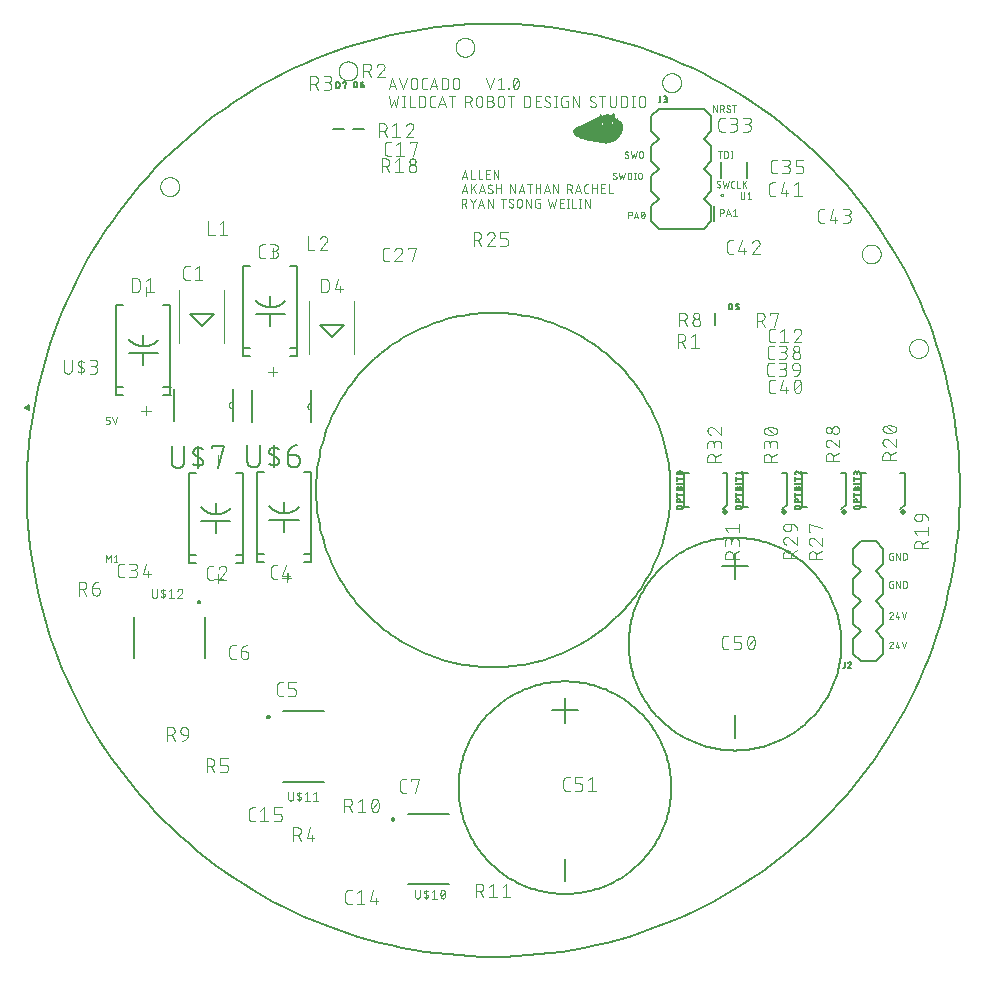
<source format=gto>
G75*
%MOIN*%
%OFA0B0*%
%FSLAX25Y25*%
%IPPOS*%
%LPD*%
%AMOC8*
5,1,8,0,0,1.08239X$1,22.5*
%
%ADD10C,0.00600*%
%ADD11C,0.00200*%
%ADD12C,0.00300*%
%ADD13R,0.00039X0.00039*%
%ADD14R,0.00079X0.00039*%
%ADD15R,0.00118X0.00039*%
%ADD16R,0.00157X0.00039*%
%ADD17R,0.00394X0.00039*%
%ADD18R,0.00315X0.00039*%
%ADD19R,0.00197X0.00039*%
%ADD20R,0.00354X0.00039*%
%ADD21R,0.00591X0.00039*%
%ADD22R,0.00551X0.00039*%
%ADD23R,0.00945X0.00039*%
%ADD24R,0.00669X0.00039*%
%ADD25R,0.00472X0.00039*%
%ADD26R,0.00984X0.00039*%
%ADD27R,0.00630X0.00039*%
%ADD28R,0.00433X0.00039*%
%ADD29R,0.01260X0.00039*%
%ADD30R,0.00276X0.00039*%
%ADD31R,0.00236X0.00039*%
%ADD32R,0.00787X0.00039*%
%ADD33R,0.02323X0.00039*%
%ADD34R,0.00866X0.00039*%
%ADD35R,0.00827X0.00039*%
%ADD36R,0.00512X0.00039*%
%ADD37R,0.01142X0.00039*%
%ADD38R,0.01024X0.00039*%
%ADD39R,0.00748X0.00039*%
%ADD40R,0.02835X0.00039*%
%ADD41R,0.01417X0.00039*%
%ADD42R,0.00709X0.00039*%
%ADD43R,0.01181X0.00039*%
%ADD44R,0.01496X0.00039*%
%ADD45R,0.01378X0.00039*%
%ADD46R,0.01339X0.00039*%
%ADD47R,0.01220X0.00039*%
%ADD48R,0.01063X0.00039*%
%ADD49R,0.01102X0.00039*%
%ADD50R,0.00906X0.00039*%
%ADD51R,0.01929X0.00039*%
%ADD52R,0.02008X0.00039*%
%ADD53R,0.01614X0.00039*%
%ADD54R,0.01457X0.00039*%
%ADD55R,0.02205X0.00039*%
%ADD56R,0.01535X0.00039*%
%ADD57R,0.01732X0.00039*%
%ADD58R,0.02126X0.00039*%
%ADD59R,0.02638X0.00039*%
%ADD60R,0.01575X0.00039*%
%ADD61R,0.01654X0.00039*%
%ADD62R,0.02717X0.00039*%
%ADD63R,0.01890X0.00039*%
%ADD64R,0.01299X0.00039*%
%ADD65R,0.01969X0.00039*%
%ADD66R,0.01693X0.00039*%
%ADD67C,0.00000*%
%ADD68C,0.00800*%
%ADD69C,0.00500*%
%ADD70C,0.00400*%
%ADD71C,0.02000*%
%ADD72C,0.00787*%
%ADD73C,0.00394*%
D10*
X0154843Y0163111D02*
X0154861Y0164560D01*
X0154914Y0166009D01*
X0155003Y0167455D01*
X0155127Y0168899D01*
X0155287Y0170340D01*
X0155482Y0171776D01*
X0155712Y0173207D01*
X0155978Y0174632D01*
X0156278Y0176050D01*
X0156613Y0177460D01*
X0156982Y0178862D01*
X0157386Y0180254D01*
X0157824Y0181635D01*
X0158295Y0183006D01*
X0158800Y0184365D01*
X0159338Y0185710D01*
X0159909Y0187043D01*
X0160513Y0188360D01*
X0161149Y0189663D01*
X0161816Y0190949D01*
X0162515Y0192219D01*
X0163245Y0193471D01*
X0164005Y0194705D01*
X0164796Y0195920D01*
X0165616Y0197115D01*
X0166465Y0198290D01*
X0167342Y0199444D01*
X0168248Y0200575D01*
X0169181Y0201684D01*
X0170141Y0202770D01*
X0171128Y0203832D01*
X0172140Y0204869D01*
X0173177Y0205881D01*
X0174239Y0206868D01*
X0175325Y0207828D01*
X0176434Y0208761D01*
X0177565Y0209667D01*
X0178719Y0210544D01*
X0179894Y0211393D01*
X0181089Y0212213D01*
X0182304Y0213004D01*
X0183538Y0213764D01*
X0184790Y0214494D01*
X0186060Y0215193D01*
X0187346Y0215860D01*
X0188649Y0216496D01*
X0189966Y0217100D01*
X0191299Y0217671D01*
X0192644Y0218209D01*
X0194003Y0218714D01*
X0195374Y0219185D01*
X0196755Y0219623D01*
X0198147Y0220027D01*
X0199549Y0220396D01*
X0200959Y0220731D01*
X0202377Y0221031D01*
X0203802Y0221297D01*
X0205233Y0221527D01*
X0206669Y0221722D01*
X0208110Y0221882D01*
X0209554Y0222006D01*
X0211000Y0222095D01*
X0212449Y0222148D01*
X0213898Y0222166D01*
X0215347Y0222148D01*
X0216796Y0222095D01*
X0218242Y0222006D01*
X0219686Y0221882D01*
X0221127Y0221722D01*
X0222563Y0221527D01*
X0223994Y0221297D01*
X0225419Y0221031D01*
X0226837Y0220731D01*
X0228247Y0220396D01*
X0229649Y0220027D01*
X0231041Y0219623D01*
X0232422Y0219185D01*
X0233793Y0218714D01*
X0235152Y0218209D01*
X0236497Y0217671D01*
X0237830Y0217100D01*
X0239147Y0216496D01*
X0240450Y0215860D01*
X0241736Y0215193D01*
X0243006Y0214494D01*
X0244258Y0213764D01*
X0245492Y0213004D01*
X0246707Y0212213D01*
X0247902Y0211393D01*
X0249077Y0210544D01*
X0250231Y0209667D01*
X0251362Y0208761D01*
X0252471Y0207828D01*
X0253557Y0206868D01*
X0254619Y0205881D01*
X0255656Y0204869D01*
X0256668Y0203832D01*
X0257655Y0202770D01*
X0258615Y0201684D01*
X0259548Y0200575D01*
X0260454Y0199444D01*
X0261331Y0198290D01*
X0262180Y0197115D01*
X0263000Y0195920D01*
X0263791Y0194705D01*
X0264551Y0193471D01*
X0265281Y0192219D01*
X0265980Y0190949D01*
X0266647Y0189663D01*
X0267283Y0188360D01*
X0267887Y0187043D01*
X0268458Y0185710D01*
X0268996Y0184365D01*
X0269501Y0183006D01*
X0269972Y0181635D01*
X0270410Y0180254D01*
X0270814Y0178862D01*
X0271183Y0177460D01*
X0271518Y0176050D01*
X0271818Y0174632D01*
X0272084Y0173207D01*
X0272314Y0171776D01*
X0272509Y0170340D01*
X0272669Y0168899D01*
X0272793Y0167455D01*
X0272882Y0166009D01*
X0272935Y0164560D01*
X0272953Y0163111D01*
X0272935Y0161662D01*
X0272882Y0160213D01*
X0272793Y0158767D01*
X0272669Y0157323D01*
X0272509Y0155882D01*
X0272314Y0154446D01*
X0272084Y0153015D01*
X0271818Y0151590D01*
X0271518Y0150172D01*
X0271183Y0148762D01*
X0270814Y0147360D01*
X0270410Y0145968D01*
X0269972Y0144587D01*
X0269501Y0143216D01*
X0268996Y0141857D01*
X0268458Y0140512D01*
X0267887Y0139179D01*
X0267283Y0137862D01*
X0266647Y0136559D01*
X0265980Y0135273D01*
X0265281Y0134003D01*
X0264551Y0132751D01*
X0263791Y0131517D01*
X0263000Y0130302D01*
X0262180Y0129107D01*
X0261331Y0127932D01*
X0260454Y0126778D01*
X0259548Y0125647D01*
X0258615Y0124538D01*
X0257655Y0123452D01*
X0256668Y0122390D01*
X0255656Y0121353D01*
X0254619Y0120341D01*
X0253557Y0119354D01*
X0252471Y0118394D01*
X0251362Y0117461D01*
X0250231Y0116555D01*
X0249077Y0115678D01*
X0247902Y0114829D01*
X0246707Y0114009D01*
X0245492Y0113218D01*
X0244258Y0112458D01*
X0243006Y0111728D01*
X0241736Y0111029D01*
X0240450Y0110362D01*
X0239147Y0109726D01*
X0237830Y0109122D01*
X0236497Y0108551D01*
X0235152Y0108013D01*
X0233793Y0107508D01*
X0232422Y0107037D01*
X0231041Y0106599D01*
X0229649Y0106195D01*
X0228247Y0105826D01*
X0226837Y0105491D01*
X0225419Y0105191D01*
X0223994Y0104925D01*
X0222563Y0104695D01*
X0221127Y0104500D01*
X0219686Y0104340D01*
X0218242Y0104216D01*
X0216796Y0104127D01*
X0215347Y0104074D01*
X0213898Y0104056D01*
X0212449Y0104074D01*
X0211000Y0104127D01*
X0209554Y0104216D01*
X0208110Y0104340D01*
X0206669Y0104500D01*
X0205233Y0104695D01*
X0203802Y0104925D01*
X0202377Y0105191D01*
X0200959Y0105491D01*
X0199549Y0105826D01*
X0198147Y0106195D01*
X0196755Y0106599D01*
X0195374Y0107037D01*
X0194003Y0107508D01*
X0192644Y0108013D01*
X0191299Y0108551D01*
X0189966Y0109122D01*
X0188649Y0109726D01*
X0187346Y0110362D01*
X0186060Y0111029D01*
X0184790Y0111728D01*
X0183538Y0112458D01*
X0182304Y0113218D01*
X0181089Y0114009D01*
X0179894Y0114829D01*
X0178719Y0115678D01*
X0177565Y0116555D01*
X0176434Y0117461D01*
X0175325Y0118394D01*
X0174239Y0119354D01*
X0173177Y0120341D01*
X0172140Y0121353D01*
X0171128Y0122390D01*
X0170141Y0123452D01*
X0169181Y0124538D01*
X0168248Y0125647D01*
X0167342Y0126778D01*
X0166465Y0127932D01*
X0165616Y0129107D01*
X0164796Y0130302D01*
X0164005Y0131517D01*
X0163245Y0132751D01*
X0162515Y0134003D01*
X0161816Y0135273D01*
X0161149Y0136559D01*
X0160513Y0137862D01*
X0159909Y0139179D01*
X0159338Y0140512D01*
X0158800Y0141857D01*
X0158295Y0143216D01*
X0157824Y0144587D01*
X0157386Y0145968D01*
X0156982Y0147360D01*
X0156613Y0148762D01*
X0156278Y0150172D01*
X0155978Y0151590D01*
X0155712Y0153015D01*
X0155482Y0154446D01*
X0155287Y0155882D01*
X0155127Y0157323D01*
X0155003Y0158767D01*
X0154914Y0160213D01*
X0154861Y0161662D01*
X0154843Y0163111D01*
X0153103Y0185676D02*
X0153103Y0192276D01*
X0153103Y0196476D01*
X0133503Y0196476D02*
X0133503Y0185676D01*
X0126969Y0186139D02*
X0126969Y0192739D01*
X0126969Y0196939D01*
X0107369Y0196939D02*
X0107369Y0186139D01*
X0058386Y0163111D02*
X0058433Y0166927D01*
X0058573Y0170742D01*
X0058807Y0174551D01*
X0059135Y0178354D01*
X0059556Y0182147D01*
X0060069Y0185929D01*
X0060676Y0189698D01*
X0061374Y0193450D01*
X0062165Y0197184D01*
X0063046Y0200897D01*
X0064019Y0204588D01*
X0065082Y0208254D01*
X0066235Y0211892D01*
X0067477Y0215501D01*
X0068806Y0219079D01*
X0070224Y0222623D01*
X0071727Y0226131D01*
X0073317Y0229601D01*
X0074991Y0233031D01*
X0076749Y0236419D01*
X0078589Y0239763D01*
X0080511Y0243060D01*
X0082513Y0246310D01*
X0084594Y0249509D01*
X0086754Y0252656D01*
X0088990Y0255749D01*
X0091301Y0258787D01*
X0093686Y0261767D01*
X0096143Y0264687D01*
X0098671Y0267546D01*
X0101269Y0270343D01*
X0103934Y0273075D01*
X0106666Y0275740D01*
X0109463Y0278338D01*
X0112322Y0280866D01*
X0115242Y0283323D01*
X0118222Y0285708D01*
X0121260Y0288019D01*
X0124353Y0290255D01*
X0127500Y0292415D01*
X0130699Y0294496D01*
X0133949Y0296498D01*
X0137246Y0298420D01*
X0140590Y0300260D01*
X0143978Y0302018D01*
X0147408Y0303692D01*
X0150878Y0305282D01*
X0154386Y0306785D01*
X0157930Y0308203D01*
X0161508Y0309532D01*
X0165117Y0310774D01*
X0168755Y0311927D01*
X0172421Y0312990D01*
X0176112Y0313963D01*
X0179825Y0314844D01*
X0183559Y0315635D01*
X0187311Y0316333D01*
X0191080Y0316940D01*
X0194862Y0317453D01*
X0198655Y0317874D01*
X0202458Y0318202D01*
X0206267Y0318436D01*
X0210082Y0318576D01*
X0213898Y0318623D01*
X0217714Y0318576D01*
X0221529Y0318436D01*
X0225338Y0318202D01*
X0229141Y0317874D01*
X0232934Y0317453D01*
X0236716Y0316940D01*
X0240485Y0316333D01*
X0244237Y0315635D01*
X0247971Y0314844D01*
X0251684Y0313963D01*
X0255375Y0312990D01*
X0259041Y0311927D01*
X0262679Y0310774D01*
X0266288Y0309532D01*
X0269866Y0308203D01*
X0273410Y0306785D01*
X0276918Y0305282D01*
X0280388Y0303692D01*
X0283818Y0302018D01*
X0287206Y0300260D01*
X0290550Y0298420D01*
X0293847Y0296498D01*
X0297097Y0294496D01*
X0300296Y0292415D01*
X0303443Y0290255D01*
X0306536Y0288019D01*
X0309574Y0285708D01*
X0312554Y0283323D01*
X0315474Y0280866D01*
X0318333Y0278338D01*
X0321130Y0275740D01*
X0323862Y0273075D01*
X0326527Y0270343D01*
X0329125Y0267546D01*
X0331653Y0264687D01*
X0334110Y0261767D01*
X0336495Y0258787D01*
X0338806Y0255749D01*
X0341042Y0252656D01*
X0343202Y0249509D01*
X0345283Y0246310D01*
X0347285Y0243060D01*
X0349207Y0239763D01*
X0351047Y0236419D01*
X0352805Y0233031D01*
X0354479Y0229601D01*
X0356069Y0226131D01*
X0357572Y0222623D01*
X0358990Y0219079D01*
X0360319Y0215501D01*
X0361561Y0211892D01*
X0362714Y0208254D01*
X0363777Y0204588D01*
X0364750Y0200897D01*
X0365631Y0197184D01*
X0366422Y0193450D01*
X0367120Y0189698D01*
X0367727Y0185929D01*
X0368240Y0182147D01*
X0368661Y0178354D01*
X0368989Y0174551D01*
X0369223Y0170742D01*
X0369363Y0166927D01*
X0369410Y0163111D01*
X0369363Y0159295D01*
X0369223Y0155480D01*
X0368989Y0151671D01*
X0368661Y0147868D01*
X0368240Y0144075D01*
X0367727Y0140293D01*
X0367120Y0136524D01*
X0366422Y0132772D01*
X0365631Y0129038D01*
X0364750Y0125325D01*
X0363777Y0121634D01*
X0362714Y0117968D01*
X0361561Y0114330D01*
X0360319Y0110721D01*
X0358990Y0107143D01*
X0357572Y0103599D01*
X0356069Y0100091D01*
X0354479Y0096621D01*
X0352805Y0093191D01*
X0351047Y0089803D01*
X0349207Y0086459D01*
X0347285Y0083162D01*
X0345283Y0079912D01*
X0343202Y0076713D01*
X0341042Y0073566D01*
X0338806Y0070473D01*
X0336495Y0067435D01*
X0334110Y0064455D01*
X0331653Y0061535D01*
X0329125Y0058676D01*
X0326527Y0055879D01*
X0323862Y0053147D01*
X0321130Y0050482D01*
X0318333Y0047884D01*
X0315474Y0045356D01*
X0312554Y0042899D01*
X0309574Y0040514D01*
X0306536Y0038203D01*
X0303443Y0035967D01*
X0300296Y0033807D01*
X0297097Y0031726D01*
X0293847Y0029724D01*
X0290550Y0027802D01*
X0287206Y0025962D01*
X0283818Y0024204D01*
X0280388Y0022530D01*
X0276918Y0020940D01*
X0273410Y0019437D01*
X0269866Y0018019D01*
X0266288Y0016690D01*
X0262679Y0015448D01*
X0259041Y0014295D01*
X0255375Y0013232D01*
X0251684Y0012259D01*
X0247971Y0011378D01*
X0244237Y0010587D01*
X0240485Y0009889D01*
X0236716Y0009282D01*
X0232934Y0008769D01*
X0229141Y0008348D01*
X0225338Y0008020D01*
X0221529Y0007786D01*
X0217714Y0007646D01*
X0213898Y0007599D01*
X0210082Y0007646D01*
X0206267Y0007786D01*
X0202458Y0008020D01*
X0198655Y0008348D01*
X0194862Y0008769D01*
X0191080Y0009282D01*
X0187311Y0009889D01*
X0183559Y0010587D01*
X0179825Y0011378D01*
X0176112Y0012259D01*
X0172421Y0013232D01*
X0168755Y0014295D01*
X0165117Y0015448D01*
X0161508Y0016690D01*
X0157930Y0018019D01*
X0154386Y0019437D01*
X0150878Y0020940D01*
X0147408Y0022530D01*
X0143978Y0024204D01*
X0140590Y0025962D01*
X0137246Y0027802D01*
X0133949Y0029724D01*
X0130699Y0031726D01*
X0127500Y0033807D01*
X0124353Y0035967D01*
X0121260Y0038203D01*
X0118222Y0040514D01*
X0115242Y0042899D01*
X0112322Y0045356D01*
X0109463Y0047884D01*
X0106666Y0050482D01*
X0103934Y0053147D01*
X0101269Y0055879D01*
X0098671Y0058676D01*
X0096143Y0061535D01*
X0093686Y0064455D01*
X0091301Y0067435D01*
X0088990Y0070473D01*
X0086754Y0073566D01*
X0084594Y0076713D01*
X0082513Y0079912D01*
X0080511Y0083162D01*
X0078589Y0086459D01*
X0076749Y0089803D01*
X0074991Y0093191D01*
X0073317Y0096621D01*
X0071727Y0100091D01*
X0070224Y0103599D01*
X0068806Y0107143D01*
X0067477Y0110721D01*
X0066235Y0114330D01*
X0065082Y0117968D01*
X0064019Y0121634D01*
X0063046Y0125325D01*
X0062165Y0129038D01*
X0061374Y0132772D01*
X0060676Y0136524D01*
X0060069Y0140293D01*
X0059556Y0144075D01*
X0059135Y0147868D01*
X0058807Y0151671D01*
X0058573Y0155480D01*
X0058433Y0159295D01*
X0058386Y0163111D01*
D11*
X0084865Y0141395D02*
X0085598Y0140173D01*
X0086331Y0141395D01*
X0086331Y0139195D01*
X0087363Y0139195D02*
X0088585Y0139195D01*
X0087974Y0139195D02*
X0087974Y0141395D01*
X0087363Y0140906D01*
X0084865Y0141395D02*
X0084865Y0139195D01*
X0084865Y0185258D02*
X0085598Y0185258D01*
X0085641Y0185260D01*
X0085683Y0185265D01*
X0085725Y0185275D01*
X0085765Y0185287D01*
X0085805Y0185304D01*
X0085842Y0185324D01*
X0085878Y0185346D01*
X0085912Y0185372D01*
X0085944Y0185401D01*
X0085973Y0185433D01*
X0085999Y0185467D01*
X0086021Y0185502D01*
X0086041Y0185540D01*
X0086058Y0185580D01*
X0086070Y0185620D01*
X0086080Y0185662D01*
X0086085Y0185704D01*
X0086087Y0185747D01*
X0086087Y0185992D01*
X0086085Y0186035D01*
X0086080Y0186077D01*
X0086070Y0186119D01*
X0086058Y0186159D01*
X0086041Y0186199D01*
X0086021Y0186237D01*
X0085999Y0186272D01*
X0085973Y0186306D01*
X0085944Y0186338D01*
X0085912Y0186367D01*
X0085878Y0186393D01*
X0085843Y0186415D01*
X0085805Y0186435D01*
X0085765Y0186452D01*
X0085725Y0186464D01*
X0085683Y0186474D01*
X0085641Y0186479D01*
X0085598Y0186481D01*
X0085598Y0186480D02*
X0084865Y0186480D01*
X0084865Y0187458D01*
X0086087Y0187458D01*
X0086902Y0187458D02*
X0087636Y0185258D01*
X0088369Y0187458D01*
X0254068Y0268038D02*
X0254740Y0267671D01*
X0254496Y0266754D02*
X0254433Y0266756D01*
X0254371Y0266762D01*
X0254309Y0266771D01*
X0254248Y0266784D01*
X0254187Y0266801D01*
X0254128Y0266822D01*
X0254070Y0266846D01*
X0254014Y0266874D01*
X0253959Y0266905D01*
X0253906Y0266939D01*
X0253856Y0266976D01*
X0253808Y0267016D01*
X0253763Y0267060D01*
X0254740Y0267671D02*
X0254776Y0267648D01*
X0254810Y0267621D01*
X0254842Y0267592D01*
X0254871Y0267560D01*
X0254897Y0267526D01*
X0254920Y0267490D01*
X0254939Y0267451D01*
X0254956Y0267412D01*
X0254968Y0267371D01*
X0254978Y0267329D01*
X0254983Y0267286D01*
X0254985Y0267243D01*
X0254983Y0267200D01*
X0254978Y0267158D01*
X0254968Y0267116D01*
X0254956Y0267076D01*
X0254939Y0267036D01*
X0254919Y0266999D01*
X0254897Y0266963D01*
X0254871Y0266929D01*
X0254842Y0266897D01*
X0254810Y0266868D01*
X0254776Y0266842D01*
X0254741Y0266820D01*
X0254703Y0266800D01*
X0254663Y0266783D01*
X0254623Y0266771D01*
X0254581Y0266761D01*
X0254539Y0266756D01*
X0254496Y0266754D01*
X0254862Y0268772D02*
X0254814Y0268805D01*
X0254763Y0268836D01*
X0254711Y0268864D01*
X0254657Y0268887D01*
X0254602Y0268908D01*
X0254545Y0268925D01*
X0254488Y0268938D01*
X0254430Y0268947D01*
X0254371Y0268953D01*
X0254312Y0268955D01*
X0254312Y0268954D02*
X0254269Y0268952D01*
X0254227Y0268947D01*
X0254185Y0268937D01*
X0254145Y0268925D01*
X0254105Y0268908D01*
X0254068Y0268888D01*
X0254032Y0268866D01*
X0253998Y0268840D01*
X0253966Y0268811D01*
X0253937Y0268779D01*
X0253911Y0268745D01*
X0253889Y0268710D01*
X0253869Y0268672D01*
X0253852Y0268632D01*
X0253840Y0268592D01*
X0253830Y0268550D01*
X0253825Y0268508D01*
X0253823Y0268465D01*
X0253825Y0268422D01*
X0253830Y0268379D01*
X0253840Y0268337D01*
X0253852Y0268296D01*
X0253869Y0268257D01*
X0253888Y0268218D01*
X0253911Y0268182D01*
X0253937Y0268148D01*
X0253966Y0268116D01*
X0253998Y0268087D01*
X0254032Y0268060D01*
X0254068Y0268037D01*
X0255772Y0268954D02*
X0256260Y0266754D01*
X0256749Y0268221D01*
X0257238Y0266754D01*
X0257727Y0268954D01*
X0258658Y0268954D02*
X0259269Y0268954D01*
X0259317Y0268952D01*
X0259365Y0268946D01*
X0259412Y0268937D01*
X0259458Y0268924D01*
X0259503Y0268907D01*
X0259546Y0268887D01*
X0259588Y0268864D01*
X0259628Y0268837D01*
X0259666Y0268808D01*
X0259701Y0268775D01*
X0259734Y0268740D01*
X0259763Y0268702D01*
X0259790Y0268662D01*
X0259813Y0268620D01*
X0259833Y0268577D01*
X0259850Y0268532D01*
X0259863Y0268486D01*
X0259872Y0268439D01*
X0259878Y0268391D01*
X0259880Y0268343D01*
X0259880Y0267365D01*
X0259878Y0267317D01*
X0259872Y0267269D01*
X0259863Y0267222D01*
X0259850Y0267176D01*
X0259833Y0267131D01*
X0259813Y0267088D01*
X0259790Y0267046D01*
X0259763Y0267006D01*
X0259734Y0266968D01*
X0259701Y0266933D01*
X0259666Y0266900D01*
X0259628Y0266871D01*
X0259588Y0266844D01*
X0259546Y0266821D01*
X0259503Y0266801D01*
X0259458Y0266784D01*
X0259412Y0266771D01*
X0259365Y0266762D01*
X0259317Y0266756D01*
X0259269Y0266754D01*
X0258658Y0266754D01*
X0258658Y0268954D01*
X0260825Y0268954D02*
X0261314Y0268954D01*
X0261069Y0268954D02*
X0261069Y0266754D01*
X0260825Y0266754D02*
X0261314Y0266754D01*
X0262186Y0267365D02*
X0262186Y0268343D01*
X0262188Y0268391D01*
X0262194Y0268439D01*
X0262203Y0268486D01*
X0262216Y0268532D01*
X0262233Y0268577D01*
X0262253Y0268620D01*
X0262276Y0268662D01*
X0262303Y0268702D01*
X0262332Y0268740D01*
X0262365Y0268775D01*
X0262400Y0268808D01*
X0262438Y0268837D01*
X0262478Y0268864D01*
X0262520Y0268887D01*
X0262563Y0268907D01*
X0262608Y0268924D01*
X0262654Y0268937D01*
X0262701Y0268946D01*
X0262749Y0268952D01*
X0262797Y0268954D01*
X0262845Y0268952D01*
X0262893Y0268946D01*
X0262940Y0268937D01*
X0262986Y0268924D01*
X0263031Y0268907D01*
X0263074Y0268887D01*
X0263116Y0268864D01*
X0263156Y0268837D01*
X0263194Y0268808D01*
X0263229Y0268775D01*
X0263262Y0268740D01*
X0263291Y0268702D01*
X0263318Y0268662D01*
X0263341Y0268620D01*
X0263361Y0268577D01*
X0263378Y0268532D01*
X0263391Y0268486D01*
X0263400Y0268439D01*
X0263406Y0268391D01*
X0263408Y0268343D01*
X0263408Y0267365D01*
X0263406Y0267317D01*
X0263400Y0267269D01*
X0263391Y0267222D01*
X0263378Y0267176D01*
X0263361Y0267131D01*
X0263341Y0267088D01*
X0263318Y0267046D01*
X0263291Y0267006D01*
X0263262Y0266968D01*
X0263229Y0266933D01*
X0263194Y0266900D01*
X0263156Y0266871D01*
X0263116Y0266844D01*
X0263074Y0266821D01*
X0263031Y0266801D01*
X0262986Y0266784D01*
X0262940Y0266771D01*
X0262893Y0266762D01*
X0262845Y0266756D01*
X0262797Y0266754D01*
X0262749Y0266756D01*
X0262701Y0266762D01*
X0262654Y0266771D01*
X0262608Y0266784D01*
X0262563Y0266801D01*
X0262520Y0266821D01*
X0262478Y0266844D01*
X0262438Y0266871D01*
X0262400Y0266900D01*
X0262365Y0266933D01*
X0262332Y0266968D01*
X0262303Y0267006D01*
X0262276Y0267046D01*
X0262253Y0267088D01*
X0262233Y0267131D01*
X0262216Y0267176D01*
X0262203Y0267222D01*
X0262194Y0267269D01*
X0262188Y0267317D01*
X0262186Y0267365D01*
X0261175Y0273841D02*
X0261664Y0276041D01*
X0262523Y0275430D02*
X0262523Y0274452D01*
X0262525Y0274404D01*
X0262531Y0274356D01*
X0262540Y0274309D01*
X0262553Y0274263D01*
X0262570Y0274218D01*
X0262590Y0274175D01*
X0262613Y0274133D01*
X0262640Y0274093D01*
X0262669Y0274055D01*
X0262702Y0274020D01*
X0262737Y0273987D01*
X0262775Y0273958D01*
X0262815Y0273931D01*
X0262857Y0273908D01*
X0262900Y0273888D01*
X0262945Y0273871D01*
X0262991Y0273858D01*
X0263038Y0273849D01*
X0263086Y0273843D01*
X0263134Y0273841D01*
X0263182Y0273843D01*
X0263230Y0273849D01*
X0263277Y0273858D01*
X0263323Y0273871D01*
X0263368Y0273888D01*
X0263411Y0273908D01*
X0263453Y0273931D01*
X0263493Y0273958D01*
X0263531Y0273987D01*
X0263566Y0274020D01*
X0263599Y0274055D01*
X0263628Y0274093D01*
X0263655Y0274133D01*
X0263678Y0274175D01*
X0263698Y0274218D01*
X0263715Y0274263D01*
X0263728Y0274309D01*
X0263737Y0274356D01*
X0263743Y0274404D01*
X0263745Y0274452D01*
X0263745Y0275430D01*
X0263743Y0275478D01*
X0263737Y0275526D01*
X0263728Y0275573D01*
X0263715Y0275619D01*
X0263698Y0275664D01*
X0263678Y0275707D01*
X0263655Y0275749D01*
X0263628Y0275789D01*
X0263599Y0275827D01*
X0263566Y0275862D01*
X0263531Y0275895D01*
X0263493Y0275924D01*
X0263453Y0275951D01*
X0263411Y0275974D01*
X0263368Y0275994D01*
X0263323Y0276011D01*
X0263277Y0276024D01*
X0263230Y0276033D01*
X0263182Y0276039D01*
X0263134Y0276041D01*
X0263086Y0276039D01*
X0263038Y0276033D01*
X0262991Y0276024D01*
X0262945Y0276011D01*
X0262900Y0275994D01*
X0262857Y0275974D01*
X0262815Y0275951D01*
X0262775Y0275924D01*
X0262737Y0275895D01*
X0262702Y0275862D01*
X0262669Y0275827D01*
X0262640Y0275789D01*
X0262613Y0275749D01*
X0262590Y0275707D01*
X0262570Y0275664D01*
X0262553Y0275619D01*
X0262540Y0275573D01*
X0262531Y0275526D01*
X0262525Y0275478D01*
X0262523Y0275430D01*
X0260686Y0275308D02*
X0261175Y0273841D01*
X0260197Y0273841D02*
X0260686Y0275308D01*
X0259709Y0276041D02*
X0260197Y0273841D01*
X0258677Y0274758D02*
X0258005Y0275124D01*
X0258249Y0276041D02*
X0258308Y0276039D01*
X0258367Y0276033D01*
X0258425Y0276024D01*
X0258482Y0276011D01*
X0258539Y0275994D01*
X0258594Y0275973D01*
X0258648Y0275950D01*
X0258700Y0275922D01*
X0258751Y0275891D01*
X0258799Y0275858D01*
X0258005Y0275124D02*
X0257969Y0275147D01*
X0257935Y0275174D01*
X0257903Y0275203D01*
X0257874Y0275235D01*
X0257848Y0275269D01*
X0257825Y0275305D01*
X0257806Y0275344D01*
X0257789Y0275383D01*
X0257777Y0275424D01*
X0257767Y0275466D01*
X0257762Y0275509D01*
X0257760Y0275552D01*
X0257762Y0275595D01*
X0257767Y0275637D01*
X0257777Y0275679D01*
X0257789Y0275719D01*
X0257806Y0275759D01*
X0257826Y0275797D01*
X0257848Y0275832D01*
X0257874Y0275866D01*
X0257903Y0275898D01*
X0257935Y0275927D01*
X0257969Y0275953D01*
X0258005Y0275975D01*
X0258042Y0275995D01*
X0258082Y0276012D01*
X0258122Y0276024D01*
X0258164Y0276034D01*
X0258206Y0276039D01*
X0258249Y0276041D01*
X0257700Y0274147D02*
X0257745Y0274103D01*
X0257793Y0274063D01*
X0257843Y0274026D01*
X0257896Y0273992D01*
X0257951Y0273961D01*
X0258007Y0273933D01*
X0258065Y0273909D01*
X0258124Y0273888D01*
X0258185Y0273871D01*
X0258246Y0273858D01*
X0258308Y0273849D01*
X0258370Y0273843D01*
X0258433Y0273841D01*
X0258476Y0273843D01*
X0258518Y0273848D01*
X0258560Y0273858D01*
X0258600Y0273870D01*
X0258640Y0273887D01*
X0258678Y0273907D01*
X0258713Y0273929D01*
X0258747Y0273955D01*
X0258779Y0273984D01*
X0258808Y0274016D01*
X0258834Y0274050D01*
X0258856Y0274086D01*
X0258876Y0274123D01*
X0258893Y0274163D01*
X0258905Y0274203D01*
X0258915Y0274245D01*
X0258920Y0274287D01*
X0258922Y0274330D01*
X0258920Y0274373D01*
X0258915Y0274416D01*
X0258905Y0274458D01*
X0258893Y0274499D01*
X0258876Y0274538D01*
X0258857Y0274577D01*
X0258834Y0274613D01*
X0258808Y0274647D01*
X0258779Y0274679D01*
X0258747Y0274708D01*
X0258713Y0274735D01*
X0258677Y0274758D01*
X0258880Y0255962D02*
X0259491Y0255962D01*
X0258880Y0255962D02*
X0258880Y0253762D01*
X0258880Y0254740D02*
X0259491Y0254740D01*
X0259539Y0254742D01*
X0259587Y0254748D01*
X0259634Y0254757D01*
X0259680Y0254770D01*
X0259725Y0254787D01*
X0259768Y0254807D01*
X0259810Y0254830D01*
X0259850Y0254857D01*
X0259888Y0254886D01*
X0259923Y0254919D01*
X0259956Y0254954D01*
X0259985Y0254992D01*
X0260012Y0255032D01*
X0260035Y0255074D01*
X0260055Y0255117D01*
X0260072Y0255162D01*
X0260085Y0255208D01*
X0260094Y0255255D01*
X0260100Y0255303D01*
X0260102Y0255351D01*
X0260100Y0255399D01*
X0260094Y0255447D01*
X0260085Y0255494D01*
X0260072Y0255540D01*
X0260055Y0255585D01*
X0260035Y0255628D01*
X0260012Y0255670D01*
X0259985Y0255710D01*
X0259956Y0255748D01*
X0259923Y0255783D01*
X0259888Y0255816D01*
X0259850Y0255845D01*
X0259810Y0255872D01*
X0259768Y0255895D01*
X0259725Y0255915D01*
X0259680Y0255932D01*
X0259634Y0255945D01*
X0259587Y0255954D01*
X0259539Y0255960D01*
X0259491Y0255962D01*
X0261547Y0255962D02*
X0262280Y0253762D01*
X0262097Y0254312D02*
X0260997Y0254312D01*
X0260813Y0253762D02*
X0261547Y0255962D01*
X0264318Y0254862D02*
X0264316Y0254780D01*
X0264311Y0254698D01*
X0264301Y0254616D01*
X0264288Y0254535D01*
X0264272Y0254454D01*
X0264251Y0254375D01*
X0264227Y0254296D01*
X0264200Y0254218D01*
X0264169Y0254142D01*
X0264135Y0254068D01*
X0264135Y0254067D02*
X0264120Y0254030D01*
X0264102Y0253994D01*
X0264081Y0253960D01*
X0264057Y0253928D01*
X0264030Y0253898D01*
X0264001Y0253871D01*
X0263970Y0253846D01*
X0263936Y0253824D01*
X0263901Y0253806D01*
X0263864Y0253790D01*
X0263826Y0253778D01*
X0263787Y0253769D01*
X0263747Y0253764D01*
X0263707Y0253762D01*
X0263667Y0253764D01*
X0263627Y0253769D01*
X0263588Y0253778D01*
X0263550Y0253790D01*
X0263513Y0253806D01*
X0263478Y0253824D01*
X0263444Y0253846D01*
X0263413Y0253871D01*
X0263384Y0253898D01*
X0263357Y0253928D01*
X0263333Y0253960D01*
X0263312Y0253994D01*
X0263294Y0254030D01*
X0263279Y0254067D01*
X0263218Y0254251D02*
X0264196Y0255473D01*
X0264135Y0255657D02*
X0264120Y0255694D01*
X0264102Y0255730D01*
X0264081Y0255764D01*
X0264057Y0255796D01*
X0264030Y0255826D01*
X0264001Y0255853D01*
X0263970Y0255878D01*
X0263936Y0255900D01*
X0263901Y0255918D01*
X0263864Y0255934D01*
X0263826Y0255946D01*
X0263787Y0255955D01*
X0263747Y0255960D01*
X0263707Y0255962D01*
X0263667Y0255960D01*
X0263627Y0255955D01*
X0263588Y0255946D01*
X0263550Y0255934D01*
X0263513Y0255918D01*
X0263478Y0255900D01*
X0263444Y0255878D01*
X0263413Y0255853D01*
X0263384Y0255826D01*
X0263357Y0255796D01*
X0263333Y0255764D01*
X0263312Y0255730D01*
X0263294Y0255694D01*
X0263279Y0255657D01*
X0264135Y0255656D02*
X0264169Y0255582D01*
X0264200Y0255506D01*
X0264227Y0255428D01*
X0264251Y0255349D01*
X0264272Y0255270D01*
X0264288Y0255189D01*
X0264301Y0255108D01*
X0264311Y0255026D01*
X0264316Y0254944D01*
X0264318Y0254862D01*
X0263096Y0254862D02*
X0263098Y0254944D01*
X0263103Y0255026D01*
X0263113Y0255108D01*
X0263126Y0255189D01*
X0263142Y0255270D01*
X0263163Y0255349D01*
X0263187Y0255428D01*
X0263214Y0255506D01*
X0263245Y0255582D01*
X0263279Y0255656D01*
X0263096Y0254862D02*
X0263098Y0254780D01*
X0263103Y0254698D01*
X0263113Y0254616D01*
X0263126Y0254535D01*
X0263142Y0254454D01*
X0263163Y0254375D01*
X0263187Y0254296D01*
X0263214Y0254218D01*
X0263245Y0254142D01*
X0263279Y0254068D01*
X0289589Y0254550D02*
X0289589Y0256750D01*
X0290200Y0256750D01*
X0290200Y0256749D02*
X0290248Y0256747D01*
X0290296Y0256741D01*
X0290343Y0256732D01*
X0290389Y0256719D01*
X0290434Y0256702D01*
X0290477Y0256682D01*
X0290519Y0256659D01*
X0290559Y0256632D01*
X0290597Y0256603D01*
X0290632Y0256570D01*
X0290665Y0256535D01*
X0290694Y0256497D01*
X0290721Y0256457D01*
X0290744Y0256415D01*
X0290764Y0256372D01*
X0290781Y0256327D01*
X0290794Y0256281D01*
X0290803Y0256234D01*
X0290809Y0256186D01*
X0290811Y0256138D01*
X0290809Y0256090D01*
X0290803Y0256042D01*
X0290794Y0255995D01*
X0290781Y0255949D01*
X0290764Y0255904D01*
X0290744Y0255861D01*
X0290721Y0255819D01*
X0290694Y0255779D01*
X0290665Y0255741D01*
X0290632Y0255706D01*
X0290597Y0255673D01*
X0290559Y0255644D01*
X0290519Y0255617D01*
X0290477Y0255594D01*
X0290434Y0255574D01*
X0290389Y0255557D01*
X0290343Y0255544D01*
X0290296Y0255535D01*
X0290248Y0255529D01*
X0290200Y0255527D01*
X0289589Y0255527D01*
X0291705Y0255100D02*
X0292805Y0255100D01*
X0292989Y0254550D02*
X0292255Y0256750D01*
X0291522Y0254550D01*
X0293804Y0254550D02*
X0295027Y0254550D01*
X0294415Y0254550D02*
X0294415Y0256750D01*
X0293804Y0256261D01*
X0298655Y0260071D02*
X0299930Y0260071D01*
X0299293Y0260071D02*
X0299293Y0262366D01*
X0298655Y0261856D01*
X0297610Y0262366D02*
X0297610Y0260709D01*
X0297608Y0260660D01*
X0297603Y0260612D01*
X0297593Y0260564D01*
X0297580Y0260517D01*
X0297564Y0260471D01*
X0297544Y0260426D01*
X0297521Y0260383D01*
X0297494Y0260343D01*
X0297464Y0260304D01*
X0297432Y0260267D01*
X0297397Y0260233D01*
X0297359Y0260202D01*
X0297319Y0260174D01*
X0297277Y0260149D01*
X0297234Y0260128D01*
X0297188Y0260109D01*
X0297142Y0260095D01*
X0297094Y0260084D01*
X0297046Y0260076D01*
X0296997Y0260072D01*
X0296949Y0260072D01*
X0296900Y0260076D01*
X0296852Y0260084D01*
X0296804Y0260095D01*
X0296758Y0260109D01*
X0296712Y0260128D01*
X0296669Y0260149D01*
X0296627Y0260174D01*
X0296587Y0260202D01*
X0296549Y0260233D01*
X0296514Y0260267D01*
X0296482Y0260304D01*
X0296452Y0260343D01*
X0296425Y0260383D01*
X0296402Y0260426D01*
X0296382Y0260471D01*
X0296366Y0260517D01*
X0296353Y0260564D01*
X0296343Y0260612D01*
X0296338Y0260660D01*
X0296336Y0260709D01*
X0296335Y0260709D02*
X0296335Y0262366D01*
X0296086Y0263998D02*
X0295108Y0263998D01*
X0295108Y0266198D01*
X0294203Y0266198D02*
X0293714Y0266198D01*
X0293714Y0266199D02*
X0293671Y0266197D01*
X0293629Y0266192D01*
X0293587Y0266182D01*
X0293547Y0266170D01*
X0293507Y0266153D01*
X0293469Y0266133D01*
X0293434Y0266111D01*
X0293400Y0266085D01*
X0293368Y0266056D01*
X0293339Y0266024D01*
X0293313Y0265990D01*
X0293291Y0265954D01*
X0293271Y0265917D01*
X0293254Y0265877D01*
X0293242Y0265837D01*
X0293232Y0265795D01*
X0293227Y0265753D01*
X0293225Y0265710D01*
X0293225Y0264487D01*
X0293227Y0264444D01*
X0293232Y0264402D01*
X0293242Y0264360D01*
X0293254Y0264320D01*
X0293271Y0264280D01*
X0293291Y0264243D01*
X0293313Y0264207D01*
X0293339Y0264173D01*
X0293368Y0264141D01*
X0293400Y0264112D01*
X0293434Y0264086D01*
X0293470Y0264064D01*
X0293507Y0264044D01*
X0293547Y0264027D01*
X0293587Y0264015D01*
X0293629Y0264005D01*
X0293671Y0264000D01*
X0293714Y0263998D01*
X0294203Y0263998D01*
X0291884Y0263998D02*
X0292373Y0266198D01*
X0291395Y0265465D02*
X0291884Y0263998D01*
X0290906Y0263998D02*
X0291395Y0265465D01*
X0290417Y0266198D02*
X0290906Y0263998D01*
X0289386Y0264915D02*
X0288713Y0265282D01*
X0288958Y0266199D02*
X0289017Y0266197D01*
X0289076Y0266191D01*
X0289134Y0266182D01*
X0289191Y0266169D01*
X0289248Y0266152D01*
X0289303Y0266131D01*
X0289357Y0266108D01*
X0289409Y0266080D01*
X0289460Y0266049D01*
X0289508Y0266016D01*
X0288714Y0265282D02*
X0288678Y0265305D01*
X0288644Y0265332D01*
X0288612Y0265361D01*
X0288583Y0265393D01*
X0288557Y0265427D01*
X0288534Y0265463D01*
X0288515Y0265502D01*
X0288498Y0265541D01*
X0288486Y0265582D01*
X0288476Y0265624D01*
X0288471Y0265667D01*
X0288469Y0265710D01*
X0288471Y0265753D01*
X0288476Y0265795D01*
X0288486Y0265837D01*
X0288498Y0265877D01*
X0288515Y0265917D01*
X0288535Y0265955D01*
X0288557Y0265990D01*
X0288583Y0266024D01*
X0288612Y0266056D01*
X0288644Y0266085D01*
X0288678Y0266111D01*
X0288714Y0266133D01*
X0288751Y0266153D01*
X0288791Y0266170D01*
X0288831Y0266182D01*
X0288873Y0266192D01*
X0288915Y0266197D01*
X0288958Y0266199D01*
X0288408Y0264304D02*
X0288453Y0264260D01*
X0288501Y0264220D01*
X0288551Y0264183D01*
X0288604Y0264149D01*
X0288659Y0264118D01*
X0288715Y0264090D01*
X0288773Y0264066D01*
X0288832Y0264045D01*
X0288893Y0264028D01*
X0288954Y0264015D01*
X0289016Y0264006D01*
X0289078Y0264000D01*
X0289141Y0263998D01*
X0289184Y0264000D01*
X0289226Y0264005D01*
X0289268Y0264015D01*
X0289308Y0264027D01*
X0289348Y0264044D01*
X0289386Y0264064D01*
X0289421Y0264086D01*
X0289455Y0264112D01*
X0289487Y0264141D01*
X0289516Y0264173D01*
X0289542Y0264207D01*
X0289564Y0264243D01*
X0289584Y0264280D01*
X0289601Y0264320D01*
X0289613Y0264360D01*
X0289623Y0264402D01*
X0289628Y0264444D01*
X0289630Y0264487D01*
X0289631Y0264487D02*
X0289629Y0264530D01*
X0289624Y0264573D01*
X0289614Y0264615D01*
X0289602Y0264656D01*
X0289585Y0264695D01*
X0289566Y0264734D01*
X0289543Y0264770D01*
X0289517Y0264804D01*
X0289488Y0264836D01*
X0289456Y0264865D01*
X0289422Y0264892D01*
X0289386Y0264915D01*
X0297008Y0264854D02*
X0298231Y0266198D01*
X0297497Y0265343D02*
X0298231Y0263998D01*
X0297008Y0263998D02*
X0297008Y0266198D01*
X0293545Y0273841D02*
X0293056Y0273841D01*
X0293301Y0273841D02*
X0293301Y0276041D01*
X0293545Y0276041D02*
X0293056Y0276041D01*
X0292112Y0275430D02*
X0292112Y0274452D01*
X0292110Y0274404D01*
X0292104Y0274356D01*
X0292095Y0274309D01*
X0292082Y0274263D01*
X0292065Y0274218D01*
X0292045Y0274175D01*
X0292022Y0274133D01*
X0291995Y0274093D01*
X0291966Y0274055D01*
X0291933Y0274020D01*
X0291898Y0273987D01*
X0291860Y0273958D01*
X0291820Y0273931D01*
X0291778Y0273908D01*
X0291735Y0273888D01*
X0291690Y0273871D01*
X0291644Y0273858D01*
X0291597Y0273849D01*
X0291549Y0273843D01*
X0291501Y0273841D01*
X0290890Y0273841D01*
X0290890Y0276041D01*
X0291501Y0276041D01*
X0291549Y0276039D01*
X0291597Y0276033D01*
X0291644Y0276024D01*
X0291690Y0276011D01*
X0291735Y0275994D01*
X0291778Y0275974D01*
X0291820Y0275951D01*
X0291860Y0275924D01*
X0291898Y0275895D01*
X0291933Y0275862D01*
X0291966Y0275827D01*
X0291995Y0275789D01*
X0292022Y0275749D01*
X0292045Y0275707D01*
X0292065Y0275664D01*
X0292082Y0275619D01*
X0292095Y0275573D01*
X0292104Y0275526D01*
X0292110Y0275478D01*
X0292112Y0275430D01*
X0290024Y0276041D02*
X0288802Y0276041D01*
X0289413Y0276041D02*
X0289413Y0273841D01*
X0289545Y0289195D02*
X0289545Y0291395D01*
X0290156Y0291395D01*
X0290204Y0291393D01*
X0290252Y0291387D01*
X0290299Y0291378D01*
X0290345Y0291365D01*
X0290390Y0291348D01*
X0290433Y0291328D01*
X0290475Y0291305D01*
X0290515Y0291278D01*
X0290553Y0291249D01*
X0290588Y0291216D01*
X0290621Y0291181D01*
X0290650Y0291143D01*
X0290677Y0291103D01*
X0290700Y0291061D01*
X0290720Y0291018D01*
X0290737Y0290973D01*
X0290750Y0290927D01*
X0290759Y0290880D01*
X0290765Y0290832D01*
X0290767Y0290784D01*
X0290765Y0290736D01*
X0290759Y0290688D01*
X0290750Y0290641D01*
X0290737Y0290595D01*
X0290720Y0290550D01*
X0290700Y0290507D01*
X0290677Y0290465D01*
X0290650Y0290425D01*
X0290621Y0290387D01*
X0290588Y0290352D01*
X0290553Y0290319D01*
X0290515Y0290290D01*
X0290475Y0290263D01*
X0290433Y0290240D01*
X0290390Y0290220D01*
X0290345Y0290203D01*
X0290299Y0290190D01*
X0290252Y0290181D01*
X0290204Y0290175D01*
X0290156Y0290173D01*
X0289545Y0290173D01*
X0290278Y0290173D02*
X0290767Y0289195D01*
X0292596Y0290112D02*
X0292632Y0290089D01*
X0292666Y0290062D01*
X0292698Y0290033D01*
X0292727Y0290001D01*
X0292753Y0289967D01*
X0292776Y0289931D01*
X0292795Y0289892D01*
X0292812Y0289853D01*
X0292824Y0289812D01*
X0292834Y0289770D01*
X0292839Y0289727D01*
X0292841Y0289684D01*
X0292839Y0289641D01*
X0292834Y0289599D01*
X0292824Y0289557D01*
X0292812Y0289517D01*
X0292795Y0289477D01*
X0292775Y0289440D01*
X0292753Y0289404D01*
X0292727Y0289370D01*
X0292698Y0289338D01*
X0292666Y0289309D01*
X0292632Y0289283D01*
X0292597Y0289261D01*
X0292559Y0289241D01*
X0292519Y0289224D01*
X0292479Y0289212D01*
X0292437Y0289202D01*
X0292395Y0289197D01*
X0292352Y0289195D01*
X0292597Y0290112D02*
X0291924Y0290479D01*
X0292169Y0291396D02*
X0292228Y0291394D01*
X0292287Y0291388D01*
X0292345Y0291379D01*
X0292402Y0291366D01*
X0292459Y0291349D01*
X0292514Y0291328D01*
X0292568Y0291305D01*
X0292620Y0291277D01*
X0292671Y0291246D01*
X0292719Y0291213D01*
X0291924Y0290478D02*
X0291888Y0290501D01*
X0291854Y0290528D01*
X0291822Y0290557D01*
X0291793Y0290589D01*
X0291767Y0290623D01*
X0291744Y0290659D01*
X0291725Y0290698D01*
X0291708Y0290737D01*
X0291696Y0290778D01*
X0291686Y0290820D01*
X0291681Y0290863D01*
X0291679Y0290906D01*
X0291680Y0290906D02*
X0291682Y0290949D01*
X0291687Y0290991D01*
X0291697Y0291033D01*
X0291709Y0291073D01*
X0291726Y0291113D01*
X0291746Y0291151D01*
X0291768Y0291186D01*
X0291794Y0291220D01*
X0291823Y0291252D01*
X0291855Y0291281D01*
X0291889Y0291307D01*
X0291925Y0291329D01*
X0291962Y0291349D01*
X0292002Y0291366D01*
X0292042Y0291378D01*
X0292084Y0291388D01*
X0292126Y0291393D01*
X0292169Y0291395D01*
X0291619Y0289501D02*
X0291664Y0289457D01*
X0291712Y0289417D01*
X0291762Y0289380D01*
X0291815Y0289346D01*
X0291870Y0289315D01*
X0291926Y0289287D01*
X0291984Y0289263D01*
X0292043Y0289242D01*
X0292104Y0289225D01*
X0292165Y0289212D01*
X0292227Y0289203D01*
X0292289Y0289197D01*
X0292352Y0289195D01*
X0294174Y0289195D02*
X0294174Y0291395D01*
X0293563Y0291395D02*
X0294785Y0291395D01*
X0288449Y0291395D02*
X0288449Y0289195D01*
X0287227Y0291395D01*
X0287227Y0289195D01*
X0346377Y0142183D02*
X0347110Y0142183D01*
X0346377Y0142183D02*
X0346334Y0142181D01*
X0346292Y0142176D01*
X0346250Y0142166D01*
X0346210Y0142154D01*
X0346170Y0142137D01*
X0346132Y0142117D01*
X0346097Y0142095D01*
X0346063Y0142069D01*
X0346031Y0142040D01*
X0346002Y0142008D01*
X0345976Y0141974D01*
X0345954Y0141938D01*
X0345934Y0141901D01*
X0345917Y0141861D01*
X0345905Y0141821D01*
X0345895Y0141779D01*
X0345890Y0141737D01*
X0345888Y0141694D01*
X0345888Y0140472D01*
X0345890Y0140429D01*
X0345895Y0140387D01*
X0345905Y0140345D01*
X0345917Y0140305D01*
X0345934Y0140265D01*
X0345954Y0140228D01*
X0345976Y0140192D01*
X0346002Y0140158D01*
X0346031Y0140126D01*
X0346063Y0140097D01*
X0346097Y0140071D01*
X0346133Y0140049D01*
X0346170Y0140029D01*
X0346210Y0140012D01*
X0346250Y0140000D01*
X0346292Y0139990D01*
X0346334Y0139985D01*
X0346377Y0139983D01*
X0347110Y0139983D01*
X0347110Y0141205D01*
X0346744Y0141205D01*
X0348192Y0142183D02*
X0349414Y0139983D01*
X0349414Y0142183D01*
X0350496Y0142183D02*
X0351107Y0142183D01*
X0350496Y0142183D02*
X0350496Y0139983D01*
X0351107Y0139983D01*
X0351155Y0139985D01*
X0351203Y0139991D01*
X0351250Y0140000D01*
X0351296Y0140013D01*
X0351341Y0140030D01*
X0351384Y0140050D01*
X0351426Y0140073D01*
X0351466Y0140100D01*
X0351504Y0140129D01*
X0351539Y0140162D01*
X0351572Y0140197D01*
X0351601Y0140235D01*
X0351628Y0140275D01*
X0351651Y0140317D01*
X0351671Y0140360D01*
X0351688Y0140405D01*
X0351701Y0140451D01*
X0351710Y0140498D01*
X0351716Y0140546D01*
X0351718Y0140594D01*
X0351718Y0141572D01*
X0351716Y0141620D01*
X0351710Y0141668D01*
X0351701Y0141715D01*
X0351688Y0141761D01*
X0351671Y0141806D01*
X0351651Y0141849D01*
X0351628Y0141891D01*
X0351601Y0141931D01*
X0351572Y0141969D01*
X0351539Y0142004D01*
X0351504Y0142037D01*
X0351466Y0142066D01*
X0351426Y0142093D01*
X0351384Y0142116D01*
X0351341Y0142136D01*
X0351296Y0142153D01*
X0351250Y0142166D01*
X0351203Y0142175D01*
X0351155Y0142181D01*
X0351107Y0142183D01*
X0348192Y0142183D02*
X0348192Y0139983D01*
X0348192Y0132734D02*
X0349414Y0130534D01*
X0349414Y0132734D01*
X0350496Y0132734D02*
X0351107Y0132734D01*
X0350496Y0132734D02*
X0350496Y0130534D01*
X0351107Y0130534D01*
X0351155Y0130536D01*
X0351203Y0130542D01*
X0351250Y0130551D01*
X0351296Y0130564D01*
X0351341Y0130581D01*
X0351384Y0130601D01*
X0351426Y0130624D01*
X0351466Y0130651D01*
X0351504Y0130680D01*
X0351539Y0130713D01*
X0351572Y0130748D01*
X0351601Y0130786D01*
X0351628Y0130826D01*
X0351651Y0130868D01*
X0351671Y0130911D01*
X0351688Y0130956D01*
X0351701Y0131002D01*
X0351710Y0131049D01*
X0351716Y0131097D01*
X0351718Y0131145D01*
X0351718Y0132123D01*
X0351716Y0132171D01*
X0351710Y0132219D01*
X0351701Y0132266D01*
X0351688Y0132312D01*
X0351671Y0132357D01*
X0351651Y0132400D01*
X0351628Y0132442D01*
X0351601Y0132482D01*
X0351572Y0132520D01*
X0351539Y0132555D01*
X0351504Y0132588D01*
X0351466Y0132617D01*
X0351426Y0132644D01*
X0351384Y0132667D01*
X0351341Y0132687D01*
X0351296Y0132704D01*
X0351250Y0132717D01*
X0351203Y0132726D01*
X0351155Y0132732D01*
X0351107Y0132734D01*
X0348192Y0132734D02*
X0348192Y0130534D01*
X0347110Y0130534D02*
X0346377Y0130534D01*
X0346334Y0130536D01*
X0346292Y0130541D01*
X0346250Y0130551D01*
X0346210Y0130563D01*
X0346170Y0130580D01*
X0346133Y0130600D01*
X0346097Y0130622D01*
X0346063Y0130648D01*
X0346031Y0130677D01*
X0346002Y0130709D01*
X0345976Y0130743D01*
X0345954Y0130779D01*
X0345934Y0130816D01*
X0345917Y0130856D01*
X0345905Y0130896D01*
X0345895Y0130938D01*
X0345890Y0130980D01*
X0345888Y0131023D01*
X0345888Y0132245D01*
X0345890Y0132288D01*
X0345895Y0132330D01*
X0345905Y0132372D01*
X0345917Y0132412D01*
X0345934Y0132452D01*
X0345954Y0132489D01*
X0345976Y0132525D01*
X0346002Y0132559D01*
X0346031Y0132591D01*
X0346063Y0132620D01*
X0346097Y0132646D01*
X0346132Y0132668D01*
X0346170Y0132688D01*
X0346210Y0132705D01*
X0346250Y0132717D01*
X0346292Y0132727D01*
X0346334Y0132732D01*
X0346377Y0132734D01*
X0347110Y0132734D01*
X0347110Y0131756D02*
X0347110Y0130534D01*
X0347110Y0131756D02*
X0346744Y0131756D01*
X0348537Y0122498D02*
X0348048Y0120787D01*
X0349270Y0120787D01*
X0348904Y0121275D02*
X0348904Y0120298D01*
X0347110Y0120298D02*
X0345888Y0120298D01*
X0346927Y0121520D01*
X0346560Y0122498D02*
X0346508Y0122496D01*
X0346456Y0122490D01*
X0346404Y0122481D01*
X0346354Y0122467D01*
X0346304Y0122450D01*
X0346256Y0122429D01*
X0346210Y0122405D01*
X0346166Y0122378D01*
X0346123Y0122347D01*
X0346083Y0122313D01*
X0346046Y0122277D01*
X0346012Y0122237D01*
X0345980Y0122195D01*
X0345952Y0122152D01*
X0345927Y0122106D01*
X0345905Y0122058D01*
X0345887Y0122009D01*
X0346928Y0121520D02*
X0346961Y0121554D01*
X0346991Y0121591D01*
X0347019Y0121631D01*
X0347043Y0121672D01*
X0347063Y0121715D01*
X0347080Y0121760D01*
X0347094Y0121806D01*
X0347103Y0121853D01*
X0347109Y0121900D01*
X0347111Y0121948D01*
X0347110Y0121948D02*
X0347108Y0121993D01*
X0347102Y0122039D01*
X0347093Y0122083D01*
X0347080Y0122127D01*
X0347064Y0122169D01*
X0347044Y0122210D01*
X0347020Y0122249D01*
X0346994Y0122286D01*
X0346965Y0122321D01*
X0346933Y0122353D01*
X0346898Y0122382D01*
X0346861Y0122408D01*
X0346822Y0122432D01*
X0346781Y0122452D01*
X0346739Y0122468D01*
X0346695Y0122481D01*
X0346651Y0122490D01*
X0346605Y0122496D01*
X0346560Y0122498D01*
X0350086Y0122498D02*
X0350819Y0120298D01*
X0351553Y0122498D01*
X0351553Y0112655D02*
X0350819Y0110455D01*
X0350086Y0112655D01*
X0348537Y0112655D02*
X0348048Y0110944D01*
X0349270Y0110944D01*
X0348904Y0111433D02*
X0348904Y0110455D01*
X0347110Y0110455D02*
X0345888Y0110455D01*
X0346927Y0111677D01*
X0346560Y0112656D02*
X0346508Y0112654D01*
X0346456Y0112648D01*
X0346404Y0112639D01*
X0346354Y0112625D01*
X0346304Y0112608D01*
X0346256Y0112587D01*
X0346210Y0112563D01*
X0346166Y0112536D01*
X0346123Y0112505D01*
X0346083Y0112471D01*
X0346046Y0112435D01*
X0346012Y0112395D01*
X0345980Y0112353D01*
X0345952Y0112310D01*
X0345927Y0112264D01*
X0345905Y0112216D01*
X0345887Y0112167D01*
X0346928Y0111677D02*
X0346961Y0111711D01*
X0346991Y0111748D01*
X0347019Y0111788D01*
X0347043Y0111829D01*
X0347063Y0111872D01*
X0347080Y0111917D01*
X0347094Y0111963D01*
X0347103Y0112010D01*
X0347109Y0112057D01*
X0347111Y0112105D01*
X0347110Y0112105D02*
X0347108Y0112150D01*
X0347102Y0112196D01*
X0347093Y0112240D01*
X0347080Y0112284D01*
X0347064Y0112326D01*
X0347044Y0112367D01*
X0347020Y0112406D01*
X0346994Y0112443D01*
X0346965Y0112478D01*
X0346933Y0112510D01*
X0346898Y0112539D01*
X0346861Y0112565D01*
X0346822Y0112589D01*
X0346781Y0112609D01*
X0346739Y0112625D01*
X0346695Y0112638D01*
X0346651Y0112647D01*
X0346605Y0112653D01*
X0346560Y0112655D01*
D12*
X0196263Y0028474D02*
X0196265Y0028382D01*
X0196270Y0028291D01*
X0196279Y0028199D01*
X0196291Y0028108D01*
X0196306Y0028018D01*
X0196325Y0027928D01*
X0196348Y0027839D01*
X0196373Y0027751D01*
X0196402Y0027664D01*
X0196434Y0027578D01*
X0196470Y0027493D01*
X0196509Y0027410D01*
X0196426Y0027655D02*
X0197736Y0029293D01*
X0197654Y0029539D02*
X0197637Y0029582D01*
X0197617Y0029625D01*
X0197594Y0029665D01*
X0197567Y0029704D01*
X0197537Y0029741D01*
X0197505Y0029775D01*
X0197470Y0029806D01*
X0197433Y0029835D01*
X0197394Y0029861D01*
X0197353Y0029884D01*
X0197310Y0029903D01*
X0197266Y0029919D01*
X0197221Y0029932D01*
X0197175Y0029941D01*
X0197128Y0029946D01*
X0197081Y0029948D01*
X0197034Y0029946D01*
X0196987Y0029941D01*
X0196941Y0029932D01*
X0196896Y0029919D01*
X0196852Y0029903D01*
X0196809Y0029884D01*
X0196768Y0029861D01*
X0196729Y0029835D01*
X0196692Y0029806D01*
X0196657Y0029775D01*
X0196625Y0029741D01*
X0196595Y0029704D01*
X0196568Y0029665D01*
X0196545Y0029625D01*
X0196525Y0029582D01*
X0196508Y0029539D01*
X0197654Y0029538D02*
X0197693Y0029455D01*
X0197729Y0029370D01*
X0197761Y0029285D01*
X0197790Y0029197D01*
X0197815Y0029109D01*
X0197838Y0029020D01*
X0197857Y0028930D01*
X0197872Y0028840D01*
X0197884Y0028749D01*
X0197893Y0028657D01*
X0197898Y0028566D01*
X0197900Y0028474D01*
X0196262Y0028474D02*
X0196264Y0028566D01*
X0196269Y0028657D01*
X0196278Y0028749D01*
X0196290Y0028840D01*
X0196305Y0028930D01*
X0196324Y0029020D01*
X0196347Y0029109D01*
X0196372Y0029197D01*
X0196401Y0029284D01*
X0196433Y0029370D01*
X0196469Y0029455D01*
X0196508Y0029538D01*
X0197900Y0028474D02*
X0197898Y0028382D01*
X0197893Y0028291D01*
X0197884Y0028199D01*
X0197872Y0028108D01*
X0197857Y0028018D01*
X0197838Y0027928D01*
X0197815Y0027839D01*
X0197790Y0027751D01*
X0197761Y0027663D01*
X0197729Y0027578D01*
X0197693Y0027493D01*
X0197654Y0027410D01*
X0197654Y0027409D02*
X0197637Y0027366D01*
X0197617Y0027323D01*
X0197594Y0027283D01*
X0197567Y0027244D01*
X0197537Y0027207D01*
X0197505Y0027173D01*
X0197470Y0027142D01*
X0197433Y0027113D01*
X0197394Y0027087D01*
X0197353Y0027064D01*
X0197310Y0027045D01*
X0197266Y0027029D01*
X0197221Y0027016D01*
X0197175Y0027007D01*
X0197128Y0027002D01*
X0197081Y0027000D01*
X0197034Y0027002D01*
X0196987Y0027007D01*
X0196941Y0027016D01*
X0196896Y0027029D01*
X0196852Y0027045D01*
X0196809Y0027064D01*
X0196768Y0027087D01*
X0196729Y0027113D01*
X0196692Y0027142D01*
X0196657Y0027173D01*
X0196625Y0027207D01*
X0196595Y0027244D01*
X0196568Y0027283D01*
X0196545Y0027323D01*
X0196525Y0027366D01*
X0196508Y0027409D01*
X0194977Y0027000D02*
X0193340Y0027000D01*
X0194158Y0027000D02*
X0194158Y0029948D01*
X0193340Y0029293D01*
X0191840Y0028228D02*
X0191431Y0028474D01*
X0191021Y0028720D01*
X0190776Y0027492D02*
X0190834Y0027459D01*
X0190894Y0027429D01*
X0190955Y0027402D01*
X0191017Y0027379D01*
X0191081Y0027359D01*
X0191146Y0027342D01*
X0191211Y0027328D01*
X0191277Y0027318D01*
X0191343Y0027311D01*
X0191410Y0027307D01*
X0191477Y0027307D01*
X0191544Y0027311D01*
X0191610Y0027318D01*
X0191676Y0027328D01*
X0191431Y0027000D02*
X0191431Y0029948D01*
X0191185Y0029620D02*
X0191142Y0029610D01*
X0191101Y0029597D01*
X0191060Y0029579D01*
X0191022Y0029559D01*
X0190985Y0029534D01*
X0190951Y0029507D01*
X0190919Y0029477D01*
X0190891Y0029444D01*
X0190865Y0029408D01*
X0190842Y0029371D01*
X0190823Y0029331D01*
X0190808Y0029290D01*
X0190796Y0029248D01*
X0190788Y0029205D01*
X0190785Y0029161D01*
X0190784Y0029117D01*
X0190788Y0029074D01*
X0190796Y0029031D01*
X0190808Y0028988D01*
X0190823Y0028947D01*
X0190842Y0028908D01*
X0190865Y0028870D01*
X0190890Y0028835D01*
X0190919Y0028802D01*
X0190951Y0028771D01*
X0190985Y0028744D01*
X0191021Y0028720D01*
X0191185Y0029620D02*
X0191251Y0029630D01*
X0191317Y0029637D01*
X0191384Y0029641D01*
X0191451Y0029641D01*
X0191518Y0029637D01*
X0191584Y0029630D01*
X0191650Y0029620D01*
X0191715Y0029606D01*
X0191780Y0029589D01*
X0191844Y0029569D01*
X0191906Y0029546D01*
X0191967Y0029519D01*
X0192027Y0029489D01*
X0192085Y0029456D01*
X0191840Y0028228D02*
X0191876Y0028204D01*
X0191910Y0028177D01*
X0191942Y0028146D01*
X0191971Y0028113D01*
X0191996Y0028078D01*
X0192019Y0028040D01*
X0192038Y0028001D01*
X0192053Y0027960D01*
X0192065Y0027917D01*
X0192073Y0027874D01*
X0192077Y0027831D01*
X0192076Y0027787D01*
X0192073Y0027743D01*
X0192065Y0027700D01*
X0192053Y0027658D01*
X0192038Y0027617D01*
X0192019Y0027577D01*
X0191996Y0027540D01*
X0191970Y0027504D01*
X0191942Y0027471D01*
X0191910Y0027441D01*
X0191876Y0027414D01*
X0191839Y0027389D01*
X0191801Y0027369D01*
X0191760Y0027351D01*
X0191719Y0027338D01*
X0191676Y0027328D01*
X0189424Y0027819D02*
X0189424Y0029948D01*
X0187786Y0029948D02*
X0187786Y0027819D01*
X0187788Y0027763D01*
X0187794Y0027707D01*
X0187803Y0027652D01*
X0187816Y0027598D01*
X0187833Y0027545D01*
X0187854Y0027493D01*
X0187878Y0027442D01*
X0187905Y0027393D01*
X0187936Y0027347D01*
X0187970Y0027302D01*
X0188006Y0027260D01*
X0188046Y0027220D01*
X0188088Y0027184D01*
X0188133Y0027150D01*
X0188179Y0027119D01*
X0188228Y0027092D01*
X0188279Y0027068D01*
X0188331Y0027047D01*
X0188384Y0027030D01*
X0188438Y0027017D01*
X0188493Y0027008D01*
X0188549Y0027002D01*
X0188605Y0027000D01*
X0188661Y0027002D01*
X0188717Y0027008D01*
X0188772Y0027017D01*
X0188826Y0027030D01*
X0188879Y0027047D01*
X0188931Y0027068D01*
X0188982Y0027092D01*
X0189031Y0027119D01*
X0189077Y0027150D01*
X0189122Y0027184D01*
X0189164Y0027220D01*
X0189204Y0027260D01*
X0189240Y0027302D01*
X0189274Y0027347D01*
X0189305Y0027393D01*
X0189332Y0027442D01*
X0189356Y0027493D01*
X0189377Y0027545D01*
X0189394Y0027598D01*
X0189407Y0027652D01*
X0189416Y0027707D01*
X0189422Y0027763D01*
X0189424Y0027819D01*
X0155600Y0059616D02*
X0153962Y0059616D01*
X0154781Y0059616D02*
X0154781Y0062564D01*
X0153962Y0061909D01*
X0151858Y0062564D02*
X0151858Y0059616D01*
X0151040Y0059616D02*
X0152677Y0059616D01*
X0151040Y0061909D02*
X0151858Y0062564D01*
X0149131Y0062564D02*
X0149131Y0059616D01*
X0149376Y0059944D02*
X0149419Y0059954D01*
X0149460Y0059967D01*
X0149501Y0059985D01*
X0149539Y0060005D01*
X0149576Y0060030D01*
X0149610Y0060057D01*
X0149642Y0060087D01*
X0149670Y0060120D01*
X0149696Y0060156D01*
X0149719Y0060193D01*
X0149738Y0060233D01*
X0149753Y0060274D01*
X0149765Y0060316D01*
X0149773Y0060359D01*
X0149776Y0060403D01*
X0149777Y0060447D01*
X0149773Y0060490D01*
X0149765Y0060533D01*
X0149753Y0060576D01*
X0149738Y0060617D01*
X0149719Y0060656D01*
X0149696Y0060694D01*
X0149671Y0060729D01*
X0149642Y0060762D01*
X0149610Y0060793D01*
X0149576Y0060820D01*
X0149540Y0060844D01*
X0149131Y0061090D01*
X0148721Y0061335D01*
X0148476Y0060108D02*
X0148534Y0060075D01*
X0148594Y0060045D01*
X0148655Y0060018D01*
X0148717Y0059995D01*
X0148781Y0059975D01*
X0148846Y0059958D01*
X0148911Y0059944D01*
X0148977Y0059934D01*
X0149043Y0059927D01*
X0149110Y0059923D01*
X0149177Y0059923D01*
X0149244Y0059927D01*
X0149310Y0059934D01*
X0149376Y0059944D01*
X0149785Y0062072D02*
X0149727Y0062105D01*
X0149667Y0062135D01*
X0149606Y0062162D01*
X0149544Y0062185D01*
X0149480Y0062205D01*
X0149415Y0062222D01*
X0149350Y0062236D01*
X0149284Y0062246D01*
X0149218Y0062253D01*
X0149151Y0062257D01*
X0149084Y0062257D01*
X0149017Y0062253D01*
X0148951Y0062246D01*
X0148885Y0062236D01*
X0148842Y0062226D01*
X0148801Y0062213D01*
X0148760Y0062195D01*
X0148722Y0062175D01*
X0148685Y0062150D01*
X0148651Y0062123D01*
X0148619Y0062093D01*
X0148591Y0062060D01*
X0148565Y0062024D01*
X0148542Y0061987D01*
X0148523Y0061947D01*
X0148508Y0061906D01*
X0148496Y0061864D01*
X0148488Y0061821D01*
X0148485Y0061777D01*
X0148484Y0061733D01*
X0148488Y0061690D01*
X0148496Y0061647D01*
X0148508Y0061604D01*
X0148523Y0061563D01*
X0148542Y0061524D01*
X0148565Y0061486D01*
X0148590Y0061451D01*
X0148619Y0061418D01*
X0148651Y0061387D01*
X0148685Y0061360D01*
X0148721Y0061336D01*
X0147124Y0060435D02*
X0147124Y0062564D01*
X0145486Y0062564D02*
X0145486Y0060435D01*
X0145488Y0060379D01*
X0145494Y0060323D01*
X0145503Y0060268D01*
X0145516Y0060214D01*
X0145533Y0060161D01*
X0145554Y0060109D01*
X0145578Y0060058D01*
X0145605Y0060009D01*
X0145636Y0059963D01*
X0145670Y0059918D01*
X0145706Y0059876D01*
X0145746Y0059836D01*
X0145788Y0059800D01*
X0145833Y0059766D01*
X0145879Y0059735D01*
X0145928Y0059708D01*
X0145979Y0059684D01*
X0146031Y0059663D01*
X0146084Y0059646D01*
X0146138Y0059633D01*
X0146193Y0059624D01*
X0146249Y0059618D01*
X0146305Y0059616D01*
X0146361Y0059618D01*
X0146417Y0059624D01*
X0146472Y0059633D01*
X0146526Y0059646D01*
X0146579Y0059663D01*
X0146631Y0059684D01*
X0146682Y0059708D01*
X0146731Y0059735D01*
X0146777Y0059766D01*
X0146822Y0059800D01*
X0146864Y0059836D01*
X0146904Y0059876D01*
X0146940Y0059918D01*
X0146974Y0059963D01*
X0147005Y0060009D01*
X0147032Y0060058D01*
X0147056Y0060109D01*
X0147077Y0060161D01*
X0147094Y0060214D01*
X0147107Y0060268D01*
X0147116Y0060323D01*
X0147122Y0060379D01*
X0147124Y0060435D01*
X0110231Y0127244D02*
X0108593Y0127244D01*
X0109985Y0128882D01*
X0109494Y0130192D02*
X0109434Y0130190D01*
X0109375Y0130185D01*
X0109316Y0130175D01*
X0109258Y0130162D01*
X0109201Y0130146D01*
X0109145Y0130125D01*
X0109091Y0130102D01*
X0109037Y0130075D01*
X0108986Y0130044D01*
X0108937Y0130011D01*
X0108890Y0129974D01*
X0108845Y0129935D01*
X0108803Y0129893D01*
X0108764Y0129848D01*
X0108727Y0129801D01*
X0108694Y0129752D01*
X0108664Y0129701D01*
X0108637Y0129647D01*
X0108613Y0129593D01*
X0108593Y0129537D01*
X0109985Y0128882D02*
X0110022Y0128920D01*
X0110057Y0128961D01*
X0110089Y0129004D01*
X0110118Y0129048D01*
X0110143Y0129095D01*
X0110166Y0129143D01*
X0110185Y0129193D01*
X0110201Y0129244D01*
X0110214Y0129296D01*
X0110223Y0129349D01*
X0110228Y0129402D01*
X0110230Y0129455D01*
X0110231Y0129455D02*
X0110229Y0129508D01*
X0110223Y0129560D01*
X0110214Y0129612D01*
X0110201Y0129663D01*
X0110185Y0129713D01*
X0110164Y0129761D01*
X0110141Y0129808D01*
X0110114Y0129853D01*
X0110084Y0129897D01*
X0110051Y0129938D01*
X0110015Y0129976D01*
X0109977Y0130012D01*
X0109936Y0130045D01*
X0109892Y0130075D01*
X0109847Y0130102D01*
X0109800Y0130125D01*
X0109752Y0130146D01*
X0109702Y0130162D01*
X0109651Y0130175D01*
X0109599Y0130184D01*
X0109547Y0130190D01*
X0109494Y0130192D01*
X0106489Y0130192D02*
X0106489Y0127244D01*
X0105670Y0127244D02*
X0107308Y0127244D01*
X0105670Y0129537D02*
X0106489Y0130192D01*
X0103761Y0130192D02*
X0103761Y0127244D01*
X0104007Y0127572D02*
X0104050Y0127582D01*
X0104091Y0127595D01*
X0104132Y0127613D01*
X0104170Y0127633D01*
X0104207Y0127658D01*
X0104241Y0127685D01*
X0104273Y0127715D01*
X0104301Y0127748D01*
X0104327Y0127784D01*
X0104350Y0127821D01*
X0104369Y0127861D01*
X0104384Y0127902D01*
X0104396Y0127944D01*
X0104404Y0127987D01*
X0104407Y0128031D01*
X0104408Y0128075D01*
X0104404Y0128118D01*
X0104396Y0128161D01*
X0104384Y0128204D01*
X0104369Y0128245D01*
X0104350Y0128284D01*
X0104327Y0128322D01*
X0104302Y0128357D01*
X0104273Y0128390D01*
X0104241Y0128421D01*
X0104207Y0128448D01*
X0104171Y0128472D01*
X0104171Y0128473D02*
X0103761Y0128718D01*
X0103352Y0128964D01*
X0103107Y0127736D02*
X0103165Y0127703D01*
X0103225Y0127673D01*
X0103286Y0127646D01*
X0103348Y0127623D01*
X0103412Y0127603D01*
X0103477Y0127586D01*
X0103542Y0127572D01*
X0103608Y0127562D01*
X0103674Y0127555D01*
X0103741Y0127551D01*
X0103808Y0127551D01*
X0103875Y0127555D01*
X0103941Y0127562D01*
X0104007Y0127572D01*
X0104416Y0129700D02*
X0104358Y0129733D01*
X0104298Y0129763D01*
X0104237Y0129790D01*
X0104175Y0129813D01*
X0104111Y0129833D01*
X0104046Y0129850D01*
X0103981Y0129864D01*
X0103915Y0129874D01*
X0103849Y0129881D01*
X0103782Y0129885D01*
X0103715Y0129885D01*
X0103648Y0129881D01*
X0103582Y0129874D01*
X0103516Y0129864D01*
X0103473Y0129854D01*
X0103432Y0129841D01*
X0103391Y0129823D01*
X0103353Y0129803D01*
X0103316Y0129778D01*
X0103282Y0129751D01*
X0103250Y0129721D01*
X0103222Y0129688D01*
X0103196Y0129652D01*
X0103173Y0129615D01*
X0103154Y0129575D01*
X0103139Y0129534D01*
X0103127Y0129492D01*
X0103119Y0129449D01*
X0103116Y0129405D01*
X0103115Y0129361D01*
X0103119Y0129318D01*
X0103127Y0129275D01*
X0103139Y0129232D01*
X0103154Y0129191D01*
X0103173Y0129152D01*
X0103196Y0129114D01*
X0103221Y0129079D01*
X0103250Y0129046D01*
X0103282Y0129015D01*
X0103316Y0128988D01*
X0103352Y0128964D01*
X0101755Y0128063D02*
X0101755Y0130192D01*
X0100117Y0130192D02*
X0100117Y0128063D01*
X0100119Y0128007D01*
X0100125Y0127951D01*
X0100134Y0127896D01*
X0100147Y0127842D01*
X0100164Y0127789D01*
X0100185Y0127737D01*
X0100209Y0127686D01*
X0100236Y0127637D01*
X0100267Y0127591D01*
X0100301Y0127546D01*
X0100337Y0127504D01*
X0100377Y0127464D01*
X0100419Y0127428D01*
X0100464Y0127394D01*
X0100510Y0127363D01*
X0100559Y0127336D01*
X0100610Y0127312D01*
X0100662Y0127291D01*
X0100715Y0127274D01*
X0100769Y0127261D01*
X0100824Y0127252D01*
X0100880Y0127246D01*
X0100936Y0127244D01*
X0100992Y0127246D01*
X0101048Y0127252D01*
X0101103Y0127261D01*
X0101157Y0127274D01*
X0101210Y0127291D01*
X0101262Y0127312D01*
X0101313Y0127336D01*
X0101362Y0127363D01*
X0101408Y0127394D01*
X0101453Y0127428D01*
X0101495Y0127464D01*
X0101535Y0127504D01*
X0101571Y0127546D01*
X0101605Y0127591D01*
X0101636Y0127637D01*
X0101663Y0127686D01*
X0101687Y0127737D01*
X0101708Y0127789D01*
X0101725Y0127842D01*
X0101738Y0127896D01*
X0101747Y0127951D01*
X0101753Y0128007D01*
X0101755Y0128063D01*
X0203340Y0257316D02*
X0203340Y0260216D01*
X0204145Y0260216D01*
X0204145Y0260217D02*
X0204200Y0260215D01*
X0204255Y0260209D01*
X0204309Y0260200D01*
X0204362Y0260187D01*
X0204415Y0260170D01*
X0204466Y0260150D01*
X0204516Y0260127D01*
X0204564Y0260100D01*
X0204610Y0260069D01*
X0204654Y0260036D01*
X0204695Y0260000D01*
X0204734Y0259961D01*
X0204770Y0259920D01*
X0204803Y0259876D01*
X0204834Y0259830D01*
X0204861Y0259782D01*
X0204884Y0259732D01*
X0204904Y0259681D01*
X0204921Y0259628D01*
X0204934Y0259575D01*
X0204943Y0259521D01*
X0204949Y0259466D01*
X0204951Y0259411D01*
X0204949Y0259356D01*
X0204943Y0259301D01*
X0204934Y0259247D01*
X0204921Y0259194D01*
X0204904Y0259141D01*
X0204884Y0259090D01*
X0204861Y0259040D01*
X0204834Y0258992D01*
X0204803Y0258946D01*
X0204770Y0258902D01*
X0204734Y0258861D01*
X0204695Y0258822D01*
X0204654Y0258786D01*
X0204610Y0258753D01*
X0204564Y0258722D01*
X0204516Y0258695D01*
X0204466Y0258672D01*
X0204415Y0258652D01*
X0204362Y0258635D01*
X0204309Y0258622D01*
X0204255Y0258613D01*
X0204200Y0258607D01*
X0204145Y0258605D01*
X0203340Y0258605D01*
X0204306Y0258605D02*
X0204951Y0257316D01*
X0207005Y0257316D02*
X0207005Y0258847D01*
X0207972Y0260216D01*
X0207005Y0258847D02*
X0206038Y0260216D01*
X0206523Y0262116D02*
X0206523Y0265016D01*
X0207168Y0263888D02*
X0208134Y0262116D01*
X0209100Y0262116D02*
X0210066Y0265016D01*
X0211033Y0262116D01*
X0210791Y0262841D02*
X0209341Y0262841D01*
X0208134Y0265016D02*
X0206523Y0263244D01*
X0205031Y0262841D02*
X0203581Y0262841D01*
X0203340Y0262116D02*
X0204306Y0265016D01*
X0205273Y0262116D01*
X0205273Y0266916D02*
X0204306Y0269816D01*
X0203340Y0266916D01*
X0203581Y0267641D02*
X0205031Y0267641D01*
X0206483Y0266916D02*
X0207772Y0266916D01*
X0208979Y0266916D02*
X0210268Y0266916D01*
X0211475Y0266916D02*
X0211475Y0269816D01*
X0212764Y0269816D01*
X0213965Y0269816D02*
X0215576Y0266916D01*
X0215576Y0269816D01*
X0213965Y0269816D02*
X0213965Y0266916D01*
X0212764Y0266916D02*
X0211475Y0266916D01*
X0211475Y0268527D02*
X0212442Y0268527D01*
X0208979Y0269816D02*
X0208979Y0266916D01*
X0206483Y0266916D02*
X0206483Y0269816D01*
X0212126Y0264372D02*
X0212128Y0264420D01*
X0212133Y0264468D01*
X0212142Y0264515D01*
X0212155Y0264562D01*
X0212171Y0264607D01*
X0212190Y0264651D01*
X0212212Y0264694D01*
X0212238Y0264735D01*
X0212267Y0264774D01*
X0212298Y0264810D01*
X0212332Y0264844D01*
X0212368Y0264876D01*
X0212407Y0264904D01*
X0212448Y0264930D01*
X0212491Y0264952D01*
X0212535Y0264971D01*
X0212580Y0264987D01*
X0212627Y0265000D01*
X0212674Y0265009D01*
X0212722Y0265014D01*
X0212770Y0265016D01*
X0212125Y0264372D02*
X0212127Y0264323D01*
X0212132Y0264275D01*
X0212141Y0264227D01*
X0212154Y0264181D01*
X0212170Y0264135D01*
X0212189Y0264090D01*
X0212211Y0264047D01*
X0212237Y0264006D01*
X0212266Y0263967D01*
X0212297Y0263930D01*
X0212331Y0263895D01*
X0212368Y0263863D01*
X0212407Y0263834D01*
X0212447Y0263808D01*
X0212448Y0263808D02*
X0213334Y0263324D01*
X0213012Y0262117D02*
X0212940Y0262119D01*
X0212869Y0262125D01*
X0212798Y0262134D01*
X0212728Y0262147D01*
X0212658Y0262164D01*
X0212589Y0262184D01*
X0212522Y0262208D01*
X0212456Y0262236D01*
X0212391Y0262267D01*
X0212328Y0262301D01*
X0212267Y0262339D01*
X0212208Y0262380D01*
X0212152Y0262423D01*
X0212097Y0262470D01*
X0212046Y0262520D01*
X0213334Y0263325D02*
X0213374Y0263299D01*
X0213413Y0263270D01*
X0213450Y0263238D01*
X0213484Y0263203D01*
X0213515Y0263166D01*
X0213544Y0263127D01*
X0213570Y0263086D01*
X0213592Y0263043D01*
X0213611Y0262998D01*
X0213627Y0262952D01*
X0213640Y0262906D01*
X0213649Y0262858D01*
X0213654Y0262810D01*
X0213656Y0262761D01*
X0213654Y0262713D01*
X0213649Y0262665D01*
X0213640Y0262618D01*
X0213627Y0262571D01*
X0213611Y0262526D01*
X0213592Y0262482D01*
X0213570Y0262439D01*
X0213544Y0262398D01*
X0213515Y0262359D01*
X0213484Y0262323D01*
X0213450Y0262289D01*
X0213414Y0262258D01*
X0213375Y0262229D01*
X0213334Y0262203D01*
X0213291Y0262181D01*
X0213247Y0262162D01*
X0213202Y0262146D01*
X0213155Y0262133D01*
X0213108Y0262124D01*
X0213060Y0262119D01*
X0213012Y0262117D01*
X0213495Y0264774D02*
X0213442Y0264812D01*
X0213387Y0264846D01*
X0213331Y0264878D01*
X0213272Y0264907D01*
X0213213Y0264932D01*
X0213152Y0264954D01*
X0213090Y0264973D01*
X0213027Y0264988D01*
X0212964Y0265000D01*
X0212899Y0265009D01*
X0212835Y0265014D01*
X0212770Y0265016D01*
X0214925Y0265016D02*
X0214925Y0262116D01*
X0216536Y0262116D02*
X0216536Y0265016D01*
X0216536Y0263727D02*
X0214925Y0263727D01*
X0219533Y0265016D02*
X0221144Y0262116D01*
X0221144Y0265016D01*
X0219533Y0265016D02*
X0219533Y0262116D01*
X0217987Y0260216D02*
X0216376Y0260216D01*
X0217181Y0260216D02*
X0217181Y0257316D01*
X0219370Y0259008D02*
X0220256Y0258524D01*
X0219934Y0257317D02*
X0219862Y0257319D01*
X0219791Y0257325D01*
X0219720Y0257334D01*
X0219650Y0257347D01*
X0219580Y0257364D01*
X0219511Y0257384D01*
X0219444Y0257408D01*
X0219378Y0257436D01*
X0219313Y0257467D01*
X0219250Y0257501D01*
X0219189Y0257539D01*
X0219130Y0257580D01*
X0219074Y0257623D01*
X0219019Y0257670D01*
X0218968Y0257720D01*
X0220257Y0258525D02*
X0220297Y0258499D01*
X0220336Y0258470D01*
X0220373Y0258438D01*
X0220407Y0258403D01*
X0220438Y0258366D01*
X0220467Y0258327D01*
X0220493Y0258286D01*
X0220515Y0258243D01*
X0220534Y0258198D01*
X0220550Y0258152D01*
X0220563Y0258106D01*
X0220572Y0258058D01*
X0220577Y0258010D01*
X0220579Y0257961D01*
X0220578Y0257961D02*
X0220576Y0257913D01*
X0220571Y0257865D01*
X0220562Y0257818D01*
X0220549Y0257771D01*
X0220533Y0257726D01*
X0220514Y0257682D01*
X0220492Y0257639D01*
X0220466Y0257598D01*
X0220437Y0257559D01*
X0220406Y0257523D01*
X0220372Y0257489D01*
X0220336Y0257458D01*
X0220297Y0257429D01*
X0220256Y0257403D01*
X0220213Y0257381D01*
X0220169Y0257362D01*
X0220124Y0257346D01*
X0220077Y0257333D01*
X0220030Y0257324D01*
X0219982Y0257319D01*
X0219934Y0257317D01*
X0220418Y0259974D02*
X0220365Y0260012D01*
X0220310Y0260046D01*
X0220254Y0260078D01*
X0220195Y0260107D01*
X0220136Y0260132D01*
X0220075Y0260154D01*
X0220013Y0260173D01*
X0219950Y0260188D01*
X0219887Y0260200D01*
X0219822Y0260209D01*
X0219758Y0260214D01*
X0219693Y0260216D01*
X0219645Y0260214D01*
X0219597Y0260209D01*
X0219550Y0260200D01*
X0219503Y0260187D01*
X0219458Y0260171D01*
X0219414Y0260152D01*
X0219371Y0260130D01*
X0219330Y0260104D01*
X0219291Y0260076D01*
X0219255Y0260044D01*
X0219221Y0260010D01*
X0219190Y0259974D01*
X0219161Y0259935D01*
X0219135Y0259894D01*
X0219113Y0259851D01*
X0219094Y0259807D01*
X0219078Y0259762D01*
X0219065Y0259715D01*
X0219056Y0259668D01*
X0219051Y0259620D01*
X0219049Y0259572D01*
X0219048Y0259572D02*
X0219050Y0259523D01*
X0219055Y0259475D01*
X0219064Y0259427D01*
X0219077Y0259381D01*
X0219093Y0259335D01*
X0219112Y0259290D01*
X0219134Y0259247D01*
X0219160Y0259206D01*
X0219189Y0259167D01*
X0219220Y0259130D01*
X0219254Y0259095D01*
X0219291Y0259063D01*
X0219330Y0259034D01*
X0219370Y0259008D01*
X0221752Y0259411D02*
X0221752Y0258122D01*
X0221751Y0258122D02*
X0221753Y0258067D01*
X0221759Y0258012D01*
X0221768Y0257958D01*
X0221781Y0257905D01*
X0221798Y0257852D01*
X0221818Y0257801D01*
X0221841Y0257751D01*
X0221868Y0257703D01*
X0221899Y0257657D01*
X0221932Y0257613D01*
X0221968Y0257572D01*
X0222007Y0257533D01*
X0222048Y0257497D01*
X0222092Y0257464D01*
X0222138Y0257433D01*
X0222186Y0257406D01*
X0222236Y0257383D01*
X0222287Y0257363D01*
X0222340Y0257346D01*
X0222393Y0257333D01*
X0222447Y0257324D01*
X0222502Y0257318D01*
X0222557Y0257316D01*
X0222612Y0257318D01*
X0222667Y0257324D01*
X0222721Y0257333D01*
X0222774Y0257346D01*
X0222827Y0257363D01*
X0222878Y0257383D01*
X0222928Y0257406D01*
X0222976Y0257433D01*
X0223022Y0257464D01*
X0223066Y0257497D01*
X0223107Y0257533D01*
X0223146Y0257572D01*
X0223182Y0257613D01*
X0223215Y0257657D01*
X0223246Y0257703D01*
X0223273Y0257751D01*
X0223296Y0257801D01*
X0223316Y0257852D01*
X0223333Y0257905D01*
X0223346Y0257958D01*
X0223355Y0258012D01*
X0223361Y0258067D01*
X0223363Y0258122D01*
X0223363Y0259411D01*
X0223361Y0259466D01*
X0223355Y0259521D01*
X0223346Y0259575D01*
X0223333Y0259628D01*
X0223316Y0259681D01*
X0223296Y0259732D01*
X0223273Y0259782D01*
X0223246Y0259830D01*
X0223215Y0259876D01*
X0223182Y0259920D01*
X0223146Y0259961D01*
X0223107Y0260000D01*
X0223066Y0260036D01*
X0223022Y0260069D01*
X0222976Y0260100D01*
X0222928Y0260127D01*
X0222878Y0260150D01*
X0222827Y0260170D01*
X0222774Y0260187D01*
X0222721Y0260200D01*
X0222667Y0260209D01*
X0222612Y0260215D01*
X0222557Y0260217D01*
X0222502Y0260215D01*
X0222447Y0260209D01*
X0222393Y0260200D01*
X0222340Y0260187D01*
X0222287Y0260170D01*
X0222236Y0260150D01*
X0222186Y0260127D01*
X0222138Y0260100D01*
X0222092Y0260069D01*
X0222048Y0260036D01*
X0222007Y0260000D01*
X0221968Y0259961D01*
X0221932Y0259920D01*
X0221899Y0259876D01*
X0221868Y0259830D01*
X0221841Y0259782D01*
X0221818Y0259732D01*
X0221798Y0259681D01*
X0221781Y0259628D01*
X0221768Y0259575D01*
X0221759Y0259521D01*
X0221753Y0259466D01*
X0221751Y0259411D01*
X0222348Y0262116D02*
X0223314Y0265016D01*
X0224281Y0262116D01*
X0224039Y0262841D02*
X0222589Y0262841D01*
X0224728Y0260216D02*
X0226339Y0257316D01*
X0226339Y0260216D01*
X0227800Y0259572D02*
X0227800Y0257961D01*
X0227802Y0257913D01*
X0227807Y0257865D01*
X0227816Y0257818D01*
X0227829Y0257771D01*
X0227845Y0257726D01*
X0227864Y0257682D01*
X0227886Y0257639D01*
X0227912Y0257598D01*
X0227941Y0257559D01*
X0227972Y0257523D01*
X0228006Y0257489D01*
X0228042Y0257458D01*
X0228081Y0257429D01*
X0228122Y0257403D01*
X0228165Y0257381D01*
X0228209Y0257362D01*
X0228254Y0257346D01*
X0228301Y0257333D01*
X0228348Y0257324D01*
X0228396Y0257319D01*
X0228444Y0257317D01*
X0228444Y0257316D02*
X0229411Y0257316D01*
X0229411Y0258927D01*
X0228927Y0258927D01*
X0227800Y0259572D02*
X0227802Y0259623D01*
X0227808Y0259673D01*
X0227818Y0259722D01*
X0227832Y0259771D01*
X0227849Y0259818D01*
X0227870Y0259864D01*
X0227895Y0259908D01*
X0227923Y0259951D01*
X0227954Y0259990D01*
X0227989Y0260027D01*
X0228026Y0260062D01*
X0228065Y0260093D01*
X0228108Y0260121D01*
X0228152Y0260146D01*
X0228198Y0260167D01*
X0228245Y0260184D01*
X0228294Y0260198D01*
X0228343Y0260208D01*
X0228393Y0260214D01*
X0228444Y0260216D01*
X0229411Y0260216D01*
X0229592Y0262116D02*
X0229592Y0265016D01*
X0229592Y0263727D02*
X0227981Y0263727D01*
X0227981Y0265016D02*
X0227981Y0262116D01*
X0226002Y0262116D02*
X0226002Y0265016D01*
X0225197Y0265016D02*
X0226808Y0265016D01*
X0231037Y0262841D02*
X0232487Y0262841D01*
X0232729Y0262116D02*
X0231762Y0265016D01*
X0230796Y0262116D01*
X0232212Y0260216D02*
X0232857Y0257316D01*
X0233501Y0259249D01*
X0234146Y0257316D01*
X0234790Y0260216D01*
X0236062Y0260216D02*
X0237351Y0260216D01*
X0238363Y0260216D02*
X0239007Y0260216D01*
X0238685Y0260216D02*
X0238685Y0257316D01*
X0238363Y0257316D02*
X0239007Y0257316D01*
X0240286Y0257316D02*
X0241575Y0257316D01*
X0242587Y0257316D02*
X0243231Y0257316D01*
X0242909Y0257316D02*
X0242909Y0260216D01*
X0242587Y0260216D02*
X0243231Y0260216D01*
X0244504Y0260216D02*
X0246115Y0257316D01*
X0246115Y0260216D01*
X0244504Y0260216D02*
X0244504Y0257316D01*
X0240286Y0257316D02*
X0240286Y0260216D01*
X0240172Y0262116D02*
X0239528Y0263405D01*
X0239366Y0263405D02*
X0238561Y0263405D01*
X0239366Y0263405D02*
X0239421Y0263407D01*
X0239476Y0263413D01*
X0239530Y0263422D01*
X0239583Y0263435D01*
X0239636Y0263452D01*
X0239687Y0263472D01*
X0239737Y0263495D01*
X0239785Y0263522D01*
X0239831Y0263553D01*
X0239875Y0263586D01*
X0239916Y0263622D01*
X0239955Y0263661D01*
X0239991Y0263702D01*
X0240024Y0263746D01*
X0240055Y0263792D01*
X0240082Y0263840D01*
X0240105Y0263890D01*
X0240125Y0263941D01*
X0240142Y0263994D01*
X0240155Y0264047D01*
X0240164Y0264101D01*
X0240170Y0264156D01*
X0240172Y0264211D01*
X0240170Y0264266D01*
X0240164Y0264321D01*
X0240155Y0264375D01*
X0240142Y0264428D01*
X0240125Y0264481D01*
X0240105Y0264532D01*
X0240082Y0264582D01*
X0240055Y0264630D01*
X0240024Y0264676D01*
X0239991Y0264720D01*
X0239955Y0264761D01*
X0239916Y0264800D01*
X0239875Y0264836D01*
X0239831Y0264869D01*
X0239785Y0264900D01*
X0239737Y0264927D01*
X0239687Y0264950D01*
X0239636Y0264970D01*
X0239583Y0264987D01*
X0239530Y0265000D01*
X0239476Y0265009D01*
X0239421Y0265015D01*
X0239366Y0265017D01*
X0239366Y0265016D02*
X0238561Y0265016D01*
X0238561Y0262116D01*
X0241260Y0262116D02*
X0242226Y0265016D01*
X0243193Y0262116D01*
X0242951Y0262841D02*
X0241501Y0262841D01*
X0244292Y0262761D02*
X0244292Y0264372D01*
X0244294Y0264423D01*
X0244300Y0264473D01*
X0244310Y0264522D01*
X0244324Y0264571D01*
X0244341Y0264618D01*
X0244362Y0264664D01*
X0244387Y0264708D01*
X0244415Y0264751D01*
X0244446Y0264790D01*
X0244481Y0264827D01*
X0244518Y0264862D01*
X0244557Y0264893D01*
X0244600Y0264921D01*
X0244644Y0264946D01*
X0244690Y0264967D01*
X0244737Y0264984D01*
X0244786Y0264998D01*
X0244835Y0265008D01*
X0244885Y0265014D01*
X0244936Y0265016D01*
X0245581Y0265016D01*
X0246797Y0265016D02*
X0246797Y0262116D01*
X0245581Y0262116D02*
X0244936Y0262116D01*
X0244936Y0262117D02*
X0244888Y0262119D01*
X0244840Y0262124D01*
X0244793Y0262133D01*
X0244746Y0262146D01*
X0244701Y0262162D01*
X0244657Y0262181D01*
X0244614Y0262203D01*
X0244573Y0262229D01*
X0244534Y0262258D01*
X0244498Y0262289D01*
X0244464Y0262323D01*
X0244433Y0262359D01*
X0244404Y0262398D01*
X0244378Y0262439D01*
X0244356Y0262482D01*
X0244337Y0262526D01*
X0244321Y0262571D01*
X0244308Y0262618D01*
X0244299Y0262665D01*
X0244294Y0262713D01*
X0244292Y0262761D01*
X0246797Y0263727D02*
X0248408Y0263727D01*
X0248408Y0265016D02*
X0248408Y0262116D01*
X0249875Y0262116D02*
X0249875Y0265016D01*
X0251164Y0265016D01*
X0252371Y0265016D02*
X0252371Y0262116D01*
X0253660Y0262116D01*
X0251164Y0262116D02*
X0249875Y0262116D01*
X0249875Y0263727D02*
X0250842Y0263727D01*
X0237028Y0258927D02*
X0236062Y0258927D01*
X0236062Y0260216D02*
X0236062Y0257316D01*
X0237351Y0257316D01*
X0235544Y0262116D02*
X0235544Y0265016D01*
X0233933Y0265016D02*
X0233933Y0262116D01*
X0235544Y0262116D02*
X0233933Y0265016D01*
X0224728Y0260216D02*
X0224728Y0257316D01*
X0213667Y0257316D02*
X0213667Y0260216D01*
X0212056Y0260216D02*
X0213667Y0257316D01*
X0212056Y0257316D02*
X0212056Y0260216D01*
X0209885Y0260216D02*
X0210852Y0257316D01*
X0210610Y0258041D02*
X0209160Y0258041D01*
X0208918Y0257316D02*
X0209885Y0260216D01*
X0211957Y0290820D02*
X0211957Y0294520D01*
X0212985Y0294520D01*
X0213041Y0294518D01*
X0213097Y0294512D01*
X0213152Y0294503D01*
X0213207Y0294490D01*
X0213260Y0294473D01*
X0213312Y0294452D01*
X0213363Y0294428D01*
X0213412Y0294400D01*
X0213459Y0294370D01*
X0213504Y0294336D01*
X0213546Y0294299D01*
X0213586Y0294259D01*
X0213623Y0294217D01*
X0213657Y0294172D01*
X0213687Y0294125D01*
X0213715Y0294076D01*
X0213739Y0294025D01*
X0213760Y0293973D01*
X0213777Y0293920D01*
X0213790Y0293865D01*
X0213799Y0293810D01*
X0213805Y0293754D01*
X0213807Y0293698D01*
X0213805Y0293642D01*
X0213799Y0293586D01*
X0213790Y0293531D01*
X0213777Y0293476D01*
X0213760Y0293423D01*
X0213739Y0293371D01*
X0213715Y0293320D01*
X0213687Y0293271D01*
X0213657Y0293224D01*
X0213623Y0293179D01*
X0213586Y0293137D01*
X0213546Y0293097D01*
X0213504Y0293060D01*
X0213459Y0293026D01*
X0213412Y0292996D01*
X0213363Y0292968D01*
X0213312Y0292944D01*
X0213260Y0292923D01*
X0213207Y0292906D01*
X0213152Y0292893D01*
X0213097Y0292884D01*
X0213041Y0292878D01*
X0212985Y0292876D01*
X0211957Y0292876D01*
X0212985Y0292876D02*
X0213048Y0292874D01*
X0213111Y0292868D01*
X0213174Y0292858D01*
X0213236Y0292845D01*
X0213297Y0292828D01*
X0213356Y0292807D01*
X0213415Y0292782D01*
X0213471Y0292754D01*
X0213526Y0292722D01*
X0213579Y0292687D01*
X0213629Y0292649D01*
X0213678Y0292608D01*
X0213723Y0292564D01*
X0213766Y0292517D01*
X0213805Y0292468D01*
X0213842Y0292416D01*
X0213875Y0292362D01*
X0213905Y0292306D01*
X0213932Y0292249D01*
X0213955Y0292190D01*
X0213974Y0292129D01*
X0213989Y0292068D01*
X0214001Y0292006D01*
X0214009Y0291943D01*
X0214013Y0291880D01*
X0214013Y0291816D01*
X0214009Y0291753D01*
X0214001Y0291690D01*
X0213989Y0291628D01*
X0213974Y0291567D01*
X0213955Y0291506D01*
X0213932Y0291447D01*
X0213905Y0291390D01*
X0213875Y0291334D01*
X0213842Y0291280D01*
X0213805Y0291228D01*
X0213766Y0291179D01*
X0213723Y0291132D01*
X0213678Y0291088D01*
X0213629Y0291047D01*
X0213579Y0291009D01*
X0213526Y0290974D01*
X0213471Y0290942D01*
X0213415Y0290914D01*
X0213356Y0290889D01*
X0213297Y0290868D01*
X0213236Y0290851D01*
X0213174Y0290838D01*
X0213111Y0290828D01*
X0213048Y0290822D01*
X0212985Y0290820D01*
X0211957Y0290820D01*
X0210241Y0291848D02*
X0210241Y0293492D01*
X0210239Y0293555D01*
X0210233Y0293618D01*
X0210223Y0293681D01*
X0210210Y0293743D01*
X0210193Y0293804D01*
X0210172Y0293863D01*
X0210147Y0293922D01*
X0210119Y0293978D01*
X0210087Y0294033D01*
X0210052Y0294086D01*
X0210014Y0294136D01*
X0209973Y0294185D01*
X0209929Y0294230D01*
X0209882Y0294273D01*
X0209833Y0294312D01*
X0209781Y0294349D01*
X0209727Y0294382D01*
X0209671Y0294412D01*
X0209614Y0294439D01*
X0209555Y0294462D01*
X0209494Y0294481D01*
X0209433Y0294496D01*
X0209371Y0294508D01*
X0209308Y0294516D01*
X0209245Y0294520D01*
X0209181Y0294520D01*
X0209118Y0294516D01*
X0209055Y0294508D01*
X0208993Y0294496D01*
X0208932Y0294481D01*
X0208871Y0294462D01*
X0208812Y0294439D01*
X0208755Y0294412D01*
X0208699Y0294382D01*
X0208645Y0294349D01*
X0208593Y0294312D01*
X0208544Y0294273D01*
X0208497Y0294230D01*
X0208453Y0294185D01*
X0208412Y0294136D01*
X0208374Y0294086D01*
X0208339Y0294033D01*
X0208307Y0293978D01*
X0208279Y0293922D01*
X0208254Y0293863D01*
X0208233Y0293804D01*
X0208216Y0293743D01*
X0208203Y0293681D01*
X0208193Y0293618D01*
X0208187Y0293555D01*
X0208185Y0293492D01*
X0208186Y0293492D02*
X0208186Y0291848D01*
X0208185Y0291848D02*
X0208187Y0291785D01*
X0208193Y0291722D01*
X0208203Y0291659D01*
X0208216Y0291597D01*
X0208233Y0291536D01*
X0208254Y0291477D01*
X0208279Y0291418D01*
X0208307Y0291362D01*
X0208339Y0291307D01*
X0208374Y0291254D01*
X0208412Y0291204D01*
X0208453Y0291155D01*
X0208497Y0291110D01*
X0208544Y0291067D01*
X0208593Y0291028D01*
X0208645Y0290991D01*
X0208699Y0290958D01*
X0208755Y0290928D01*
X0208812Y0290901D01*
X0208871Y0290878D01*
X0208932Y0290859D01*
X0208993Y0290844D01*
X0209055Y0290832D01*
X0209118Y0290824D01*
X0209181Y0290820D01*
X0209245Y0290820D01*
X0209308Y0290824D01*
X0209371Y0290832D01*
X0209433Y0290844D01*
X0209494Y0290859D01*
X0209555Y0290878D01*
X0209614Y0290901D01*
X0209671Y0290928D01*
X0209727Y0290958D01*
X0209781Y0290991D01*
X0209833Y0291028D01*
X0209882Y0291067D01*
X0209929Y0291110D01*
X0209973Y0291155D01*
X0210014Y0291204D01*
X0210052Y0291254D01*
X0210087Y0291307D01*
X0210119Y0291362D01*
X0210147Y0291418D01*
X0210172Y0291477D01*
X0210193Y0291536D01*
X0210210Y0291597D01*
X0210223Y0291659D01*
X0210233Y0291722D01*
X0210239Y0291785D01*
X0210241Y0291848D01*
X0206664Y0290820D02*
X0205841Y0292465D01*
X0205636Y0292465D02*
X0204608Y0292465D01*
X0205636Y0292464D02*
X0205699Y0292466D01*
X0205762Y0292472D01*
X0205825Y0292482D01*
X0205887Y0292495D01*
X0205948Y0292512D01*
X0206007Y0292533D01*
X0206066Y0292558D01*
X0206122Y0292586D01*
X0206177Y0292618D01*
X0206230Y0292653D01*
X0206280Y0292691D01*
X0206329Y0292732D01*
X0206374Y0292776D01*
X0206417Y0292823D01*
X0206456Y0292872D01*
X0206493Y0292924D01*
X0206526Y0292978D01*
X0206556Y0293034D01*
X0206583Y0293091D01*
X0206606Y0293150D01*
X0206625Y0293211D01*
X0206640Y0293272D01*
X0206652Y0293334D01*
X0206660Y0293397D01*
X0206664Y0293460D01*
X0206664Y0293524D01*
X0206660Y0293587D01*
X0206652Y0293650D01*
X0206640Y0293712D01*
X0206625Y0293773D01*
X0206606Y0293834D01*
X0206583Y0293893D01*
X0206556Y0293950D01*
X0206526Y0294006D01*
X0206493Y0294060D01*
X0206456Y0294112D01*
X0206417Y0294161D01*
X0206374Y0294208D01*
X0206329Y0294252D01*
X0206280Y0294293D01*
X0206230Y0294331D01*
X0206177Y0294366D01*
X0206122Y0294398D01*
X0206066Y0294426D01*
X0206007Y0294451D01*
X0205948Y0294472D01*
X0205887Y0294489D01*
X0205825Y0294502D01*
X0205762Y0294512D01*
X0205699Y0294518D01*
X0205636Y0294520D01*
X0204608Y0294520D01*
X0204608Y0290820D01*
X0200213Y0290820D02*
X0200213Y0294520D01*
X0199186Y0294520D02*
X0201241Y0294520D01*
X0200454Y0297848D02*
X0200456Y0297785D01*
X0200462Y0297722D01*
X0200472Y0297659D01*
X0200485Y0297597D01*
X0200502Y0297536D01*
X0200523Y0297477D01*
X0200548Y0297418D01*
X0200576Y0297362D01*
X0200608Y0297307D01*
X0200643Y0297254D01*
X0200681Y0297204D01*
X0200722Y0297155D01*
X0200766Y0297110D01*
X0200813Y0297067D01*
X0200862Y0297028D01*
X0200914Y0296991D01*
X0200968Y0296958D01*
X0201024Y0296928D01*
X0201081Y0296901D01*
X0201140Y0296878D01*
X0201201Y0296859D01*
X0201262Y0296844D01*
X0201324Y0296832D01*
X0201387Y0296824D01*
X0201450Y0296820D01*
X0201514Y0296820D01*
X0201577Y0296824D01*
X0201640Y0296832D01*
X0201702Y0296844D01*
X0201763Y0296859D01*
X0201824Y0296878D01*
X0201883Y0296901D01*
X0201940Y0296928D01*
X0201996Y0296958D01*
X0202050Y0296991D01*
X0202102Y0297028D01*
X0202151Y0297067D01*
X0202198Y0297110D01*
X0202242Y0297155D01*
X0202283Y0297204D01*
X0202321Y0297254D01*
X0202356Y0297307D01*
X0202388Y0297362D01*
X0202416Y0297418D01*
X0202441Y0297477D01*
X0202462Y0297536D01*
X0202479Y0297597D01*
X0202492Y0297659D01*
X0202502Y0297722D01*
X0202508Y0297785D01*
X0202510Y0297848D01*
X0202510Y0299492D01*
X0202508Y0299555D01*
X0202502Y0299618D01*
X0202492Y0299681D01*
X0202479Y0299743D01*
X0202462Y0299804D01*
X0202441Y0299863D01*
X0202416Y0299922D01*
X0202388Y0299978D01*
X0202356Y0300033D01*
X0202321Y0300086D01*
X0202283Y0300136D01*
X0202242Y0300185D01*
X0202198Y0300230D01*
X0202151Y0300273D01*
X0202102Y0300312D01*
X0202050Y0300349D01*
X0201996Y0300382D01*
X0201940Y0300412D01*
X0201883Y0300439D01*
X0201824Y0300462D01*
X0201763Y0300481D01*
X0201702Y0300496D01*
X0201640Y0300508D01*
X0201577Y0300516D01*
X0201514Y0300520D01*
X0201450Y0300520D01*
X0201387Y0300516D01*
X0201324Y0300508D01*
X0201262Y0300496D01*
X0201201Y0300481D01*
X0201140Y0300462D01*
X0201081Y0300439D01*
X0201024Y0300412D01*
X0200968Y0300382D01*
X0200914Y0300349D01*
X0200862Y0300312D01*
X0200813Y0300273D01*
X0200766Y0300230D01*
X0200722Y0300185D01*
X0200681Y0300136D01*
X0200643Y0300086D01*
X0200608Y0300033D01*
X0200576Y0299978D01*
X0200548Y0299922D01*
X0200523Y0299863D01*
X0200502Y0299804D01*
X0200485Y0299743D01*
X0200472Y0299681D01*
X0200462Y0299618D01*
X0200456Y0299555D01*
X0200454Y0299492D01*
X0200455Y0299492D02*
X0200455Y0297848D01*
X0198790Y0297848D02*
X0198790Y0299492D01*
X0198788Y0299554D01*
X0198783Y0299616D01*
X0198773Y0299677D01*
X0198760Y0299738D01*
X0198743Y0299798D01*
X0198723Y0299857D01*
X0198699Y0299914D01*
X0198672Y0299970D01*
X0198642Y0300024D01*
X0198608Y0300076D01*
X0198571Y0300126D01*
X0198531Y0300174D01*
X0198489Y0300219D01*
X0198444Y0300261D01*
X0198396Y0300301D01*
X0198346Y0300338D01*
X0198294Y0300372D01*
X0198240Y0300402D01*
X0198184Y0300429D01*
X0198127Y0300453D01*
X0198068Y0300473D01*
X0198008Y0300490D01*
X0197947Y0300503D01*
X0197886Y0300513D01*
X0197824Y0300518D01*
X0197762Y0300520D01*
X0196735Y0300520D01*
X0196735Y0296820D01*
X0197762Y0296820D01*
X0197824Y0296822D01*
X0197886Y0296827D01*
X0197947Y0296837D01*
X0198008Y0296850D01*
X0198068Y0296867D01*
X0198127Y0296887D01*
X0198184Y0296911D01*
X0198240Y0296938D01*
X0198294Y0296968D01*
X0198346Y0297002D01*
X0198396Y0297039D01*
X0198444Y0297079D01*
X0198489Y0297121D01*
X0198531Y0297166D01*
X0198571Y0297214D01*
X0198608Y0297264D01*
X0198642Y0297316D01*
X0198672Y0297370D01*
X0198699Y0297426D01*
X0198723Y0297483D01*
X0198743Y0297542D01*
X0198760Y0297602D01*
X0198773Y0297663D01*
X0198783Y0297724D01*
X0198788Y0297786D01*
X0198790Y0297848D01*
X0195276Y0296820D02*
X0194042Y0300520D01*
X0192809Y0296820D01*
X0193117Y0297745D02*
X0194967Y0297745D01*
X0194460Y0294520D02*
X0193638Y0294520D01*
X0193582Y0294518D01*
X0193526Y0294512D01*
X0193471Y0294503D01*
X0193416Y0294490D01*
X0193363Y0294473D01*
X0193311Y0294452D01*
X0193260Y0294428D01*
X0193211Y0294400D01*
X0193164Y0294370D01*
X0193119Y0294336D01*
X0193077Y0294299D01*
X0193037Y0294259D01*
X0193000Y0294217D01*
X0192966Y0294172D01*
X0192936Y0294125D01*
X0192908Y0294076D01*
X0192884Y0294025D01*
X0192863Y0293973D01*
X0192846Y0293920D01*
X0192833Y0293865D01*
X0192824Y0293810D01*
X0192818Y0293754D01*
X0192816Y0293698D01*
X0192816Y0291642D01*
X0192818Y0291586D01*
X0192824Y0291530D01*
X0192833Y0291475D01*
X0192846Y0291420D01*
X0192863Y0291367D01*
X0192884Y0291315D01*
X0192908Y0291264D01*
X0192936Y0291215D01*
X0192966Y0291168D01*
X0193000Y0291123D01*
X0193037Y0291081D01*
X0193077Y0291041D01*
X0193119Y0291004D01*
X0193164Y0290970D01*
X0193211Y0290940D01*
X0193260Y0290912D01*
X0193311Y0290888D01*
X0193363Y0290867D01*
X0193416Y0290850D01*
X0193471Y0290837D01*
X0193526Y0290828D01*
X0193582Y0290822D01*
X0193638Y0290820D01*
X0194460Y0290820D01*
X0195620Y0290820D02*
X0196853Y0294520D01*
X0198087Y0290820D01*
X0197778Y0291745D02*
X0195928Y0291745D01*
X0191161Y0291848D02*
X0191161Y0293492D01*
X0191159Y0293554D01*
X0191154Y0293616D01*
X0191144Y0293677D01*
X0191131Y0293738D01*
X0191114Y0293798D01*
X0191094Y0293857D01*
X0191070Y0293914D01*
X0191043Y0293970D01*
X0191013Y0294024D01*
X0190979Y0294076D01*
X0190942Y0294126D01*
X0190902Y0294174D01*
X0190860Y0294219D01*
X0190815Y0294261D01*
X0190767Y0294301D01*
X0190717Y0294338D01*
X0190665Y0294372D01*
X0190611Y0294402D01*
X0190555Y0294429D01*
X0190498Y0294453D01*
X0190439Y0294473D01*
X0190379Y0294490D01*
X0190318Y0294503D01*
X0190257Y0294513D01*
X0190195Y0294518D01*
X0190133Y0294520D01*
X0189106Y0294520D01*
X0189106Y0290820D01*
X0190133Y0290820D01*
X0190195Y0290822D01*
X0190257Y0290827D01*
X0190318Y0290837D01*
X0190379Y0290850D01*
X0190439Y0290867D01*
X0190498Y0290887D01*
X0190555Y0290911D01*
X0190611Y0290938D01*
X0190665Y0290968D01*
X0190717Y0291002D01*
X0190767Y0291039D01*
X0190815Y0291079D01*
X0190860Y0291121D01*
X0190902Y0291166D01*
X0190942Y0291214D01*
X0190979Y0291264D01*
X0191013Y0291316D01*
X0191043Y0291370D01*
X0191070Y0291426D01*
X0191094Y0291483D01*
X0191114Y0291542D01*
X0191131Y0291602D01*
X0191144Y0291663D01*
X0191154Y0291724D01*
X0191159Y0291786D01*
X0191161Y0291848D01*
X0187637Y0290820D02*
X0185993Y0290820D01*
X0185993Y0294520D01*
X0184425Y0294520D02*
X0183602Y0294520D01*
X0184013Y0294520D02*
X0184013Y0290820D01*
X0183602Y0290820D02*
X0184425Y0290820D01*
X0181476Y0290820D02*
X0182298Y0294520D01*
X0180653Y0293287D02*
X0181476Y0290820D01*
X0179831Y0290820D02*
X0180653Y0293287D01*
X0179009Y0294520D02*
X0179831Y0290820D01*
X0179009Y0296820D02*
X0180242Y0300520D01*
X0181476Y0296820D01*
X0181167Y0297745D02*
X0179317Y0297745D01*
X0182609Y0300520D02*
X0183842Y0296820D01*
X0185076Y0300520D01*
X0186415Y0299492D02*
X0186415Y0297848D01*
X0186414Y0297848D02*
X0186416Y0297785D01*
X0186422Y0297722D01*
X0186432Y0297659D01*
X0186445Y0297597D01*
X0186462Y0297536D01*
X0186483Y0297477D01*
X0186508Y0297418D01*
X0186536Y0297362D01*
X0186568Y0297307D01*
X0186603Y0297254D01*
X0186641Y0297204D01*
X0186682Y0297155D01*
X0186726Y0297110D01*
X0186773Y0297067D01*
X0186822Y0297028D01*
X0186874Y0296991D01*
X0186928Y0296958D01*
X0186984Y0296928D01*
X0187041Y0296901D01*
X0187100Y0296878D01*
X0187161Y0296859D01*
X0187222Y0296844D01*
X0187284Y0296832D01*
X0187347Y0296824D01*
X0187410Y0296820D01*
X0187474Y0296820D01*
X0187537Y0296824D01*
X0187600Y0296832D01*
X0187662Y0296844D01*
X0187723Y0296859D01*
X0187784Y0296878D01*
X0187843Y0296901D01*
X0187900Y0296928D01*
X0187956Y0296958D01*
X0188010Y0296991D01*
X0188062Y0297028D01*
X0188111Y0297067D01*
X0188158Y0297110D01*
X0188202Y0297155D01*
X0188243Y0297204D01*
X0188281Y0297254D01*
X0188316Y0297307D01*
X0188348Y0297362D01*
X0188376Y0297418D01*
X0188401Y0297477D01*
X0188422Y0297536D01*
X0188439Y0297597D01*
X0188452Y0297659D01*
X0188462Y0297722D01*
X0188468Y0297785D01*
X0188470Y0297848D01*
X0188470Y0299492D01*
X0188468Y0299555D01*
X0188462Y0299618D01*
X0188452Y0299681D01*
X0188439Y0299743D01*
X0188422Y0299804D01*
X0188401Y0299863D01*
X0188376Y0299922D01*
X0188348Y0299978D01*
X0188316Y0300033D01*
X0188281Y0300086D01*
X0188243Y0300136D01*
X0188202Y0300185D01*
X0188158Y0300230D01*
X0188111Y0300273D01*
X0188062Y0300312D01*
X0188010Y0300349D01*
X0187956Y0300382D01*
X0187900Y0300412D01*
X0187843Y0300439D01*
X0187784Y0300462D01*
X0187723Y0300481D01*
X0187662Y0300496D01*
X0187600Y0300508D01*
X0187537Y0300516D01*
X0187474Y0300520D01*
X0187410Y0300520D01*
X0187347Y0300516D01*
X0187284Y0300508D01*
X0187222Y0300496D01*
X0187161Y0300481D01*
X0187100Y0300462D01*
X0187041Y0300439D01*
X0186984Y0300412D01*
X0186928Y0300382D01*
X0186874Y0300349D01*
X0186822Y0300312D01*
X0186773Y0300273D01*
X0186726Y0300230D01*
X0186682Y0300185D01*
X0186641Y0300136D01*
X0186603Y0300086D01*
X0186568Y0300033D01*
X0186536Y0299978D01*
X0186508Y0299922D01*
X0186483Y0299863D01*
X0186462Y0299804D01*
X0186445Y0299743D01*
X0186432Y0299681D01*
X0186422Y0299618D01*
X0186416Y0299555D01*
X0186414Y0299492D01*
X0190004Y0299698D02*
X0190004Y0297642D01*
X0190005Y0297642D02*
X0190007Y0297586D01*
X0190013Y0297530D01*
X0190022Y0297475D01*
X0190035Y0297420D01*
X0190052Y0297367D01*
X0190073Y0297315D01*
X0190097Y0297264D01*
X0190125Y0297215D01*
X0190155Y0297168D01*
X0190189Y0297123D01*
X0190226Y0297081D01*
X0190266Y0297041D01*
X0190308Y0297004D01*
X0190353Y0296970D01*
X0190400Y0296940D01*
X0190449Y0296912D01*
X0190500Y0296888D01*
X0190552Y0296867D01*
X0190605Y0296850D01*
X0190660Y0296837D01*
X0190715Y0296828D01*
X0190771Y0296822D01*
X0190827Y0296820D01*
X0191649Y0296820D01*
X0190005Y0299698D02*
X0190007Y0299754D01*
X0190013Y0299810D01*
X0190022Y0299865D01*
X0190035Y0299920D01*
X0190052Y0299973D01*
X0190073Y0300025D01*
X0190097Y0300076D01*
X0190125Y0300125D01*
X0190155Y0300172D01*
X0190189Y0300217D01*
X0190226Y0300259D01*
X0190266Y0300299D01*
X0190308Y0300336D01*
X0190353Y0300370D01*
X0190400Y0300400D01*
X0190449Y0300428D01*
X0190500Y0300452D01*
X0190552Y0300473D01*
X0190605Y0300490D01*
X0190660Y0300503D01*
X0190715Y0300512D01*
X0190771Y0300518D01*
X0190827Y0300520D01*
X0191649Y0300520D01*
X0211529Y0300520D02*
X0212762Y0296820D01*
X0213996Y0300520D01*
X0215334Y0299698D02*
X0216362Y0300520D01*
X0216362Y0296820D01*
X0215334Y0296820D02*
X0217390Y0296820D01*
X0218779Y0296820D02*
X0218779Y0297026D01*
X0218985Y0297026D01*
X0218985Y0296820D01*
X0218779Y0296820D01*
X0222122Y0297334D02*
X0222167Y0297430D01*
X0222208Y0297528D01*
X0222246Y0297628D01*
X0222281Y0297728D01*
X0222312Y0297830D01*
X0222340Y0297933D01*
X0222363Y0298036D01*
X0222384Y0298141D01*
X0222400Y0298246D01*
X0222413Y0298351D01*
X0222423Y0298457D01*
X0222428Y0298564D01*
X0222430Y0298670D01*
X0220374Y0298670D02*
X0220376Y0298776D01*
X0220381Y0298883D01*
X0220391Y0298989D01*
X0220404Y0299094D01*
X0220420Y0299199D01*
X0220441Y0299304D01*
X0220464Y0299407D01*
X0220492Y0299510D01*
X0220523Y0299612D01*
X0220558Y0299712D01*
X0220596Y0299812D01*
X0220637Y0299910D01*
X0220682Y0300006D01*
X0221402Y0300521D02*
X0221454Y0300519D01*
X0221507Y0300514D01*
X0221558Y0300505D01*
X0221609Y0300492D01*
X0221659Y0300476D01*
X0221708Y0300457D01*
X0221755Y0300434D01*
X0221801Y0300408D01*
X0221844Y0300379D01*
X0221886Y0300347D01*
X0221925Y0300313D01*
X0221962Y0300275D01*
X0221996Y0300235D01*
X0222028Y0300193D01*
X0222056Y0300149D01*
X0222081Y0300103D01*
X0222103Y0300056D01*
X0222122Y0300007D01*
X0222224Y0299698D02*
X0220580Y0297642D01*
X0221402Y0296820D02*
X0221454Y0296822D01*
X0221507Y0296827D01*
X0221558Y0296836D01*
X0221609Y0296849D01*
X0221659Y0296865D01*
X0221708Y0296884D01*
X0221755Y0296907D01*
X0221801Y0296933D01*
X0221844Y0296962D01*
X0221886Y0296994D01*
X0221925Y0297028D01*
X0221962Y0297066D01*
X0221996Y0297106D01*
X0222028Y0297148D01*
X0222056Y0297192D01*
X0222081Y0297238D01*
X0222103Y0297285D01*
X0222122Y0297334D01*
X0221402Y0296820D02*
X0221350Y0296822D01*
X0221297Y0296827D01*
X0221246Y0296836D01*
X0221195Y0296849D01*
X0221145Y0296865D01*
X0221096Y0296884D01*
X0221049Y0296907D01*
X0221003Y0296933D01*
X0220960Y0296962D01*
X0220918Y0296994D01*
X0220879Y0297028D01*
X0220842Y0297066D01*
X0220808Y0297106D01*
X0220776Y0297148D01*
X0220748Y0297192D01*
X0220723Y0297238D01*
X0220701Y0297285D01*
X0220682Y0297334D01*
X0222430Y0298670D02*
X0222428Y0298776D01*
X0222423Y0298883D01*
X0222413Y0298989D01*
X0222400Y0299094D01*
X0222384Y0299199D01*
X0222363Y0299304D01*
X0222340Y0299407D01*
X0222312Y0299510D01*
X0222281Y0299612D01*
X0222246Y0299712D01*
X0222208Y0299812D01*
X0222167Y0299910D01*
X0222122Y0300006D01*
X0221402Y0300521D02*
X0221350Y0300519D01*
X0221297Y0300514D01*
X0221246Y0300505D01*
X0221195Y0300492D01*
X0221145Y0300476D01*
X0221096Y0300457D01*
X0221049Y0300434D01*
X0221003Y0300408D01*
X0220960Y0300379D01*
X0220918Y0300347D01*
X0220879Y0300313D01*
X0220842Y0300275D01*
X0220808Y0300235D01*
X0220776Y0300193D01*
X0220748Y0300149D01*
X0220723Y0300103D01*
X0220701Y0300056D01*
X0220682Y0300007D01*
X0220375Y0298670D02*
X0220377Y0298564D01*
X0220382Y0298457D01*
X0220392Y0298351D01*
X0220405Y0298246D01*
X0220421Y0298141D01*
X0220442Y0298036D01*
X0220465Y0297933D01*
X0220493Y0297830D01*
X0220524Y0297728D01*
X0220559Y0297628D01*
X0220597Y0297528D01*
X0220638Y0297430D01*
X0220683Y0297334D01*
X0220801Y0294520D02*
X0218746Y0294520D01*
X0219773Y0294520D02*
X0219773Y0290820D01*
X0217441Y0291848D02*
X0217441Y0293492D01*
X0217439Y0293555D01*
X0217433Y0293618D01*
X0217423Y0293681D01*
X0217410Y0293743D01*
X0217393Y0293804D01*
X0217372Y0293863D01*
X0217347Y0293922D01*
X0217319Y0293978D01*
X0217287Y0294033D01*
X0217252Y0294086D01*
X0217214Y0294136D01*
X0217173Y0294185D01*
X0217129Y0294230D01*
X0217082Y0294273D01*
X0217033Y0294312D01*
X0216981Y0294349D01*
X0216927Y0294382D01*
X0216871Y0294412D01*
X0216814Y0294439D01*
X0216755Y0294462D01*
X0216694Y0294481D01*
X0216633Y0294496D01*
X0216571Y0294508D01*
X0216508Y0294516D01*
X0216445Y0294520D01*
X0216381Y0294520D01*
X0216318Y0294516D01*
X0216255Y0294508D01*
X0216193Y0294496D01*
X0216132Y0294481D01*
X0216071Y0294462D01*
X0216012Y0294439D01*
X0215955Y0294412D01*
X0215899Y0294382D01*
X0215845Y0294349D01*
X0215793Y0294312D01*
X0215744Y0294273D01*
X0215697Y0294230D01*
X0215653Y0294185D01*
X0215612Y0294136D01*
X0215574Y0294086D01*
X0215539Y0294033D01*
X0215507Y0293978D01*
X0215479Y0293922D01*
X0215454Y0293863D01*
X0215433Y0293804D01*
X0215416Y0293743D01*
X0215403Y0293681D01*
X0215393Y0293618D01*
X0215387Y0293555D01*
X0215385Y0293492D01*
X0215386Y0293492D02*
X0215386Y0291848D01*
X0215385Y0291848D02*
X0215387Y0291785D01*
X0215393Y0291722D01*
X0215403Y0291659D01*
X0215416Y0291597D01*
X0215433Y0291536D01*
X0215454Y0291477D01*
X0215479Y0291418D01*
X0215507Y0291362D01*
X0215539Y0291307D01*
X0215574Y0291254D01*
X0215612Y0291204D01*
X0215653Y0291155D01*
X0215697Y0291110D01*
X0215744Y0291067D01*
X0215793Y0291028D01*
X0215845Y0290991D01*
X0215899Y0290958D01*
X0215955Y0290928D01*
X0216012Y0290901D01*
X0216071Y0290878D01*
X0216132Y0290859D01*
X0216193Y0290844D01*
X0216255Y0290832D01*
X0216318Y0290824D01*
X0216381Y0290820D01*
X0216445Y0290820D01*
X0216508Y0290824D01*
X0216571Y0290832D01*
X0216633Y0290844D01*
X0216694Y0290859D01*
X0216755Y0290878D01*
X0216814Y0290901D01*
X0216871Y0290928D01*
X0216927Y0290958D01*
X0216981Y0290991D01*
X0217033Y0291028D01*
X0217082Y0291067D01*
X0217129Y0291110D01*
X0217173Y0291155D01*
X0217214Y0291204D01*
X0217252Y0291254D01*
X0217287Y0291307D01*
X0217319Y0291362D01*
X0217347Y0291418D01*
X0217372Y0291477D01*
X0217393Y0291536D01*
X0217410Y0291597D01*
X0217423Y0291659D01*
X0217433Y0291722D01*
X0217439Y0291785D01*
X0217441Y0291848D01*
X0224146Y0290820D02*
X0225173Y0290820D01*
X0224146Y0290820D02*
X0224146Y0294520D01*
X0225173Y0294520D01*
X0225235Y0294518D01*
X0225297Y0294513D01*
X0225358Y0294503D01*
X0225419Y0294490D01*
X0225479Y0294473D01*
X0225538Y0294453D01*
X0225595Y0294429D01*
X0225651Y0294402D01*
X0225705Y0294372D01*
X0225757Y0294338D01*
X0225807Y0294301D01*
X0225855Y0294261D01*
X0225900Y0294219D01*
X0225942Y0294174D01*
X0225982Y0294126D01*
X0226019Y0294076D01*
X0226053Y0294024D01*
X0226083Y0293970D01*
X0226110Y0293914D01*
X0226134Y0293857D01*
X0226154Y0293798D01*
X0226171Y0293738D01*
X0226184Y0293677D01*
X0226194Y0293616D01*
X0226199Y0293554D01*
X0226201Y0293492D01*
X0226201Y0291848D01*
X0226199Y0291786D01*
X0226194Y0291724D01*
X0226184Y0291663D01*
X0226171Y0291602D01*
X0226154Y0291542D01*
X0226134Y0291483D01*
X0226110Y0291426D01*
X0226083Y0291370D01*
X0226053Y0291316D01*
X0226019Y0291264D01*
X0225982Y0291214D01*
X0225942Y0291166D01*
X0225900Y0291121D01*
X0225855Y0291079D01*
X0225807Y0291039D01*
X0225757Y0291002D01*
X0225705Y0290968D01*
X0225651Y0290938D01*
X0225595Y0290911D01*
X0225538Y0290887D01*
X0225479Y0290867D01*
X0225419Y0290850D01*
X0225358Y0290837D01*
X0225297Y0290827D01*
X0225235Y0290822D01*
X0225173Y0290820D01*
X0227992Y0290820D02*
X0227992Y0294520D01*
X0229637Y0294520D01*
X0229226Y0292876D02*
X0227992Y0292876D01*
X0227992Y0290820D02*
X0229637Y0290820D01*
X0232510Y0292361D02*
X0232556Y0292332D01*
X0232599Y0292300D01*
X0232641Y0292266D01*
X0232680Y0292228D01*
X0232717Y0292189D01*
X0232751Y0292147D01*
X0232783Y0292102D01*
X0232811Y0292056D01*
X0232836Y0292008D01*
X0232859Y0291959D01*
X0232877Y0291908D01*
X0232893Y0291856D01*
X0232905Y0291804D01*
X0232914Y0291750D01*
X0232919Y0291696D01*
X0232921Y0291642D01*
X0232919Y0291586D01*
X0232913Y0291530D01*
X0232904Y0291475D01*
X0232891Y0291420D01*
X0232874Y0291367D01*
X0232853Y0291315D01*
X0232829Y0291264D01*
X0232801Y0291215D01*
X0232771Y0291168D01*
X0232737Y0291123D01*
X0232700Y0291081D01*
X0232660Y0291041D01*
X0232618Y0291004D01*
X0232573Y0290970D01*
X0232526Y0290940D01*
X0232477Y0290912D01*
X0232426Y0290888D01*
X0232374Y0290867D01*
X0232321Y0290850D01*
X0232266Y0290837D01*
X0232211Y0290828D01*
X0232155Y0290822D01*
X0232099Y0290820D01*
X0232510Y0292362D02*
X0231379Y0292978D01*
X0231790Y0294520D02*
X0231866Y0294518D01*
X0231942Y0294512D01*
X0232018Y0294503D01*
X0232093Y0294490D01*
X0232168Y0294473D01*
X0232241Y0294452D01*
X0232314Y0294428D01*
X0232385Y0294401D01*
X0232454Y0294369D01*
X0232523Y0294335D01*
X0232589Y0294297D01*
X0232653Y0294256D01*
X0232715Y0294212D01*
X0231379Y0292979D02*
X0231333Y0293008D01*
X0231290Y0293040D01*
X0231248Y0293074D01*
X0231209Y0293112D01*
X0231172Y0293151D01*
X0231138Y0293193D01*
X0231106Y0293238D01*
X0231078Y0293284D01*
X0231053Y0293332D01*
X0231030Y0293381D01*
X0231012Y0293432D01*
X0230996Y0293484D01*
X0230984Y0293536D01*
X0230975Y0293590D01*
X0230970Y0293644D01*
X0230968Y0293698D01*
X0230970Y0293754D01*
X0230976Y0293810D01*
X0230985Y0293865D01*
X0230998Y0293920D01*
X0231015Y0293973D01*
X0231036Y0294025D01*
X0231060Y0294076D01*
X0231088Y0294125D01*
X0231118Y0294172D01*
X0231152Y0294217D01*
X0231189Y0294259D01*
X0231229Y0294299D01*
X0231271Y0294336D01*
X0231316Y0294370D01*
X0231363Y0294400D01*
X0231412Y0294428D01*
X0231463Y0294452D01*
X0231515Y0294473D01*
X0231568Y0294490D01*
X0231623Y0294503D01*
X0231678Y0294512D01*
X0231734Y0294518D01*
X0231790Y0294520D01*
X0230866Y0291334D02*
X0230924Y0291278D01*
X0230984Y0291225D01*
X0231047Y0291174D01*
X0231113Y0291127D01*
X0231180Y0291083D01*
X0231250Y0291042D01*
X0231321Y0291004D01*
X0231394Y0290970D01*
X0231468Y0290939D01*
X0231544Y0290911D01*
X0231621Y0290887D01*
X0231699Y0290867D01*
X0231778Y0290850D01*
X0231858Y0290837D01*
X0231938Y0290827D01*
X0232018Y0290822D01*
X0232099Y0290820D01*
X0234242Y0290820D02*
X0235064Y0290820D01*
X0234653Y0290820D02*
X0234653Y0294520D01*
X0234242Y0294520D02*
X0235064Y0294520D01*
X0236625Y0293698D02*
X0236625Y0291642D01*
X0236626Y0291642D02*
X0236628Y0291586D01*
X0236634Y0291530D01*
X0236643Y0291475D01*
X0236656Y0291420D01*
X0236673Y0291367D01*
X0236694Y0291315D01*
X0236718Y0291264D01*
X0236746Y0291215D01*
X0236776Y0291168D01*
X0236810Y0291123D01*
X0236847Y0291081D01*
X0236887Y0291041D01*
X0236929Y0291004D01*
X0236974Y0290970D01*
X0237021Y0290940D01*
X0237070Y0290912D01*
X0237121Y0290888D01*
X0237173Y0290867D01*
X0237226Y0290850D01*
X0237281Y0290837D01*
X0237336Y0290828D01*
X0237392Y0290822D01*
X0237448Y0290820D01*
X0238681Y0290820D01*
X0238681Y0292876D01*
X0238064Y0292876D01*
X0236626Y0293698D02*
X0236628Y0293754D01*
X0236634Y0293810D01*
X0236643Y0293865D01*
X0236656Y0293920D01*
X0236673Y0293973D01*
X0236694Y0294025D01*
X0236718Y0294076D01*
X0236746Y0294125D01*
X0236776Y0294172D01*
X0236810Y0294217D01*
X0236847Y0294259D01*
X0236887Y0294299D01*
X0236929Y0294336D01*
X0236974Y0294370D01*
X0237021Y0294400D01*
X0237070Y0294428D01*
X0237121Y0294452D01*
X0237173Y0294473D01*
X0237226Y0294490D01*
X0237281Y0294503D01*
X0237336Y0294512D01*
X0237392Y0294518D01*
X0237448Y0294520D01*
X0238681Y0294520D01*
X0240465Y0294520D02*
X0242521Y0290820D01*
X0242521Y0294520D01*
X0240465Y0294520D02*
X0240465Y0290820D01*
X0246499Y0292978D02*
X0247630Y0292362D01*
X0247219Y0290820D02*
X0247138Y0290822D01*
X0247058Y0290827D01*
X0246978Y0290837D01*
X0246898Y0290850D01*
X0246819Y0290867D01*
X0246741Y0290887D01*
X0246664Y0290911D01*
X0246588Y0290939D01*
X0246514Y0290970D01*
X0246441Y0291004D01*
X0246370Y0291042D01*
X0246300Y0291083D01*
X0246233Y0291127D01*
X0246167Y0291174D01*
X0246104Y0291225D01*
X0246044Y0291278D01*
X0245986Y0291334D01*
X0247630Y0292361D02*
X0247676Y0292332D01*
X0247719Y0292300D01*
X0247761Y0292266D01*
X0247800Y0292228D01*
X0247837Y0292189D01*
X0247871Y0292147D01*
X0247903Y0292102D01*
X0247931Y0292056D01*
X0247956Y0292008D01*
X0247979Y0291959D01*
X0247997Y0291908D01*
X0248013Y0291856D01*
X0248025Y0291804D01*
X0248034Y0291750D01*
X0248039Y0291696D01*
X0248041Y0291642D01*
X0248039Y0291586D01*
X0248033Y0291530D01*
X0248024Y0291475D01*
X0248011Y0291420D01*
X0247994Y0291367D01*
X0247973Y0291315D01*
X0247949Y0291264D01*
X0247921Y0291215D01*
X0247891Y0291168D01*
X0247857Y0291123D01*
X0247820Y0291081D01*
X0247780Y0291041D01*
X0247738Y0291004D01*
X0247693Y0290970D01*
X0247646Y0290940D01*
X0247597Y0290912D01*
X0247546Y0290888D01*
X0247494Y0290867D01*
X0247441Y0290850D01*
X0247386Y0290837D01*
X0247331Y0290828D01*
X0247275Y0290822D01*
X0247219Y0290820D01*
X0247835Y0294212D02*
X0247773Y0294256D01*
X0247709Y0294297D01*
X0247643Y0294335D01*
X0247574Y0294369D01*
X0247505Y0294401D01*
X0247434Y0294428D01*
X0247361Y0294452D01*
X0247288Y0294473D01*
X0247213Y0294490D01*
X0247138Y0294503D01*
X0247062Y0294512D01*
X0246986Y0294518D01*
X0246910Y0294520D01*
X0246854Y0294518D01*
X0246798Y0294512D01*
X0246743Y0294503D01*
X0246688Y0294490D01*
X0246635Y0294473D01*
X0246583Y0294452D01*
X0246532Y0294428D01*
X0246483Y0294400D01*
X0246436Y0294370D01*
X0246391Y0294336D01*
X0246349Y0294299D01*
X0246309Y0294259D01*
X0246272Y0294217D01*
X0246238Y0294172D01*
X0246208Y0294125D01*
X0246180Y0294076D01*
X0246156Y0294025D01*
X0246135Y0293973D01*
X0246118Y0293920D01*
X0246105Y0293865D01*
X0246096Y0293810D01*
X0246090Y0293754D01*
X0246088Y0293698D01*
X0246090Y0293644D01*
X0246095Y0293590D01*
X0246104Y0293536D01*
X0246116Y0293484D01*
X0246132Y0293432D01*
X0246150Y0293381D01*
X0246173Y0293332D01*
X0246198Y0293284D01*
X0246226Y0293238D01*
X0246258Y0293193D01*
X0246292Y0293151D01*
X0246329Y0293112D01*
X0246368Y0293074D01*
X0246410Y0293040D01*
X0246453Y0293008D01*
X0246499Y0292979D01*
X0249225Y0294520D02*
X0251281Y0294520D01*
X0250253Y0294520D02*
X0250253Y0290820D01*
X0252705Y0291848D02*
X0252705Y0294520D01*
X0254761Y0294520D02*
X0254761Y0291848D01*
X0254759Y0291785D01*
X0254753Y0291722D01*
X0254743Y0291659D01*
X0254730Y0291597D01*
X0254713Y0291536D01*
X0254692Y0291477D01*
X0254667Y0291418D01*
X0254639Y0291362D01*
X0254607Y0291307D01*
X0254572Y0291254D01*
X0254534Y0291204D01*
X0254493Y0291155D01*
X0254449Y0291110D01*
X0254402Y0291067D01*
X0254353Y0291028D01*
X0254301Y0290991D01*
X0254247Y0290958D01*
X0254191Y0290928D01*
X0254134Y0290901D01*
X0254075Y0290878D01*
X0254014Y0290859D01*
X0253953Y0290844D01*
X0253891Y0290832D01*
X0253828Y0290824D01*
X0253765Y0290820D01*
X0253701Y0290820D01*
X0253638Y0290824D01*
X0253575Y0290832D01*
X0253513Y0290844D01*
X0253452Y0290859D01*
X0253391Y0290878D01*
X0253332Y0290901D01*
X0253275Y0290928D01*
X0253219Y0290958D01*
X0253165Y0290991D01*
X0253113Y0291028D01*
X0253064Y0291067D01*
X0253017Y0291110D01*
X0252973Y0291155D01*
X0252932Y0291204D01*
X0252894Y0291254D01*
X0252859Y0291307D01*
X0252827Y0291362D01*
X0252799Y0291418D01*
X0252774Y0291477D01*
X0252753Y0291536D01*
X0252736Y0291597D01*
X0252723Y0291659D01*
X0252713Y0291722D01*
X0252707Y0291785D01*
X0252705Y0291848D01*
X0256545Y0290820D02*
X0256545Y0294520D01*
X0257573Y0294520D01*
X0257635Y0294518D01*
X0257697Y0294513D01*
X0257758Y0294503D01*
X0257819Y0294490D01*
X0257879Y0294473D01*
X0257938Y0294453D01*
X0257995Y0294429D01*
X0258051Y0294402D01*
X0258105Y0294372D01*
X0258157Y0294338D01*
X0258207Y0294301D01*
X0258255Y0294261D01*
X0258300Y0294219D01*
X0258342Y0294174D01*
X0258382Y0294126D01*
X0258419Y0294076D01*
X0258453Y0294024D01*
X0258483Y0293970D01*
X0258510Y0293914D01*
X0258534Y0293857D01*
X0258554Y0293798D01*
X0258571Y0293738D01*
X0258584Y0293677D01*
X0258594Y0293616D01*
X0258599Y0293554D01*
X0258601Y0293492D01*
X0258601Y0291848D01*
X0258599Y0291786D01*
X0258594Y0291724D01*
X0258584Y0291663D01*
X0258571Y0291602D01*
X0258554Y0291542D01*
X0258534Y0291483D01*
X0258510Y0291426D01*
X0258483Y0291370D01*
X0258453Y0291316D01*
X0258419Y0291264D01*
X0258382Y0291214D01*
X0258342Y0291166D01*
X0258300Y0291121D01*
X0258255Y0291079D01*
X0258207Y0291039D01*
X0258157Y0291002D01*
X0258105Y0290968D01*
X0258051Y0290938D01*
X0257995Y0290911D01*
X0257938Y0290887D01*
X0257879Y0290867D01*
X0257819Y0290850D01*
X0257758Y0290837D01*
X0257697Y0290827D01*
X0257635Y0290822D01*
X0257573Y0290820D01*
X0256545Y0290820D01*
X0260162Y0290820D02*
X0260984Y0290820D01*
X0260573Y0290820D02*
X0260573Y0294520D01*
X0260162Y0294520D02*
X0260984Y0294520D01*
X0262425Y0293492D02*
X0262425Y0291848D01*
X0262427Y0291785D01*
X0262433Y0291722D01*
X0262443Y0291659D01*
X0262456Y0291597D01*
X0262473Y0291536D01*
X0262494Y0291477D01*
X0262519Y0291418D01*
X0262547Y0291362D01*
X0262579Y0291307D01*
X0262614Y0291254D01*
X0262652Y0291204D01*
X0262693Y0291155D01*
X0262737Y0291110D01*
X0262784Y0291067D01*
X0262833Y0291028D01*
X0262885Y0290991D01*
X0262939Y0290958D01*
X0262995Y0290928D01*
X0263052Y0290901D01*
X0263111Y0290878D01*
X0263172Y0290859D01*
X0263233Y0290844D01*
X0263295Y0290832D01*
X0263358Y0290824D01*
X0263421Y0290820D01*
X0263485Y0290820D01*
X0263548Y0290824D01*
X0263611Y0290832D01*
X0263673Y0290844D01*
X0263734Y0290859D01*
X0263795Y0290878D01*
X0263854Y0290901D01*
X0263911Y0290928D01*
X0263967Y0290958D01*
X0264021Y0290991D01*
X0264073Y0291028D01*
X0264122Y0291067D01*
X0264169Y0291110D01*
X0264213Y0291155D01*
X0264254Y0291204D01*
X0264292Y0291254D01*
X0264327Y0291307D01*
X0264359Y0291362D01*
X0264387Y0291418D01*
X0264412Y0291477D01*
X0264433Y0291536D01*
X0264450Y0291597D01*
X0264463Y0291659D01*
X0264473Y0291722D01*
X0264479Y0291785D01*
X0264481Y0291848D01*
X0264481Y0293492D01*
X0264479Y0293555D01*
X0264473Y0293618D01*
X0264463Y0293681D01*
X0264450Y0293743D01*
X0264433Y0293804D01*
X0264412Y0293863D01*
X0264387Y0293922D01*
X0264359Y0293978D01*
X0264327Y0294033D01*
X0264292Y0294086D01*
X0264254Y0294136D01*
X0264213Y0294185D01*
X0264169Y0294230D01*
X0264122Y0294273D01*
X0264073Y0294312D01*
X0264021Y0294349D01*
X0263967Y0294382D01*
X0263911Y0294412D01*
X0263854Y0294439D01*
X0263795Y0294462D01*
X0263734Y0294481D01*
X0263673Y0294496D01*
X0263611Y0294508D01*
X0263548Y0294516D01*
X0263485Y0294520D01*
X0263421Y0294520D01*
X0263358Y0294516D01*
X0263295Y0294508D01*
X0263233Y0294496D01*
X0263172Y0294481D01*
X0263111Y0294462D01*
X0263052Y0294439D01*
X0262995Y0294412D01*
X0262939Y0294382D01*
X0262885Y0294349D01*
X0262833Y0294312D01*
X0262784Y0294273D01*
X0262737Y0294230D01*
X0262693Y0294185D01*
X0262652Y0294136D01*
X0262614Y0294086D01*
X0262579Y0294033D01*
X0262547Y0293978D01*
X0262519Y0293922D01*
X0262494Y0293863D01*
X0262473Y0293804D01*
X0262456Y0293743D01*
X0262443Y0293681D01*
X0262433Y0293618D01*
X0262427Y0293555D01*
X0262425Y0293492D01*
D13*
X0254253Y0288229D03*
X0254253Y0288190D03*
X0254253Y0288111D03*
X0254331Y0288072D03*
X0254331Y0287993D03*
X0254253Y0287993D03*
X0254135Y0287993D03*
X0254135Y0288032D03*
X0254056Y0288072D03*
X0254017Y0288111D03*
X0253977Y0288072D03*
X0253938Y0288111D03*
X0254017Y0288190D03*
X0254095Y0288190D03*
X0254135Y0288229D03*
X0254174Y0288190D03*
X0254135Y0288347D03*
X0254056Y0288308D03*
X0253977Y0287954D03*
X0253859Y0287954D03*
X0253859Y0287993D03*
X0253820Y0287835D03*
X0253820Y0287757D03*
X0253859Y0287717D03*
X0253780Y0287717D03*
X0253741Y0287678D03*
X0253702Y0287717D03*
X0253702Y0287639D03*
X0253741Y0287599D03*
X0253780Y0287639D03*
X0253859Y0287560D03*
X0253859Y0287520D03*
X0253741Y0287520D03*
X0253702Y0287481D03*
X0253702Y0287442D03*
X0253741Y0287402D03*
X0253662Y0287402D03*
X0253583Y0287402D03*
X0253505Y0287402D03*
X0253465Y0287363D03*
X0253426Y0287402D03*
X0253387Y0287363D03*
X0253387Y0287442D03*
X0253387Y0287481D03*
X0253426Y0287520D03*
X0253465Y0287481D03*
X0253544Y0287481D03*
X0253544Y0287560D03*
X0253623Y0287560D03*
X0253662Y0287599D03*
X0253662Y0287520D03*
X0253702Y0287324D03*
X0253662Y0287245D03*
X0253623Y0287284D03*
X0253583Y0287245D03*
X0253623Y0287166D03*
X0253583Y0287127D03*
X0253544Y0287087D03*
X0253465Y0287087D03*
X0253465Y0287048D03*
X0253505Y0287009D03*
X0253544Y0286969D03*
X0253623Y0286969D03*
X0253623Y0286930D03*
X0253662Y0286891D03*
X0253623Y0286851D03*
X0253583Y0286891D03*
X0253505Y0286851D03*
X0253505Y0286772D03*
X0253505Y0286694D03*
X0253426Y0286694D03*
X0253426Y0286615D03*
X0253426Y0286576D03*
X0253465Y0286536D03*
X0253465Y0286497D03*
X0253426Y0286457D03*
X0253426Y0286418D03*
X0253505Y0286457D03*
X0253583Y0286379D03*
X0253544Y0286339D03*
X0253505Y0286300D03*
X0253544Y0286261D03*
X0253583Y0286300D03*
X0253583Y0286221D03*
X0253544Y0286182D03*
X0253505Y0286143D03*
X0253465Y0286182D03*
X0253426Y0286143D03*
X0253387Y0286182D03*
X0253347Y0286143D03*
X0253387Y0286103D03*
X0253387Y0286064D03*
X0253465Y0286103D03*
X0253465Y0286024D03*
X0253505Y0285946D03*
X0253544Y0285906D03*
X0253544Y0285867D03*
X0253583Y0285828D03*
X0253662Y0285867D03*
X0253623Y0285946D03*
X0253623Y0286024D03*
X0253662Y0286064D03*
X0253623Y0286103D03*
X0253662Y0286143D03*
X0253583Y0286143D03*
X0253544Y0286103D03*
X0253583Y0286064D03*
X0253702Y0286024D03*
X0253702Y0285946D03*
X0253820Y0285985D03*
X0253820Y0286064D03*
X0253859Y0286103D03*
X0253859Y0286143D03*
X0253780Y0286143D03*
X0253741Y0286182D03*
X0253859Y0286261D03*
X0253820Y0286418D03*
X0253820Y0286457D03*
X0253859Y0286497D03*
X0253820Y0286536D03*
X0253859Y0286576D03*
X0253898Y0286536D03*
X0253938Y0286497D03*
X0253977Y0286536D03*
X0254017Y0286497D03*
X0254056Y0286457D03*
X0254056Y0286418D03*
X0254095Y0286379D03*
X0254017Y0286379D03*
X0253977Y0286418D03*
X0253977Y0286457D03*
X0253898Y0286457D03*
X0253898Y0286418D03*
X0253780Y0286497D03*
X0253741Y0286457D03*
X0253741Y0286418D03*
X0253702Y0286379D03*
X0253662Y0286418D03*
X0253662Y0286457D03*
X0253702Y0286497D03*
X0253662Y0286536D03*
X0253702Y0286654D03*
X0253623Y0286694D03*
X0253583Y0286733D03*
X0253623Y0286772D03*
X0253702Y0286772D03*
X0253780Y0286772D03*
X0253820Y0286812D03*
X0253820Y0286851D03*
X0253820Y0286891D03*
X0253859Y0286930D03*
X0253780Y0286930D03*
X0253741Y0286891D03*
X0253741Y0286851D03*
X0253702Y0286969D03*
X0253741Y0287009D03*
X0253780Y0287048D03*
X0253741Y0287087D03*
X0253702Y0287048D03*
X0253662Y0287009D03*
X0253623Y0287087D03*
X0253820Y0287087D03*
X0253859Y0287127D03*
X0253898Y0287087D03*
X0253898Y0287048D03*
X0253938Y0287009D03*
X0253977Y0287048D03*
X0253977Y0287087D03*
X0253938Y0287127D03*
X0253977Y0287166D03*
X0254017Y0287206D03*
X0254017Y0287245D03*
X0254095Y0287206D03*
X0254095Y0287087D03*
X0254056Y0287009D03*
X0254056Y0286930D03*
X0254135Y0286930D03*
X0254135Y0286851D03*
X0254174Y0286812D03*
X0254135Y0286772D03*
X0254095Y0286812D03*
X0254056Y0286772D03*
X0254056Y0286733D03*
X0254095Y0286694D03*
X0254056Y0286654D03*
X0254017Y0286615D03*
X0253977Y0286654D03*
X0253938Y0286615D03*
X0253898Y0286694D03*
X0253859Y0286733D03*
X0253859Y0286654D03*
X0254017Y0286694D03*
X0254174Y0286694D03*
X0254174Y0286654D03*
X0254213Y0286615D03*
X0254253Y0286654D03*
X0254292Y0286576D03*
X0254331Y0286536D03*
X0254371Y0286576D03*
X0254410Y0286694D03*
X0254371Y0286733D03*
X0254331Y0286694D03*
X0254292Y0286733D03*
X0254253Y0286812D03*
X0254253Y0286891D03*
X0254371Y0286851D03*
X0254371Y0286812D03*
X0254410Y0286891D03*
X0254450Y0286930D03*
X0254450Y0286969D03*
X0254528Y0286969D03*
X0254568Y0286930D03*
X0254568Y0287048D03*
X0254528Y0287087D03*
X0254489Y0287048D03*
X0254450Y0287087D03*
X0254410Y0287048D03*
X0254371Y0287087D03*
X0254331Y0287048D03*
X0254331Y0287009D03*
X0254253Y0287048D03*
X0254253Y0287206D03*
X0254253Y0287245D03*
X0254292Y0287284D03*
X0254292Y0287324D03*
X0254331Y0287363D03*
X0254331Y0287402D03*
X0254331Y0287481D03*
X0254292Y0287520D03*
X0254213Y0287520D03*
X0254135Y0287520D03*
X0254292Y0287639D03*
X0254331Y0287678D03*
X0254410Y0287678D03*
X0254410Y0287639D03*
X0254371Y0287560D03*
X0254371Y0287520D03*
X0254410Y0287481D03*
X0254450Y0287442D03*
X0254450Y0287402D03*
X0254410Y0287363D03*
X0254371Y0287324D03*
X0254331Y0287206D03*
X0254410Y0287127D03*
X0254489Y0287127D03*
X0254528Y0287166D03*
X0254568Y0287127D03*
X0254450Y0286851D03*
X0254489Y0286812D03*
X0254568Y0286812D03*
X0254568Y0286694D03*
X0254607Y0286654D03*
X0254568Y0286615D03*
X0254607Y0286576D03*
X0254646Y0286615D03*
X0254686Y0286576D03*
X0254646Y0286694D03*
X0254489Y0286615D03*
X0254450Y0286733D03*
X0254489Y0286457D03*
X0254528Y0286418D03*
X0254568Y0286339D03*
X0254607Y0286300D03*
X0254568Y0286261D03*
X0254646Y0286339D03*
X0254607Y0286379D03*
X0254646Y0286418D03*
X0254607Y0286457D03*
X0254686Y0286379D03*
X0254725Y0286418D03*
X0254725Y0286339D03*
X0254686Y0286300D03*
X0254686Y0286261D03*
X0254725Y0286221D03*
X0254804Y0286103D03*
X0254765Y0286024D03*
X0254686Y0286024D03*
X0254646Y0285985D03*
X0254646Y0285946D03*
X0254646Y0285906D03*
X0254568Y0285906D03*
X0254528Y0285946D03*
X0254489Y0285985D03*
X0254528Y0286024D03*
X0254528Y0286064D03*
X0254489Y0286103D03*
X0254528Y0286143D03*
X0254489Y0286182D03*
X0254450Y0286221D03*
X0254410Y0286182D03*
X0254371Y0286221D03*
X0254331Y0286182D03*
X0254371Y0286143D03*
X0254410Y0286103D03*
X0254450Y0286143D03*
X0254568Y0286103D03*
X0254646Y0286064D03*
X0254607Y0286024D03*
X0254568Y0285985D03*
X0254410Y0285985D03*
X0254371Y0285946D03*
X0254331Y0285985D03*
X0254292Y0286024D03*
X0254253Y0285985D03*
X0254213Y0286024D03*
X0254135Y0286024D03*
X0254095Y0286064D03*
X0254135Y0286103D03*
X0254135Y0286143D03*
X0254095Y0286182D03*
X0254095Y0286221D03*
X0254135Y0286261D03*
X0254095Y0286300D03*
X0254017Y0286221D03*
X0254017Y0286182D03*
X0254056Y0286143D03*
X0253977Y0286064D03*
X0253938Y0286103D03*
X0253898Y0286064D03*
X0253938Y0286024D03*
X0254213Y0286103D03*
X0254292Y0286103D03*
X0254331Y0286064D03*
X0254292Y0286300D03*
X0254292Y0286379D03*
X0254253Y0286418D03*
X0254213Y0286379D03*
X0254135Y0286457D03*
X0254174Y0286497D03*
X0254095Y0286497D03*
X0254371Y0286379D03*
X0254450Y0286339D03*
X0254410Y0286300D03*
X0254725Y0285946D03*
X0254843Y0285906D03*
X0254843Y0285828D03*
X0254765Y0285749D03*
X0254804Y0285709D03*
X0254843Y0285670D03*
X0254804Y0285591D03*
X0254883Y0285591D03*
X0254883Y0285513D03*
X0254843Y0285434D03*
X0254804Y0285394D03*
X0254804Y0285355D03*
X0254883Y0285355D03*
X0254725Y0285394D03*
X0254686Y0285355D03*
X0254686Y0285276D03*
X0254646Y0285237D03*
X0254607Y0285198D03*
X0254607Y0285158D03*
X0254528Y0285158D03*
X0254489Y0285119D03*
X0254410Y0285119D03*
X0254410Y0285040D03*
X0254331Y0285040D03*
X0254292Y0285080D03*
X0254410Y0284961D03*
X0254528Y0284961D03*
X0254686Y0285119D03*
X0254686Y0285158D03*
X0254686Y0285198D03*
X0254607Y0285276D03*
X0254568Y0285316D03*
X0254568Y0285355D03*
X0254528Y0285276D03*
X0254528Y0285237D03*
X0254686Y0285473D03*
X0254686Y0285513D03*
X0254725Y0285591D03*
X0254686Y0285631D03*
X0254646Y0285709D03*
X0254607Y0285749D03*
X0254686Y0285749D03*
X0254528Y0285788D03*
X0254765Y0285473D03*
X0254804Y0285119D03*
X0254804Y0285080D03*
X0255158Y0285119D03*
X0255237Y0285316D03*
X0255434Y0285631D03*
X0255080Y0286024D03*
X0255001Y0286379D03*
X0255394Y0286694D03*
X0255946Y0285946D03*
X0256339Y0285552D03*
X0256418Y0285434D03*
X0256536Y0285276D03*
X0256772Y0285237D03*
X0256812Y0285316D03*
X0256772Y0285355D03*
X0256851Y0285198D03*
X0256891Y0285158D03*
X0256930Y0285119D03*
X0256891Y0285080D03*
X0256930Y0285040D03*
X0256969Y0285001D03*
X0256930Y0284961D03*
X0256930Y0284922D03*
X0256891Y0284883D03*
X0257009Y0284883D03*
X0257009Y0284961D03*
X0257048Y0284765D03*
X0257009Y0284725D03*
X0256969Y0284765D03*
X0257087Y0284725D03*
X0257087Y0284607D03*
X0257009Y0284607D03*
X0256969Y0284489D03*
X0257127Y0284528D03*
X0257166Y0284292D03*
X0257127Y0284213D03*
X0257166Y0284135D03*
X0257166Y0284056D03*
X0257166Y0283977D03*
X0257127Y0283859D03*
X0257087Y0283741D03*
X0257127Y0283702D03*
X0257048Y0283662D03*
X0257087Y0283623D03*
X0257048Y0283583D03*
X0257087Y0283544D03*
X0257009Y0283505D03*
X0257048Y0283465D03*
X0257009Y0283426D03*
X0256969Y0283465D03*
X0256969Y0283544D03*
X0256891Y0283347D03*
X0256969Y0283308D03*
X0257009Y0283229D03*
X0256969Y0283190D03*
X0256930Y0283150D03*
X0256930Y0283111D03*
X0256969Y0283072D03*
X0257009Y0283111D03*
X0257009Y0283150D03*
X0256891Y0283229D03*
X0256812Y0283111D03*
X0256851Y0282993D03*
X0256812Y0282954D03*
X0256772Y0282993D03*
X0256733Y0282954D03*
X0256772Y0282914D03*
X0256733Y0282875D03*
X0256694Y0282835D03*
X0256733Y0282796D03*
X0256694Y0282757D03*
X0256654Y0282796D03*
X0256615Y0282757D03*
X0256576Y0282678D03*
X0256576Y0282639D03*
X0256536Y0282599D03*
X0256497Y0282560D03*
X0256497Y0282481D03*
X0256536Y0282442D03*
X0256576Y0282481D03*
X0256615Y0282442D03*
X0256654Y0282481D03*
X0256654Y0282520D03*
X0256615Y0282560D03*
X0256694Y0282639D03*
X0256772Y0282639D03*
X0256851Y0282639D03*
X0256891Y0282599D03*
X0256930Y0282639D03*
X0256930Y0282717D03*
X0256969Y0282757D03*
X0256930Y0282796D03*
X0256969Y0282835D03*
X0256930Y0282875D03*
X0256812Y0282875D03*
X0256772Y0282835D03*
X0256812Y0282796D03*
X0256772Y0282757D03*
X0256851Y0282717D03*
X0256812Y0282520D03*
X0256851Y0282481D03*
X0256812Y0282442D03*
X0256772Y0282481D03*
X0256772Y0282402D03*
X0256733Y0282363D03*
X0256694Y0282324D03*
X0256733Y0282284D03*
X0256694Y0282245D03*
X0256733Y0282206D03*
X0256694Y0282166D03*
X0256733Y0282127D03*
X0256654Y0282206D03*
X0256615Y0282245D03*
X0256654Y0282284D03*
X0256615Y0282324D03*
X0256576Y0282402D03*
X0256536Y0282363D03*
X0256497Y0282324D03*
X0256418Y0282324D03*
X0256418Y0282363D03*
X0256339Y0282363D03*
X0256339Y0282324D03*
X0256300Y0282245D03*
X0256339Y0282206D03*
X0256261Y0282206D03*
X0256221Y0282166D03*
X0256182Y0282127D03*
X0256182Y0282087D03*
X0256221Y0282048D03*
X0256182Y0282009D03*
X0256143Y0282048D03*
X0256103Y0282087D03*
X0256064Y0282048D03*
X0256064Y0282009D03*
X0256024Y0281930D03*
X0255985Y0281891D03*
X0256024Y0281851D03*
X0256143Y0281851D03*
X0256182Y0281812D03*
X0256143Y0281772D03*
X0256182Y0281733D03*
X0256103Y0281733D03*
X0256064Y0281694D03*
X0256103Y0281654D03*
X0256064Y0281615D03*
X0256103Y0281576D03*
X0256064Y0281536D03*
X0256103Y0281497D03*
X0256143Y0281536D03*
X0256182Y0281497D03*
X0256221Y0281536D03*
X0256261Y0281497D03*
X0256300Y0281536D03*
X0256339Y0281497D03*
X0256339Y0281576D03*
X0256300Y0281654D03*
X0256339Y0281694D03*
X0256300Y0281733D03*
X0256261Y0281694D03*
X0256221Y0281654D03*
X0256182Y0281615D03*
X0256221Y0281457D03*
X0256182Y0281418D03*
X0256221Y0281379D03*
X0256261Y0281418D03*
X0256143Y0281379D03*
X0256103Y0281418D03*
X0256064Y0281379D03*
X0256024Y0281418D03*
X0255985Y0281379D03*
X0255946Y0281418D03*
X0255985Y0281457D03*
X0255946Y0281497D03*
X0255985Y0281536D03*
X0256024Y0281497D03*
X0256064Y0281457D03*
X0256143Y0281457D03*
X0256024Y0281576D03*
X0255985Y0281615D03*
X0256024Y0281654D03*
X0255985Y0281694D03*
X0255946Y0281733D03*
X0255906Y0281772D03*
X0255867Y0281733D03*
X0255867Y0281694D03*
X0255828Y0281654D03*
X0255867Y0281615D03*
X0255906Y0281536D03*
X0255867Y0281497D03*
X0255828Y0281536D03*
X0255828Y0281457D03*
X0255867Y0281418D03*
X0255867Y0281379D03*
X0255828Y0281339D03*
X0255867Y0281300D03*
X0255828Y0281261D03*
X0255867Y0281221D03*
X0255828Y0281182D03*
X0255867Y0281143D03*
X0255906Y0281064D03*
X0255867Y0281024D03*
X0255906Y0280985D03*
X0255867Y0280946D03*
X0255828Y0280985D03*
X0255788Y0280946D03*
X0255749Y0280985D03*
X0255788Y0281024D03*
X0255749Y0281064D03*
X0255709Y0281024D03*
X0255670Y0280985D03*
X0255631Y0280946D03*
X0255591Y0280985D03*
X0255552Y0280946D03*
X0255591Y0280906D03*
X0255552Y0280867D03*
X0255591Y0280828D03*
X0255631Y0280867D03*
X0255670Y0280906D03*
X0255709Y0280867D03*
X0255670Y0280828D03*
X0255631Y0280788D03*
X0255631Y0280749D03*
X0255670Y0280709D03*
X0255709Y0280749D03*
X0255709Y0280788D03*
X0255788Y0280867D03*
X0255749Y0280906D03*
X0255709Y0280946D03*
X0255631Y0281024D03*
X0255670Y0281064D03*
X0255670Y0281143D03*
X0255709Y0281182D03*
X0255670Y0281221D03*
X0255631Y0281261D03*
X0255670Y0281300D03*
X0255631Y0281339D03*
X0255591Y0281300D03*
X0255591Y0281379D03*
X0255552Y0281418D03*
X0255513Y0281457D03*
X0255473Y0281379D03*
X0255513Y0281339D03*
X0255394Y0281339D03*
X0255355Y0281300D03*
X0255316Y0281339D03*
X0255276Y0281300D03*
X0255237Y0281339D03*
X0255198Y0281300D03*
X0255237Y0281261D03*
X0255316Y0281261D03*
X0255316Y0281221D03*
X0255276Y0281182D03*
X0255237Y0281143D03*
X0255198Y0281103D03*
X0255276Y0281103D03*
X0255276Y0281064D03*
X0255316Y0281024D03*
X0255355Y0280985D03*
X0255316Y0280946D03*
X0255276Y0280985D03*
X0255198Y0281024D03*
X0255080Y0280946D03*
X0255040Y0280985D03*
X0255040Y0280906D03*
X0255080Y0280867D03*
X0255119Y0280828D03*
X0255158Y0280788D03*
X0255119Y0280749D03*
X0255080Y0280788D03*
X0255040Y0280828D03*
X0255001Y0280788D03*
X0255001Y0280749D03*
X0254961Y0280709D03*
X0254922Y0280749D03*
X0254922Y0280788D03*
X0254883Y0280828D03*
X0254843Y0280867D03*
X0254804Y0280906D03*
X0254765Y0280867D03*
X0254804Y0280828D03*
X0254843Y0280788D03*
X0254765Y0280788D03*
X0254725Y0280749D03*
X0254686Y0280788D03*
X0254646Y0280749D03*
X0254607Y0280709D03*
X0254568Y0280670D03*
X0254607Y0280631D03*
X0254568Y0280591D03*
X0254607Y0280552D03*
X0254568Y0280513D03*
X0254528Y0280552D03*
X0254489Y0280513D03*
X0254528Y0280473D03*
X0254489Y0280434D03*
X0254450Y0280473D03*
X0254410Y0280434D03*
X0254371Y0280473D03*
X0254410Y0280513D03*
X0254371Y0280552D03*
X0254331Y0280591D03*
X0254331Y0280631D03*
X0254292Y0280670D03*
X0254253Y0280631D03*
X0254213Y0280591D03*
X0254135Y0280631D03*
X0254095Y0280670D03*
X0254056Y0280709D03*
X0254095Y0280749D03*
X0254095Y0280788D03*
X0254135Y0280828D03*
X0254095Y0280867D03*
X0254135Y0280906D03*
X0254095Y0280946D03*
X0254135Y0280985D03*
X0254213Y0281024D03*
X0254174Y0281064D03*
X0254135Y0281103D03*
X0254095Y0281143D03*
X0254095Y0281221D03*
X0254056Y0281261D03*
X0254017Y0281300D03*
X0253977Y0281339D03*
X0253938Y0281379D03*
X0253977Y0281418D03*
X0254017Y0281457D03*
X0254056Y0281418D03*
X0254095Y0281457D03*
X0254135Y0281418D03*
X0254135Y0281379D03*
X0254174Y0281339D03*
X0254213Y0281300D03*
X0254174Y0281261D03*
X0254213Y0281221D03*
X0254174Y0281182D03*
X0254253Y0281182D03*
X0254292Y0281143D03*
X0254253Y0281103D03*
X0254253Y0281064D03*
X0254371Y0281064D03*
X0254410Y0281024D03*
X0254371Y0280985D03*
X0254410Y0280946D03*
X0254410Y0280906D03*
X0254371Y0280867D03*
X0254331Y0280906D03*
X0254331Y0280946D03*
X0254253Y0280906D03*
X0254292Y0280867D03*
X0254331Y0280828D03*
X0254292Y0280788D03*
X0254292Y0280749D03*
X0254253Y0280709D03*
X0254331Y0280709D03*
X0254371Y0280670D03*
X0254410Y0280631D03*
X0254450Y0280670D03*
X0254410Y0280709D03*
X0254371Y0280749D03*
X0254371Y0280788D03*
X0254450Y0280749D03*
X0254489Y0280788D03*
X0254528Y0280749D03*
X0254528Y0280828D03*
X0254568Y0280867D03*
X0254607Y0280906D03*
X0254607Y0280946D03*
X0254646Y0280985D03*
X0254686Y0280946D03*
X0254725Y0280985D03*
X0254765Y0280946D03*
X0254725Y0280906D03*
X0254725Y0280828D03*
X0254686Y0280709D03*
X0254725Y0280631D03*
X0254765Y0280670D03*
X0254804Y0280631D03*
X0254843Y0280670D03*
X0254883Y0280631D03*
X0254883Y0280591D03*
X0254922Y0280552D03*
X0254883Y0280513D03*
X0254922Y0280473D03*
X0254883Y0280434D03*
X0254922Y0280394D03*
X0254922Y0280355D03*
X0254883Y0280316D03*
X0254922Y0280276D03*
X0254883Y0280237D03*
X0254922Y0280198D03*
X0254883Y0280158D03*
X0254922Y0280119D03*
X0254961Y0280158D03*
X0255001Y0280119D03*
X0254961Y0280080D03*
X0254922Y0280040D03*
X0254883Y0280001D03*
X0254922Y0279961D03*
X0254883Y0279922D03*
X0254843Y0279961D03*
X0254804Y0279922D03*
X0254765Y0279883D03*
X0254804Y0279843D03*
X0254765Y0279804D03*
X0254804Y0279765D03*
X0254804Y0279725D03*
X0254725Y0279765D03*
X0254686Y0279804D03*
X0254725Y0279843D03*
X0254686Y0279883D03*
X0254725Y0279922D03*
X0254686Y0279961D03*
X0254646Y0279922D03*
X0254607Y0279961D03*
X0254607Y0280001D03*
X0254568Y0280040D03*
X0254607Y0280080D03*
X0254568Y0280119D03*
X0254528Y0280080D03*
X0254489Y0280119D03*
X0254489Y0280158D03*
X0254528Y0280198D03*
X0254568Y0280237D03*
X0254607Y0280276D03*
X0254568Y0280316D03*
X0254607Y0280355D03*
X0254646Y0280394D03*
X0254686Y0280434D03*
X0254725Y0280394D03*
X0254725Y0280355D03*
X0254765Y0280316D03*
X0254725Y0280276D03*
X0254765Y0280237D03*
X0254725Y0280198D03*
X0254686Y0280158D03*
X0254725Y0280119D03*
X0254686Y0280080D03*
X0254646Y0280119D03*
X0254765Y0280158D03*
X0254765Y0280040D03*
X0254804Y0280001D03*
X0254843Y0280040D03*
X0254883Y0280080D03*
X0254765Y0279961D03*
X0254725Y0280001D03*
X0254646Y0279843D03*
X0254646Y0279765D03*
X0254686Y0279725D03*
X0254607Y0279686D03*
X0254568Y0279725D03*
X0254568Y0279646D03*
X0254607Y0279607D03*
X0254646Y0279568D03*
X0254568Y0279528D03*
X0254528Y0279489D03*
X0254489Y0279528D03*
X0254450Y0279568D03*
X0254410Y0279607D03*
X0254450Y0279646D03*
X0254371Y0279686D03*
X0254331Y0279725D03*
X0254292Y0279686D03*
X0254253Y0279725D03*
X0254292Y0279765D03*
X0254253Y0279804D03*
X0254253Y0279843D03*
X0254292Y0279883D03*
X0254253Y0279922D03*
X0254292Y0279961D03*
X0254331Y0279922D03*
X0254371Y0279883D03*
X0254410Y0279922D03*
X0254371Y0279961D03*
X0254410Y0280001D03*
X0254450Y0280040D03*
X0254450Y0279961D03*
X0254450Y0279883D03*
X0254410Y0279843D03*
X0254410Y0279804D03*
X0254371Y0279765D03*
X0254331Y0279804D03*
X0254331Y0279843D03*
X0254213Y0279883D03*
X0254174Y0279922D03*
X0254135Y0279883D03*
X0254174Y0279843D03*
X0254095Y0279843D03*
X0254095Y0279922D03*
X0254135Y0279961D03*
X0254174Y0280001D03*
X0254135Y0280040D03*
X0254095Y0280080D03*
X0254056Y0280119D03*
X0254056Y0280158D03*
X0254095Y0280198D03*
X0254056Y0280237D03*
X0254017Y0280198D03*
X0253977Y0280237D03*
X0253938Y0280198D03*
X0253898Y0280237D03*
X0253859Y0280198D03*
X0253820Y0280158D03*
X0253820Y0280119D03*
X0253780Y0280080D03*
X0253702Y0280040D03*
X0253741Y0280001D03*
X0253662Y0280001D03*
X0253662Y0279961D03*
X0253623Y0279922D03*
X0253662Y0279883D03*
X0253623Y0279843D03*
X0253583Y0279804D03*
X0253544Y0279843D03*
X0253505Y0279804D03*
X0253544Y0279765D03*
X0253465Y0279765D03*
X0253426Y0279804D03*
X0253426Y0279843D03*
X0253387Y0279883D03*
X0253347Y0279922D03*
X0253308Y0279883D03*
X0253269Y0279922D03*
X0253308Y0279961D03*
X0253308Y0280001D03*
X0253347Y0280040D03*
X0253308Y0280080D03*
X0253347Y0280119D03*
X0253347Y0280158D03*
X0253308Y0280198D03*
X0253347Y0280237D03*
X0253308Y0280276D03*
X0253308Y0280316D03*
X0253347Y0280355D03*
X0253308Y0280394D03*
X0253347Y0280434D03*
X0253387Y0280473D03*
X0253426Y0280434D03*
X0253465Y0280473D03*
X0253426Y0280513D03*
X0253387Y0280552D03*
X0253426Y0280591D03*
X0253426Y0280631D03*
X0253465Y0280670D03*
X0253426Y0280709D03*
X0253387Y0280670D03*
X0253347Y0280631D03*
X0253308Y0280670D03*
X0253347Y0280709D03*
X0253308Y0280749D03*
X0253308Y0280788D03*
X0253347Y0280828D03*
X0253308Y0280867D03*
X0253347Y0280906D03*
X0253387Y0280867D03*
X0253426Y0280906D03*
X0253465Y0280867D03*
X0253426Y0280828D03*
X0253465Y0280788D03*
X0253465Y0280749D03*
X0253387Y0280749D03*
X0253387Y0280788D03*
X0253505Y0280828D03*
X0253544Y0280867D03*
X0253505Y0280906D03*
X0253465Y0280946D03*
X0253426Y0280985D03*
X0253387Y0280946D03*
X0253505Y0281024D03*
X0253544Y0280985D03*
X0253583Y0281024D03*
X0253544Y0281064D03*
X0253465Y0281064D03*
X0253465Y0281143D03*
X0253465Y0281182D03*
X0253426Y0281221D03*
X0253465Y0281261D03*
X0253387Y0281300D03*
X0253308Y0281261D03*
X0253269Y0281300D03*
X0253269Y0281221D03*
X0253269Y0281024D03*
X0253229Y0280985D03*
X0253190Y0280946D03*
X0253150Y0280985D03*
X0253111Y0280946D03*
X0253072Y0280906D03*
X0253111Y0280867D03*
X0253150Y0280906D03*
X0253190Y0280867D03*
X0253150Y0280828D03*
X0253111Y0280788D03*
X0253150Y0280749D03*
X0253111Y0280709D03*
X0253150Y0280670D03*
X0253190Y0280631D03*
X0253229Y0280670D03*
X0253190Y0280709D03*
X0253229Y0280749D03*
X0253229Y0280788D03*
X0253269Y0280709D03*
X0253269Y0280631D03*
X0253229Y0280591D03*
X0253190Y0280552D03*
X0253229Y0280513D03*
X0253269Y0280552D03*
X0253269Y0280473D03*
X0253190Y0280473D03*
X0253150Y0280434D03*
X0253111Y0280473D03*
X0253072Y0280513D03*
X0253032Y0280473D03*
X0252954Y0280434D03*
X0252993Y0280394D03*
X0253032Y0280355D03*
X0252993Y0280316D03*
X0252954Y0280355D03*
X0252914Y0280394D03*
X0252875Y0280434D03*
X0252835Y0280473D03*
X0252796Y0280434D03*
X0252757Y0280473D03*
X0252796Y0280513D03*
X0252835Y0280591D03*
X0252875Y0280552D03*
X0252875Y0280631D03*
X0252914Y0280709D03*
X0252954Y0280670D03*
X0252993Y0280631D03*
X0253032Y0280670D03*
X0252993Y0280709D03*
X0252954Y0280749D03*
X0252875Y0280749D03*
X0252835Y0280709D03*
X0252796Y0280749D03*
X0252796Y0280788D03*
X0252757Y0280828D03*
X0252717Y0280867D03*
X0252678Y0280906D03*
X0252599Y0280906D03*
X0252560Y0280867D03*
X0252560Y0280828D03*
X0252599Y0280788D03*
X0252599Y0280749D03*
X0252560Y0280709D03*
X0252520Y0280670D03*
X0252481Y0280631D03*
X0252481Y0280591D03*
X0252402Y0280591D03*
X0252363Y0280552D03*
X0252324Y0280591D03*
X0252363Y0280631D03*
X0252324Y0280670D03*
X0252284Y0280631D03*
X0252245Y0280670D03*
X0252284Y0280709D03*
X0252245Y0280749D03*
X0252284Y0280788D03*
X0252245Y0280828D03*
X0252206Y0280867D03*
X0252245Y0280906D03*
X0252166Y0280906D03*
X0252166Y0280828D03*
X0252206Y0280788D03*
X0252206Y0280709D03*
X0252166Y0280670D03*
X0252206Y0280631D03*
X0252245Y0280591D03*
X0252284Y0280552D03*
X0252206Y0280552D03*
X0252245Y0280473D03*
X0252284Y0280434D03*
X0252324Y0280394D03*
X0252284Y0280355D03*
X0252245Y0280316D03*
X0252324Y0280316D03*
X0252363Y0280276D03*
X0252402Y0280237D03*
X0252442Y0280198D03*
X0252481Y0280237D03*
X0252442Y0280276D03*
X0252442Y0280316D03*
X0252481Y0280355D03*
X0252520Y0280394D03*
X0252560Y0280434D03*
X0252560Y0280473D03*
X0252599Y0280513D03*
X0252560Y0280552D03*
X0252520Y0280513D03*
X0252402Y0280513D03*
X0252363Y0280473D03*
X0252166Y0280434D03*
X0252127Y0280394D03*
X0252087Y0280355D03*
X0252048Y0280316D03*
X0252048Y0280276D03*
X0252087Y0280237D03*
X0252048Y0280198D03*
X0252009Y0280158D03*
X0252087Y0280158D03*
X0252127Y0280198D03*
X0252166Y0280237D03*
X0252166Y0280158D03*
X0252166Y0280119D03*
X0252127Y0280080D03*
X0252206Y0280080D03*
X0252245Y0280119D03*
X0252284Y0280158D03*
X0252324Y0280119D03*
X0252363Y0280080D03*
X0252402Y0280119D03*
X0252402Y0280158D03*
X0252481Y0280158D03*
X0252520Y0280198D03*
X0252560Y0280237D03*
X0252520Y0280276D03*
X0252599Y0280355D03*
X0252639Y0280316D03*
X0252678Y0280355D03*
X0252717Y0280316D03*
X0252717Y0280276D03*
X0252678Y0280237D03*
X0252717Y0280198D03*
X0252757Y0280158D03*
X0252757Y0280119D03*
X0252796Y0280080D03*
X0252835Y0280040D03*
X0252835Y0279961D03*
X0252875Y0279922D03*
X0252914Y0280001D03*
X0252954Y0280040D03*
X0252993Y0280001D03*
X0253032Y0280040D03*
X0253032Y0279961D03*
X0252993Y0279922D03*
X0253032Y0279883D03*
X0252993Y0279843D03*
X0253032Y0279804D03*
X0252993Y0279765D03*
X0253032Y0279725D03*
X0252993Y0279686D03*
X0252993Y0279646D03*
X0253032Y0279607D03*
X0252993Y0279568D03*
X0253032Y0279528D03*
X0252993Y0279489D03*
X0253032Y0279450D03*
X0253072Y0279489D03*
X0253111Y0279528D03*
X0253072Y0279568D03*
X0253111Y0279607D03*
X0253150Y0279568D03*
X0253190Y0279607D03*
X0253229Y0279568D03*
X0253190Y0279528D03*
X0253269Y0279528D03*
X0253269Y0279489D03*
X0253229Y0279450D03*
X0253269Y0279410D03*
X0253229Y0279371D03*
X0253190Y0279331D03*
X0253229Y0279292D03*
X0253190Y0279253D03*
X0253150Y0279292D03*
X0253111Y0279253D03*
X0253072Y0279292D03*
X0253111Y0279331D03*
X0253111Y0279371D03*
X0253072Y0279410D03*
X0253111Y0279450D03*
X0253032Y0279371D03*
X0252993Y0279410D03*
X0252993Y0279331D03*
X0253032Y0279253D03*
X0252993Y0279213D03*
X0253032Y0279174D03*
X0252993Y0279135D03*
X0252954Y0279174D03*
X0252914Y0279135D03*
X0252875Y0279174D03*
X0252914Y0279213D03*
X0252875Y0279253D03*
X0252835Y0279292D03*
X0252796Y0279253D03*
X0252757Y0279213D03*
X0252796Y0279174D03*
X0252757Y0279135D03*
X0252717Y0279174D03*
X0252678Y0279135D03*
X0252639Y0279174D03*
X0252678Y0279213D03*
X0252717Y0279253D03*
X0252639Y0279253D03*
X0252599Y0279213D03*
X0252560Y0279174D03*
X0252599Y0279135D03*
X0252560Y0279095D03*
X0252599Y0279056D03*
X0252560Y0279017D03*
X0252520Y0279056D03*
X0252481Y0279095D03*
X0252442Y0279056D03*
X0252402Y0279095D03*
X0252363Y0279056D03*
X0252363Y0279017D03*
X0252402Y0278977D03*
X0252363Y0278938D03*
X0252402Y0278898D03*
X0252363Y0278859D03*
X0252402Y0278820D03*
X0252442Y0278859D03*
X0252481Y0278820D03*
X0252520Y0278780D03*
X0252560Y0278741D03*
X0252599Y0278820D03*
X0252560Y0278859D03*
X0252520Y0278898D03*
X0252560Y0278938D03*
X0252520Y0278977D03*
X0252520Y0279135D03*
X0252481Y0279174D03*
X0252442Y0279135D03*
X0252402Y0279213D03*
X0252363Y0279253D03*
X0252402Y0279292D03*
X0252363Y0279331D03*
X0252324Y0279292D03*
X0252284Y0279253D03*
X0252245Y0279292D03*
X0252284Y0279331D03*
X0252206Y0279331D03*
X0252206Y0279371D03*
X0252245Y0279410D03*
X0252206Y0279450D03*
X0252245Y0279489D03*
X0252284Y0279528D03*
X0252363Y0279528D03*
X0252402Y0279568D03*
X0252442Y0279607D03*
X0252481Y0279646D03*
X0252481Y0279686D03*
X0252442Y0279725D03*
X0252402Y0279686D03*
X0252363Y0279725D03*
X0252324Y0279686D03*
X0252284Y0279725D03*
X0252324Y0279765D03*
X0252363Y0279804D03*
X0252363Y0279843D03*
X0252402Y0279883D03*
X0252363Y0279922D03*
X0252324Y0279883D03*
X0252284Y0279922D03*
X0252245Y0279961D03*
X0252284Y0280001D03*
X0252245Y0280040D03*
X0252206Y0280001D03*
X0252127Y0279961D03*
X0252087Y0279922D03*
X0252048Y0279883D03*
X0252009Y0279922D03*
X0252048Y0279961D03*
X0252087Y0280001D03*
X0252048Y0280040D03*
X0251969Y0280080D03*
X0251930Y0280119D03*
X0251891Y0280080D03*
X0251851Y0280119D03*
X0251812Y0280080D03*
X0251772Y0280119D03*
X0251772Y0280158D03*
X0251733Y0280198D03*
X0251694Y0280237D03*
X0251733Y0280276D03*
X0251772Y0280237D03*
X0251812Y0280198D03*
X0251891Y0280237D03*
X0251930Y0280198D03*
X0251930Y0280276D03*
X0251969Y0280316D03*
X0251930Y0280355D03*
X0251891Y0280316D03*
X0251851Y0280394D03*
X0251812Y0280434D03*
X0251851Y0280473D03*
X0251891Y0280434D03*
X0251930Y0280473D03*
X0251969Y0280513D03*
X0251930Y0280552D03*
X0251969Y0280591D03*
X0252009Y0280552D03*
X0252048Y0280591D03*
X0252087Y0280552D03*
X0252048Y0280513D03*
X0252009Y0280473D03*
X0252087Y0280473D03*
X0252087Y0280434D03*
X0252048Y0280394D03*
X0252009Y0280355D03*
X0252127Y0280316D03*
X0252324Y0280198D03*
X0252284Y0280080D03*
X0252324Y0280040D03*
X0252363Y0280001D03*
X0252402Y0280040D03*
X0252442Y0280080D03*
X0252520Y0280040D03*
X0252560Y0280001D03*
X0252599Y0280040D03*
X0252560Y0280080D03*
X0252599Y0280119D03*
X0252560Y0280158D03*
X0252639Y0280158D03*
X0252678Y0280119D03*
X0252717Y0280080D03*
X0252678Y0280040D03*
X0252639Y0280080D03*
X0252639Y0279961D03*
X0252678Y0279922D03*
X0252717Y0279883D03*
X0252678Y0279843D03*
X0252717Y0279804D03*
X0252678Y0279765D03*
X0252678Y0279725D03*
X0252717Y0279686D03*
X0252678Y0279646D03*
X0252717Y0279607D03*
X0252678Y0279568D03*
X0252639Y0279607D03*
X0252599Y0279568D03*
X0252560Y0279528D03*
X0252560Y0279489D03*
X0252520Y0279450D03*
X0252481Y0279489D03*
X0252442Y0279450D03*
X0252481Y0279410D03*
X0252442Y0279371D03*
X0252520Y0279371D03*
X0252560Y0279410D03*
X0252560Y0279331D03*
X0252520Y0279292D03*
X0252560Y0279253D03*
X0252520Y0279213D03*
X0252639Y0279095D03*
X0252678Y0279056D03*
X0252678Y0279017D03*
X0252717Y0278977D03*
X0252678Y0278938D03*
X0252717Y0278898D03*
X0252757Y0278859D03*
X0252796Y0278898D03*
X0252835Y0278859D03*
X0252875Y0278820D03*
X0252914Y0278780D03*
X0252835Y0278780D03*
X0252717Y0278780D03*
X0252678Y0278741D03*
X0252678Y0278820D03*
X0252639Y0278859D03*
X0252757Y0278938D03*
X0252796Y0278977D03*
X0252835Y0278938D03*
X0252875Y0278977D03*
X0252835Y0279017D03*
X0252835Y0279056D03*
X0252796Y0279095D03*
X0252835Y0279135D03*
X0252875Y0279095D03*
X0252914Y0279056D03*
X0252954Y0279095D03*
X0252993Y0279056D03*
X0253032Y0279095D03*
X0253072Y0279135D03*
X0253111Y0279174D03*
X0253072Y0279213D03*
X0253150Y0279213D03*
X0253190Y0279174D03*
X0253229Y0279213D03*
X0253269Y0279174D03*
X0253308Y0279135D03*
X0253347Y0279174D03*
X0253308Y0279213D03*
X0253347Y0279253D03*
X0253308Y0279292D03*
X0253347Y0279331D03*
X0253387Y0279292D03*
X0253426Y0279253D03*
X0253465Y0279292D03*
X0253426Y0279331D03*
X0253426Y0279371D03*
X0253387Y0279410D03*
X0253426Y0279450D03*
X0253465Y0279489D03*
X0253426Y0279528D03*
X0253465Y0279568D03*
X0253426Y0279607D03*
X0253387Y0279568D03*
X0253347Y0279528D03*
X0253347Y0279489D03*
X0253347Y0279450D03*
X0253308Y0279568D03*
X0253387Y0279646D03*
X0253387Y0279686D03*
X0253426Y0279725D03*
X0253465Y0279686D03*
X0253465Y0279646D03*
X0253505Y0279607D03*
X0253544Y0279568D03*
X0253505Y0279528D03*
X0253544Y0279489D03*
X0253505Y0279450D03*
X0253583Y0279450D03*
X0253583Y0279528D03*
X0253702Y0279528D03*
X0253741Y0279489D03*
X0253780Y0279528D03*
X0253820Y0279489D03*
X0253859Y0279528D03*
X0253820Y0279568D03*
X0253859Y0279607D03*
X0253898Y0279568D03*
X0253938Y0279607D03*
X0253977Y0279568D03*
X0253938Y0279528D03*
X0253977Y0279489D03*
X0254017Y0279528D03*
X0254056Y0279489D03*
X0254095Y0279528D03*
X0254056Y0279568D03*
X0254095Y0279607D03*
X0254135Y0279568D03*
X0254135Y0279646D03*
X0254135Y0279725D03*
X0254056Y0279686D03*
X0254017Y0279725D03*
X0254056Y0279765D03*
X0254017Y0279804D03*
X0253977Y0279843D03*
X0253938Y0279804D03*
X0253977Y0279765D03*
X0253938Y0279725D03*
X0253977Y0279686D03*
X0253898Y0279686D03*
X0253898Y0279646D03*
X0253820Y0279646D03*
X0253820Y0279686D03*
X0253859Y0279725D03*
X0253820Y0279765D03*
X0253859Y0279804D03*
X0253820Y0279843D03*
X0253859Y0279883D03*
X0253898Y0279843D03*
X0253938Y0279883D03*
X0253977Y0279922D03*
X0253938Y0279961D03*
X0253938Y0280040D03*
X0254017Y0280080D03*
X0253977Y0280119D03*
X0253977Y0280158D03*
X0253898Y0280158D03*
X0253938Y0280316D03*
X0253977Y0280355D03*
X0253938Y0280394D03*
X0253977Y0280434D03*
X0253977Y0280473D03*
X0254017Y0280513D03*
X0254056Y0280473D03*
X0254056Y0280434D03*
X0254095Y0280394D03*
X0254056Y0280355D03*
X0254095Y0280316D03*
X0254135Y0280355D03*
X0254174Y0280316D03*
X0254213Y0280355D03*
X0254174Y0280394D03*
X0254135Y0280434D03*
X0254135Y0280473D03*
X0254095Y0280513D03*
X0254095Y0280591D03*
X0253977Y0280591D03*
X0253938Y0280552D03*
X0253938Y0280631D03*
X0253977Y0280670D03*
X0253977Y0280709D03*
X0253938Y0280749D03*
X0253977Y0280788D03*
X0254017Y0280749D03*
X0253938Y0280828D03*
X0253977Y0280867D03*
X0253938Y0280906D03*
X0253898Y0280867D03*
X0253859Y0280828D03*
X0253820Y0280788D03*
X0253820Y0280749D03*
X0253741Y0280749D03*
X0253741Y0280788D03*
X0253780Y0280828D03*
X0253702Y0280828D03*
X0253623Y0280867D03*
X0253583Y0280906D03*
X0253583Y0280828D03*
X0253544Y0280788D03*
X0253583Y0280749D03*
X0253544Y0280709D03*
X0253623Y0280709D03*
X0253662Y0280670D03*
X0253623Y0280631D03*
X0253662Y0280591D03*
X0253623Y0280552D03*
X0253583Y0280473D03*
X0253623Y0280434D03*
X0253662Y0280394D03*
X0253623Y0280355D03*
X0253662Y0280316D03*
X0253702Y0280355D03*
X0253741Y0280316D03*
X0253741Y0280276D03*
X0253702Y0280237D03*
X0253702Y0280158D03*
X0253662Y0280080D03*
X0253623Y0280119D03*
X0253583Y0280158D03*
X0253544Y0280119D03*
X0253505Y0280158D03*
X0253544Y0280198D03*
X0253505Y0280237D03*
X0253544Y0280276D03*
X0253583Y0280237D03*
X0253623Y0280198D03*
X0253583Y0280316D03*
X0253465Y0280276D03*
X0253426Y0280237D03*
X0253465Y0280198D03*
X0253426Y0280158D03*
X0253426Y0280119D03*
X0253387Y0280080D03*
X0253426Y0280040D03*
X0253465Y0280001D03*
X0253505Y0280040D03*
X0253544Y0279961D03*
X0253583Y0279883D03*
X0253702Y0279804D03*
X0253741Y0279765D03*
X0253780Y0279804D03*
X0253780Y0279883D03*
X0253820Y0279961D03*
X0253898Y0279765D03*
X0253741Y0279646D03*
X0253780Y0279607D03*
X0253741Y0279568D03*
X0253702Y0279607D03*
X0253662Y0279646D03*
X0253662Y0279686D03*
X0253544Y0279646D03*
X0253387Y0279765D03*
X0253347Y0279804D03*
X0253347Y0279843D03*
X0253308Y0279765D03*
X0253269Y0279804D03*
X0253229Y0279765D03*
X0253150Y0279804D03*
X0253150Y0279843D03*
X0253111Y0279883D03*
X0253072Y0279843D03*
X0253190Y0279883D03*
X0253229Y0279961D03*
X0253190Y0280001D03*
X0253150Y0280040D03*
X0253111Y0280080D03*
X0253072Y0280119D03*
X0253072Y0280158D03*
X0253111Y0280198D03*
X0253072Y0280237D03*
X0253111Y0280276D03*
X0253150Y0280237D03*
X0253190Y0280276D03*
X0253190Y0280316D03*
X0253150Y0280355D03*
X0253111Y0280394D03*
X0253190Y0280394D03*
X0253150Y0280513D03*
X0253150Y0280591D03*
X0253032Y0280591D03*
X0252993Y0280552D03*
X0252835Y0280394D03*
X0252757Y0280394D03*
X0252796Y0280316D03*
X0252835Y0280276D03*
X0252875Y0280237D03*
X0252875Y0280316D03*
X0252993Y0280237D03*
X0253032Y0280198D03*
X0252993Y0280158D03*
X0252954Y0280119D03*
X0252914Y0280080D03*
X0252835Y0280158D03*
X0252796Y0280198D03*
X0253032Y0280276D03*
X0253150Y0280119D03*
X0253190Y0280080D03*
X0253269Y0280158D03*
X0253387Y0280198D03*
X0253387Y0280276D03*
X0253387Y0280316D03*
X0253426Y0280355D03*
X0253465Y0280394D03*
X0253505Y0280434D03*
X0253387Y0280394D03*
X0253347Y0280513D03*
X0253505Y0280631D03*
X0253662Y0280749D03*
X0253702Y0280709D03*
X0253780Y0280670D03*
X0253820Y0280631D03*
X0253780Y0280591D03*
X0253820Y0280552D03*
X0253820Y0280473D03*
X0253859Y0280434D03*
X0253820Y0280394D03*
X0253780Y0280355D03*
X0253741Y0280394D03*
X0253780Y0280434D03*
X0253702Y0280434D03*
X0253702Y0280473D03*
X0253741Y0280513D03*
X0253820Y0280316D03*
X0254017Y0280316D03*
X0254017Y0280276D03*
X0254017Y0280394D03*
X0254213Y0280434D03*
X0254253Y0280394D03*
X0254292Y0280355D03*
X0254253Y0280316D03*
X0254331Y0280316D03*
X0254371Y0280355D03*
X0254331Y0280394D03*
X0254292Y0280434D03*
X0254331Y0280513D03*
X0254450Y0280394D03*
X0254607Y0280473D03*
X0254646Y0280513D03*
X0254725Y0280552D03*
X0254765Y0280591D03*
X0254765Y0280513D03*
X0254765Y0280434D03*
X0254961Y0280434D03*
X0255001Y0280473D03*
X0255001Y0280394D03*
X0255040Y0280355D03*
X0255040Y0280276D03*
X0255080Y0280237D03*
X0255119Y0280198D03*
X0255158Y0280237D03*
X0255119Y0280276D03*
X0255119Y0280316D03*
X0255158Y0280355D03*
X0255119Y0280394D03*
X0255158Y0280434D03*
X0255198Y0280394D03*
X0255237Y0280355D03*
X0255198Y0280316D03*
X0255198Y0280276D03*
X0255237Y0280237D03*
X0255198Y0280198D03*
X0255158Y0280158D03*
X0255119Y0280119D03*
X0255080Y0280158D03*
X0255040Y0280198D03*
X0255276Y0280198D03*
X0255276Y0280316D03*
X0255316Y0280355D03*
X0255355Y0280394D03*
X0255316Y0280434D03*
X0255355Y0280473D03*
X0255394Y0280434D03*
X0255434Y0280394D03*
X0255473Y0280434D03*
X0255513Y0280394D03*
X0255552Y0280434D03*
X0255591Y0280394D03*
X0255631Y0280434D03*
X0255631Y0280473D03*
X0255670Y0280513D03*
X0255631Y0280552D03*
X0255670Y0280591D03*
X0255709Y0280552D03*
X0255749Y0280591D03*
X0255788Y0280552D03*
X0255749Y0280513D03*
X0255709Y0280473D03*
X0255591Y0280513D03*
X0255552Y0280552D03*
X0255591Y0280591D03*
X0255513Y0280591D03*
X0255513Y0280631D03*
X0255552Y0280670D03*
X0255591Y0280709D03*
X0255552Y0280749D03*
X0255513Y0280709D03*
X0255473Y0280749D03*
X0255434Y0280788D03*
X0255473Y0280828D03*
X0255434Y0280867D03*
X0255473Y0280906D03*
X0255434Y0280946D03*
X0255394Y0280906D03*
X0255355Y0280867D03*
X0255394Y0280828D03*
X0255355Y0280788D03*
X0255355Y0280749D03*
X0255316Y0280709D03*
X0255355Y0280670D03*
X0255316Y0280631D03*
X0255316Y0280591D03*
X0255276Y0280552D03*
X0255237Y0280513D03*
X0255276Y0280473D03*
X0255237Y0280434D03*
X0255276Y0280394D03*
X0255316Y0280513D03*
X0255394Y0280631D03*
X0255434Y0280591D03*
X0255473Y0280552D03*
X0255394Y0280709D03*
X0255276Y0280670D03*
X0255237Y0280631D03*
X0255198Y0280670D03*
X0255237Y0280709D03*
X0255198Y0280749D03*
X0255237Y0280788D03*
X0255276Y0280749D03*
X0255198Y0280828D03*
X0255158Y0280709D03*
X0255158Y0280631D03*
X0255080Y0280591D03*
X0255040Y0280552D03*
X0255080Y0280513D03*
X0255040Y0280631D03*
X0254883Y0280709D03*
X0254961Y0280828D03*
X0254883Y0280906D03*
X0254883Y0280946D03*
X0254922Y0280985D03*
X0254883Y0281024D03*
X0254922Y0281064D03*
X0254883Y0281103D03*
X0254922Y0281143D03*
X0254883Y0281182D03*
X0254922Y0281261D03*
X0254883Y0281300D03*
X0254843Y0281339D03*
X0254804Y0281300D03*
X0254843Y0281261D03*
X0254804Y0281221D03*
X0254765Y0281182D03*
X0254725Y0281221D03*
X0254765Y0281261D03*
X0254725Y0281300D03*
X0254646Y0281339D03*
X0254607Y0281300D03*
X0254568Y0281261D03*
X0254528Y0281300D03*
X0254489Y0281261D03*
X0254528Y0281221D03*
X0254568Y0281182D03*
X0254607Y0281221D03*
X0254607Y0281143D03*
X0254568Y0281103D03*
X0254528Y0281064D03*
X0254489Y0281024D03*
X0254450Y0280985D03*
X0254450Y0281064D03*
X0254450Y0281103D03*
X0254410Y0281143D03*
X0254450Y0281182D03*
X0254410Y0281221D03*
X0254410Y0281261D03*
X0254331Y0281261D03*
X0254331Y0281221D03*
X0254253Y0281261D03*
X0254213Y0281379D03*
X0254213Y0281497D03*
X0254174Y0281536D03*
X0254135Y0281497D03*
X0254095Y0281536D03*
X0254056Y0281497D03*
X0253977Y0281497D03*
X0253820Y0281418D03*
X0253820Y0281379D03*
X0253780Y0281339D03*
X0253780Y0281221D03*
X0253820Y0281182D03*
X0253780Y0281143D03*
X0253820Y0281103D03*
X0253780Y0281064D03*
X0253741Y0281024D03*
X0253702Y0281064D03*
X0253662Y0281024D03*
X0253623Y0280985D03*
X0253662Y0280946D03*
X0253780Y0280946D03*
X0253820Y0280985D03*
X0253859Y0280946D03*
X0253898Y0280985D03*
X0253859Y0281024D03*
X0253898Y0281064D03*
X0253938Y0281103D03*
X0253977Y0281064D03*
X0253938Y0281024D03*
X0254017Y0281024D03*
X0254056Y0281064D03*
X0253977Y0281143D03*
X0253938Y0281182D03*
X0253977Y0281221D03*
X0254095Y0281339D03*
X0254292Y0281497D03*
X0254253Y0281536D03*
X0254253Y0281576D03*
X0254292Y0281615D03*
X0254331Y0281576D03*
X0254331Y0281536D03*
X0254371Y0281497D03*
X0254410Y0281536D03*
X0254489Y0281497D03*
X0254528Y0281536D03*
X0254568Y0281615D03*
X0254607Y0281576D03*
X0254725Y0281576D03*
X0254686Y0281694D03*
X0254686Y0281733D03*
X0254765Y0281733D03*
X0254765Y0281694D03*
X0254843Y0281694D03*
X0254843Y0281733D03*
X0254883Y0281772D03*
X0254922Y0281733D03*
X0255001Y0281733D03*
X0255001Y0281694D03*
X0255040Y0281812D03*
X0255080Y0281851D03*
X0255158Y0281930D03*
X0255198Y0281891D03*
X0255237Y0281930D03*
X0255316Y0281969D03*
X0255355Y0281930D03*
X0255394Y0281891D03*
X0255316Y0281851D03*
X0255355Y0282009D03*
X0255394Y0282048D03*
X0255473Y0282048D03*
X0255473Y0282009D03*
X0255434Y0281969D03*
X0255513Y0281969D03*
X0255591Y0282048D03*
X0255631Y0282087D03*
X0255670Y0282166D03*
X0255749Y0282127D03*
X0255709Y0282284D03*
X0255788Y0282324D03*
X0255828Y0282363D03*
X0255867Y0282402D03*
X0255906Y0282363D03*
X0255946Y0282442D03*
X0255985Y0282402D03*
X0255828Y0282284D03*
X0255670Y0282560D03*
X0255867Y0282717D03*
X0255946Y0282835D03*
X0256143Y0282639D03*
X0256143Y0282560D03*
X0256221Y0282717D03*
X0256221Y0282757D03*
X0256261Y0282796D03*
X0256300Y0282835D03*
X0256339Y0282875D03*
X0256339Y0282914D03*
X0256379Y0282954D03*
X0256418Y0282993D03*
X0256418Y0283072D03*
X0256457Y0283111D03*
X0256497Y0283150D03*
X0256536Y0283229D03*
X0256576Y0283269D03*
X0256576Y0283308D03*
X0256615Y0283347D03*
X0256615Y0283387D03*
X0256654Y0283465D03*
X0256694Y0283544D03*
X0256733Y0283702D03*
X0256812Y0283780D03*
X0256772Y0283820D03*
X0256812Y0283859D03*
X0256851Y0283938D03*
X0256891Y0284095D03*
X0256891Y0284135D03*
X0256930Y0284292D03*
X0256694Y0284371D03*
X0256457Y0284174D03*
X0256615Y0284056D03*
X0256457Y0283623D03*
X0256379Y0283505D03*
X0256143Y0283111D03*
X0256261Y0282875D03*
X0256654Y0282875D03*
X0256418Y0282442D03*
X0256497Y0282245D03*
X0256457Y0282206D03*
X0256418Y0282166D03*
X0256379Y0282127D03*
X0256418Y0282087D03*
X0256379Y0282048D03*
X0256418Y0282009D03*
X0256457Y0282048D03*
X0256497Y0282009D03*
X0256536Y0282048D03*
X0256497Y0282087D03*
X0256536Y0282127D03*
X0256497Y0282166D03*
X0256457Y0282127D03*
X0256339Y0282087D03*
X0256300Y0282048D03*
X0256339Y0282009D03*
X0256300Y0281969D03*
X0256339Y0281930D03*
X0256300Y0281891D03*
X0256261Y0281930D03*
X0256221Y0281969D03*
X0256261Y0282009D03*
X0256261Y0282087D03*
X0256379Y0281969D03*
X0256418Y0281930D03*
X0256379Y0281891D03*
X0256339Y0281851D03*
X0256300Y0281812D03*
X0256339Y0281772D03*
X0256379Y0281733D03*
X0256418Y0281694D03*
X0256457Y0281733D03*
X0256418Y0281772D03*
X0256497Y0281812D03*
X0256536Y0281851D03*
X0256576Y0281891D03*
X0256615Y0281930D03*
X0256654Y0281969D03*
X0256615Y0282009D03*
X0256615Y0282048D03*
X0256576Y0282087D03*
X0256576Y0282166D03*
X0256457Y0281969D03*
X0256497Y0281930D03*
X0256457Y0281891D03*
X0256457Y0281851D03*
X0256379Y0281654D03*
X0256221Y0281891D03*
X0255828Y0281772D03*
X0255788Y0281733D03*
X0255788Y0281694D03*
X0255749Y0281654D03*
X0255749Y0281615D03*
X0255709Y0281576D03*
X0255749Y0281536D03*
X0255709Y0281457D03*
X0255670Y0281418D03*
X0255670Y0281379D03*
X0255709Y0281339D03*
X0255709Y0281261D03*
X0255552Y0281221D03*
X0255513Y0281182D03*
X0255552Y0281143D03*
X0255513Y0281103D03*
X0255591Y0281064D03*
X0255394Y0281024D03*
X0255355Y0281064D03*
X0255355Y0281103D03*
X0255316Y0281143D03*
X0255394Y0281261D03*
X0255355Y0281379D03*
X0255355Y0281418D03*
X0255316Y0281457D03*
X0255276Y0281418D03*
X0255276Y0281379D03*
X0255198Y0281379D03*
X0255198Y0281418D03*
X0255158Y0281457D03*
X0255119Y0281418D03*
X0255080Y0281379D03*
X0255040Y0281418D03*
X0255001Y0281379D03*
X0254961Y0281418D03*
X0254922Y0281379D03*
X0254883Y0281418D03*
X0254804Y0281379D03*
X0254686Y0281379D03*
X0254686Y0281143D03*
X0254646Y0281103D03*
X0254765Y0281103D03*
X0254765Y0281024D03*
X0254961Y0281024D03*
X0255001Y0281064D03*
X0254961Y0281103D03*
X0255001Y0281143D03*
X0255040Y0281221D03*
X0255040Y0281261D03*
X0255080Y0281300D03*
X0255040Y0281339D03*
X0254961Y0281339D03*
X0255080Y0281457D03*
X0255080Y0281497D03*
X0255316Y0281576D03*
X0255394Y0281576D03*
X0255394Y0281536D03*
X0255355Y0281497D03*
X0255394Y0281457D03*
X0255473Y0281576D03*
X0255434Y0281615D03*
X0255552Y0281694D03*
X0255591Y0281654D03*
X0255631Y0281694D03*
X0255670Y0281654D03*
X0255709Y0281694D03*
X0255749Y0281772D03*
X0255670Y0281497D03*
X0255906Y0281457D03*
X0255985Y0281300D03*
X0255946Y0281261D03*
X0255985Y0281221D03*
X0256024Y0281182D03*
X0255985Y0281143D03*
X0256024Y0281103D03*
X0255985Y0281064D03*
X0255946Y0281024D03*
X0256024Y0281024D03*
X0256024Y0280985D03*
X0255985Y0280946D03*
X0255985Y0280906D03*
X0255946Y0280867D03*
X0255906Y0280906D03*
X0255867Y0280867D03*
X0255867Y0280828D03*
X0255906Y0280788D03*
X0255946Y0280749D03*
X0255985Y0280788D03*
X0256024Y0280867D03*
X0256064Y0280906D03*
X0256064Y0280946D03*
X0256064Y0281064D03*
X0256103Y0281103D03*
X0256064Y0281143D03*
X0256103Y0281182D03*
X0256064Y0281221D03*
X0256103Y0281261D03*
X0256024Y0281261D03*
X0256182Y0281261D03*
X0255828Y0281064D03*
X0255828Y0280906D03*
X0255828Y0280788D03*
X0255828Y0280749D03*
X0255788Y0280631D03*
X0255828Y0280591D03*
X0255709Y0280631D03*
X0255473Y0280316D03*
X0255119Y0281143D03*
X0255158Y0281182D03*
X0255119Y0281221D03*
X0255080Y0281182D03*
X0254922Y0281812D03*
X0254883Y0281851D03*
X0255158Y0282166D03*
X0254607Y0282639D03*
X0254371Y0283347D03*
X0254528Y0283780D03*
X0254922Y0283938D03*
X0254804Y0284528D03*
X0254607Y0284725D03*
X0254410Y0284528D03*
X0254213Y0284213D03*
X0254135Y0284174D03*
X0254017Y0284095D03*
X0253938Y0284253D03*
X0253859Y0284213D03*
X0253820Y0284017D03*
X0253702Y0283977D03*
X0253623Y0283977D03*
X0253544Y0284135D03*
X0253583Y0284174D03*
X0253505Y0284213D03*
X0253544Y0284253D03*
X0253505Y0284292D03*
X0253465Y0284253D03*
X0253387Y0284253D03*
X0253387Y0284213D03*
X0253347Y0284174D03*
X0253269Y0284174D03*
X0253229Y0284213D03*
X0253190Y0284174D03*
X0253150Y0284135D03*
X0253190Y0284095D03*
X0253072Y0284095D03*
X0253032Y0284135D03*
X0252993Y0284253D03*
X0252954Y0284292D03*
X0252914Y0284253D03*
X0252875Y0284292D03*
X0252914Y0284331D03*
X0252914Y0284371D03*
X0252835Y0284410D03*
X0252757Y0284489D03*
X0252757Y0284528D03*
X0252757Y0284607D03*
X0252717Y0284646D03*
X0252678Y0284686D03*
X0252717Y0284725D03*
X0252757Y0284686D03*
X0252835Y0284607D03*
X0252954Y0284528D03*
X0252993Y0284568D03*
X0253032Y0284607D03*
X0253032Y0284528D03*
X0252993Y0284450D03*
X0253032Y0284410D03*
X0253072Y0284371D03*
X0253111Y0284410D03*
X0253150Y0284371D03*
X0253111Y0284331D03*
X0253150Y0284292D03*
X0253150Y0284253D03*
X0253150Y0284213D03*
X0253190Y0284331D03*
X0253229Y0284371D03*
X0253190Y0284410D03*
X0253229Y0284450D03*
X0253269Y0284489D03*
X0253308Y0284528D03*
X0253308Y0284568D03*
X0253347Y0284607D03*
X0253308Y0284646D03*
X0253347Y0284686D03*
X0253426Y0284686D03*
X0253465Y0284725D03*
X0253426Y0284765D03*
X0253465Y0284804D03*
X0253426Y0284843D03*
X0253387Y0284804D03*
X0253347Y0284843D03*
X0253308Y0284804D03*
X0253308Y0284883D03*
X0253347Y0284922D03*
X0253387Y0284883D03*
X0253505Y0284883D03*
X0253505Y0284843D03*
X0253505Y0284765D03*
X0253583Y0284765D03*
X0253623Y0284843D03*
X0253662Y0284804D03*
X0253662Y0284725D03*
X0253623Y0284686D03*
X0253662Y0284646D03*
X0253702Y0284686D03*
X0253741Y0284725D03*
X0253741Y0284646D03*
X0253702Y0284568D03*
X0253623Y0284568D03*
X0253583Y0284646D03*
X0253544Y0284686D03*
X0253505Y0284646D03*
X0253465Y0284568D03*
X0253426Y0284607D03*
X0253387Y0284568D03*
X0253426Y0284528D03*
X0253465Y0284489D03*
X0253505Y0284410D03*
X0253544Y0284371D03*
X0253583Y0284331D03*
X0253623Y0284292D03*
X0253623Y0284410D03*
X0253662Y0284489D03*
X0253465Y0284371D03*
X0253426Y0284331D03*
X0253347Y0284331D03*
X0253269Y0284292D03*
X0253308Y0284410D03*
X0253347Y0284489D03*
X0253229Y0284528D03*
X0253190Y0284568D03*
X0253150Y0284607D03*
X0253190Y0284646D03*
X0253150Y0284528D03*
X0253072Y0284450D03*
X0252835Y0284253D03*
X0252796Y0284213D03*
X0252757Y0284174D03*
X0252796Y0284135D03*
X0252757Y0284095D03*
X0252796Y0284056D03*
X0252835Y0284095D03*
X0252875Y0284056D03*
X0252914Y0284017D03*
X0252875Y0283977D03*
X0252835Y0283938D03*
X0252757Y0283938D03*
X0252717Y0284017D03*
X0252678Y0283977D03*
X0252639Y0283938D03*
X0252560Y0283938D03*
X0252520Y0283977D03*
X0252520Y0284017D03*
X0252481Y0284056D03*
X0252520Y0284095D03*
X0252481Y0284135D03*
X0252520Y0284174D03*
X0252560Y0284135D03*
X0252599Y0284174D03*
X0252560Y0284213D03*
X0252560Y0284253D03*
X0252599Y0284292D03*
X0252560Y0284331D03*
X0252520Y0284292D03*
X0252481Y0284253D03*
X0252442Y0284292D03*
X0252481Y0284331D03*
X0252520Y0284371D03*
X0252560Y0284410D03*
X0252599Y0284450D03*
X0252678Y0284410D03*
X0252717Y0284253D03*
X0252717Y0284213D03*
X0252678Y0284174D03*
X0252639Y0284213D03*
X0252639Y0284253D03*
X0252402Y0284253D03*
X0252363Y0284213D03*
X0252324Y0284253D03*
X0252284Y0284213D03*
X0252206Y0284213D03*
X0252206Y0284253D03*
X0252166Y0284292D03*
X0252206Y0284331D03*
X0252245Y0284371D03*
X0252245Y0284450D03*
X0252166Y0284410D03*
X0252048Y0284410D03*
X0252009Y0284450D03*
X0251969Y0284410D03*
X0251930Y0284331D03*
X0251891Y0284253D03*
X0251812Y0284253D03*
X0251733Y0284331D03*
X0251694Y0284371D03*
X0251733Y0284410D03*
X0251772Y0284371D03*
X0251851Y0284371D03*
X0251851Y0284410D03*
X0251812Y0284450D03*
X0251851Y0284528D03*
X0251772Y0284528D03*
X0251733Y0284489D03*
X0251694Y0284450D03*
X0251654Y0284331D03*
X0251654Y0284292D03*
X0251615Y0284253D03*
X0251576Y0284292D03*
X0251536Y0284331D03*
X0251497Y0284292D03*
X0251457Y0284331D03*
X0251497Y0284371D03*
X0251497Y0284410D03*
X0251536Y0284450D03*
X0251457Y0284450D03*
X0251418Y0284410D03*
X0251379Y0284450D03*
X0251339Y0284489D03*
X0251339Y0284528D03*
X0251261Y0284568D03*
X0251300Y0284607D03*
X0251339Y0284646D03*
X0251300Y0284686D03*
X0251339Y0284725D03*
X0251300Y0284765D03*
X0251261Y0284804D03*
X0251221Y0284765D03*
X0251261Y0284725D03*
X0251221Y0284686D03*
X0251221Y0284646D03*
X0251143Y0284725D03*
X0251143Y0284765D03*
X0251379Y0284765D03*
X0251418Y0284843D03*
X0251457Y0284883D03*
X0251418Y0284922D03*
X0251379Y0284961D03*
X0251339Y0284922D03*
X0251418Y0285001D03*
X0251418Y0285040D03*
X0251339Y0285040D03*
X0251300Y0285080D03*
X0251339Y0285158D03*
X0251379Y0285119D03*
X0251418Y0285158D03*
X0251418Y0285198D03*
X0251497Y0285158D03*
X0251497Y0285119D03*
X0251536Y0285040D03*
X0251497Y0285001D03*
X0251536Y0284961D03*
X0251497Y0284922D03*
X0251457Y0284961D03*
X0251615Y0285040D03*
X0251694Y0285040D03*
X0251733Y0285001D03*
X0251772Y0285040D03*
X0251733Y0285080D03*
X0251733Y0285158D03*
X0251654Y0285158D03*
X0251694Y0285237D03*
X0251733Y0285276D03*
X0251772Y0285237D03*
X0251812Y0285198D03*
X0251812Y0285158D03*
X0251851Y0285237D03*
X0251812Y0285276D03*
X0251851Y0285316D03*
X0251812Y0285355D03*
X0251812Y0285394D03*
X0251891Y0285394D03*
X0251930Y0285434D03*
X0251891Y0285473D03*
X0251851Y0285513D03*
X0251812Y0285552D03*
X0251812Y0285473D03*
X0251733Y0285473D03*
X0251733Y0285355D03*
X0251772Y0285316D03*
X0251891Y0285276D03*
X0251969Y0285237D03*
X0252009Y0285198D03*
X0252048Y0285237D03*
X0252048Y0285158D03*
X0252087Y0285119D03*
X0252127Y0285080D03*
X0252166Y0285119D03*
X0252127Y0285198D03*
X0252166Y0285276D03*
X0252166Y0285355D03*
X0252245Y0285355D03*
X0252245Y0285316D03*
X0252245Y0285434D03*
X0252206Y0285473D03*
X0252284Y0285513D03*
X0252324Y0285552D03*
X0252363Y0285513D03*
X0252402Y0285552D03*
X0252442Y0285591D03*
X0252481Y0285552D03*
X0252442Y0285513D03*
X0252520Y0285513D03*
X0252560Y0285552D03*
X0252520Y0285591D03*
X0252560Y0285670D03*
X0252639Y0285670D03*
X0252678Y0285631D03*
X0252757Y0285591D03*
X0252796Y0285552D03*
X0252717Y0285552D03*
X0252639Y0285552D03*
X0252639Y0285473D03*
X0252678Y0285434D03*
X0252678Y0285394D03*
X0252757Y0285394D03*
X0252796Y0285355D03*
X0252875Y0285355D03*
X0252875Y0285316D03*
X0252914Y0285276D03*
X0252835Y0285276D03*
X0252757Y0285276D03*
X0252678Y0285276D03*
X0252639Y0285198D03*
X0252639Y0285158D03*
X0252678Y0285119D03*
X0252639Y0285080D03*
X0252678Y0285040D03*
X0252678Y0285001D03*
X0252599Y0285040D03*
X0252560Y0285001D03*
X0252560Y0285198D03*
X0252481Y0285316D03*
X0252481Y0285355D03*
X0252442Y0285394D03*
X0252402Y0285355D03*
X0252520Y0285434D03*
X0252560Y0285473D03*
X0252599Y0285434D03*
X0252560Y0285355D03*
X0252717Y0285473D03*
X0252796Y0285473D03*
X0252875Y0285513D03*
X0252954Y0285473D03*
X0252993Y0285513D03*
X0253032Y0285552D03*
X0253072Y0285513D03*
X0253111Y0285552D03*
X0253190Y0285552D03*
X0253190Y0285591D03*
X0253229Y0285631D03*
X0253150Y0285631D03*
X0253072Y0285631D03*
X0252993Y0285631D03*
X0252954Y0285670D03*
X0252954Y0285591D03*
X0252875Y0285670D03*
X0252993Y0285749D03*
X0253032Y0285788D03*
X0253072Y0285749D03*
X0253111Y0285788D03*
X0253072Y0285828D03*
X0253150Y0285828D03*
X0253190Y0285867D03*
X0253190Y0285946D03*
X0253150Y0285985D03*
X0253111Y0285946D03*
X0253072Y0286024D03*
X0253032Y0286064D03*
X0253072Y0286143D03*
X0253111Y0286182D03*
X0253150Y0286143D03*
X0253190Y0286103D03*
X0253150Y0286064D03*
X0253269Y0286103D03*
X0253269Y0286143D03*
X0253308Y0286221D03*
X0253347Y0286261D03*
X0253426Y0286261D03*
X0253308Y0286418D03*
X0253229Y0286418D03*
X0253190Y0286379D03*
X0253150Y0286418D03*
X0253111Y0286379D03*
X0253072Y0286418D03*
X0253072Y0286457D03*
X0253111Y0286497D03*
X0253111Y0286536D03*
X0253032Y0286497D03*
X0252993Y0286457D03*
X0252954Y0286418D03*
X0252914Y0286379D03*
X0252875Y0286339D03*
X0252914Y0286300D03*
X0252835Y0286300D03*
X0252835Y0286261D03*
X0252835Y0286182D03*
X0252796Y0286143D03*
X0252757Y0286182D03*
X0252717Y0286143D03*
X0252678Y0286182D03*
X0252678Y0286300D03*
X0252678Y0286379D03*
X0252678Y0286457D03*
X0252717Y0286497D03*
X0252717Y0286576D03*
X0252717Y0286615D03*
X0252678Y0286654D03*
X0252796Y0286615D03*
X0252835Y0286576D03*
X0252875Y0286615D03*
X0252914Y0286576D03*
X0252993Y0286576D03*
X0252993Y0286615D03*
X0253072Y0286615D03*
X0253150Y0286615D03*
X0253072Y0286694D03*
X0253111Y0286733D03*
X0253032Y0286733D03*
X0252954Y0286694D03*
X0252835Y0286694D03*
X0252796Y0286772D03*
X0252757Y0286812D03*
X0252796Y0286851D03*
X0252835Y0286812D03*
X0252875Y0286851D03*
X0252875Y0286930D03*
X0252914Y0287009D03*
X0252875Y0287048D03*
X0252875Y0287087D03*
X0252875Y0287127D03*
X0252796Y0287127D03*
X0252757Y0287048D03*
X0252796Y0287009D03*
X0252757Y0286969D03*
X0252717Y0287009D03*
X0252678Y0286969D03*
X0252678Y0286930D03*
X0252678Y0286891D03*
X0252717Y0286851D03*
X0252678Y0286812D03*
X0252599Y0286772D03*
X0252560Y0286812D03*
X0252481Y0286851D03*
X0252442Y0286812D03*
X0252481Y0286772D03*
X0252442Y0286733D03*
X0252481Y0286694D03*
X0252442Y0286654D03*
X0252481Y0286615D03*
X0252442Y0286576D03*
X0252402Y0286615D03*
X0252363Y0286654D03*
X0252402Y0286694D03*
X0252363Y0286733D03*
X0252245Y0286733D03*
X0252206Y0286654D03*
X0252245Y0286576D03*
X0252284Y0286536D03*
X0252245Y0286497D03*
X0252284Y0286457D03*
X0252206Y0286457D03*
X0252206Y0286418D03*
X0252245Y0286379D03*
X0252284Y0286339D03*
X0252324Y0286300D03*
X0252363Y0286339D03*
X0252402Y0286300D03*
X0252402Y0286379D03*
X0252442Y0286418D03*
X0252481Y0286379D03*
X0252520Y0286418D03*
X0252560Y0286379D03*
X0252599Y0286418D03*
X0252599Y0286457D03*
X0252520Y0286497D03*
X0252402Y0286497D03*
X0252324Y0286379D03*
X0252206Y0286339D03*
X0252166Y0286379D03*
X0252127Y0286457D03*
X0252048Y0286457D03*
X0252009Y0286497D03*
X0251969Y0286457D03*
X0251930Y0286418D03*
X0251891Y0286379D03*
X0251851Y0286418D03*
X0251812Y0286379D03*
X0251772Y0286418D03*
X0251733Y0286379D03*
X0251733Y0286457D03*
X0251772Y0286497D03*
X0251812Y0286457D03*
X0251851Y0286497D03*
X0251891Y0286457D03*
X0251930Y0286497D03*
X0251930Y0286536D03*
X0251851Y0286615D03*
X0251812Y0286654D03*
X0251891Y0286654D03*
X0251930Y0286733D03*
X0251930Y0286772D03*
X0251930Y0286812D03*
X0251930Y0286851D03*
X0251891Y0286891D03*
X0251930Y0286930D03*
X0251891Y0286969D03*
X0251930Y0287048D03*
X0251930Y0287087D03*
X0252009Y0287048D03*
X0252048Y0287009D03*
X0252087Y0287048D03*
X0252048Y0287087D03*
X0252127Y0287087D03*
X0252206Y0287087D03*
X0252206Y0287048D03*
X0252245Y0287127D03*
X0252206Y0287166D03*
X0252245Y0287206D03*
X0252284Y0287245D03*
X0252324Y0287324D03*
X0252363Y0287363D03*
X0252402Y0287402D03*
X0252442Y0287363D03*
X0252481Y0287324D03*
X0252520Y0287363D03*
X0252520Y0287402D03*
X0252599Y0287402D03*
X0252639Y0287363D03*
X0252717Y0287363D03*
X0252757Y0287324D03*
X0252796Y0287284D03*
X0252757Y0287245D03*
X0252717Y0287284D03*
X0252678Y0287245D03*
X0252639Y0287166D03*
X0252678Y0287127D03*
X0252560Y0287166D03*
X0252520Y0287127D03*
X0252481Y0287166D03*
X0252442Y0287127D03*
X0252402Y0287087D03*
X0252363Y0287127D03*
X0252442Y0287206D03*
X0252402Y0287245D03*
X0252402Y0287324D03*
X0252324Y0287402D03*
X0252284Y0287363D03*
X0252245Y0287402D03*
X0252284Y0287442D03*
X0252245Y0287481D03*
X0252284Y0287520D03*
X0252324Y0287481D03*
X0252363Y0287520D03*
X0252402Y0287481D03*
X0252481Y0287560D03*
X0252442Y0287599D03*
X0252520Y0287717D03*
X0252481Y0287757D03*
X0252481Y0287796D03*
X0252402Y0287796D03*
X0252324Y0287717D03*
X0252206Y0287717D03*
X0252166Y0287678D03*
X0252127Y0287717D03*
X0252087Y0287678D03*
X0252048Y0287717D03*
X0252048Y0287796D03*
X0252048Y0287835D03*
X0251969Y0287835D03*
X0251930Y0287796D03*
X0251969Y0287757D03*
X0251851Y0287717D03*
X0251851Y0287678D03*
X0251733Y0287717D03*
X0251654Y0287717D03*
X0251576Y0287796D03*
X0251536Y0287875D03*
X0251497Y0287914D03*
X0251654Y0287954D03*
X0251694Y0288032D03*
X0251772Y0287993D03*
X0251812Y0288032D03*
X0251891Y0287954D03*
X0251891Y0287875D03*
X0251812Y0287875D03*
X0251733Y0287875D03*
X0251694Y0287835D03*
X0251457Y0287678D03*
X0251418Y0287717D03*
X0251300Y0287757D03*
X0251221Y0287717D03*
X0251221Y0287678D03*
X0251182Y0287639D03*
X0251261Y0287639D03*
X0251300Y0287599D03*
X0251261Y0287520D03*
X0251261Y0287481D03*
X0251221Y0287560D03*
X0251143Y0287560D03*
X0251143Y0287520D03*
X0251064Y0287520D03*
X0251103Y0287599D03*
X0251024Y0287599D03*
X0250946Y0287639D03*
X0250985Y0287678D03*
X0250985Y0287757D03*
X0251103Y0287757D03*
X0251143Y0287717D03*
X0251339Y0287875D03*
X0251300Y0287914D03*
X0251339Y0287954D03*
X0251182Y0287402D03*
X0251064Y0287324D03*
X0250985Y0287284D03*
X0250946Y0287245D03*
X0250867Y0287284D03*
X0250828Y0287245D03*
X0250828Y0287206D03*
X0250788Y0287166D03*
X0250749Y0287206D03*
X0250749Y0287245D03*
X0250788Y0287284D03*
X0250749Y0287324D03*
X0250788Y0287363D03*
X0250828Y0287324D03*
X0250867Y0287363D03*
X0250906Y0287402D03*
X0250828Y0287442D03*
X0250828Y0287481D03*
X0250906Y0287560D03*
X0250946Y0287481D03*
X0250788Y0287639D03*
X0250709Y0287560D03*
X0250591Y0287520D03*
X0250631Y0287442D03*
X0250709Y0287363D03*
X0250709Y0287284D03*
X0250670Y0287245D03*
X0250670Y0287206D03*
X0250670Y0287087D03*
X0250552Y0287087D03*
X0250513Y0287048D03*
X0250434Y0287048D03*
X0250434Y0287087D03*
X0250394Y0287127D03*
X0250316Y0287127D03*
X0250237Y0287127D03*
X0250276Y0287048D03*
X0250237Y0287009D03*
X0250316Y0287009D03*
X0250355Y0287048D03*
X0250394Y0286969D03*
X0250355Y0286930D03*
X0250276Y0286891D03*
X0250198Y0286891D03*
X0250158Y0286851D03*
X0250119Y0286812D03*
X0250158Y0286772D03*
X0250119Y0286733D03*
X0250158Y0286694D03*
X0250158Y0286654D03*
X0250158Y0286615D03*
X0250198Y0286576D03*
X0250237Y0286615D03*
X0250237Y0286654D03*
X0250198Y0286733D03*
X0250276Y0286733D03*
X0250316Y0286812D03*
X0250394Y0286812D03*
X0250434Y0286851D03*
X0250198Y0286812D03*
X0250080Y0286772D03*
X0250040Y0286733D03*
X0250040Y0286694D03*
X0249961Y0286733D03*
X0249961Y0286772D03*
X0249961Y0286851D03*
X0249922Y0286891D03*
X0249883Y0286851D03*
X0249843Y0286891D03*
X0249843Y0286930D03*
X0249765Y0286969D03*
X0249804Y0287009D03*
X0249883Y0287009D03*
X0249725Y0287009D03*
X0249646Y0287009D03*
X0249646Y0287048D03*
X0249646Y0287166D03*
X0249607Y0287206D03*
X0249607Y0287284D03*
X0249568Y0287324D03*
X0249607Y0287363D03*
X0249646Y0287324D03*
X0249686Y0287363D03*
X0249686Y0287402D03*
X0249686Y0287442D03*
X0249646Y0287481D03*
X0249607Y0287442D03*
X0249607Y0287520D03*
X0249646Y0287560D03*
X0249686Y0287599D03*
X0249725Y0287560D03*
X0249686Y0287520D03*
X0249607Y0287639D03*
X0249646Y0287678D03*
X0249686Y0287757D03*
X0249686Y0287796D03*
X0249686Y0287835D03*
X0249686Y0287875D03*
X0249765Y0287875D03*
X0249765Y0287835D03*
X0249843Y0287875D03*
X0249843Y0287954D03*
X0249883Y0287993D03*
X0249961Y0287993D03*
X0250080Y0287875D03*
X0250080Y0287835D03*
X0250040Y0287757D03*
X0250040Y0287678D03*
X0250080Y0287639D03*
X0250119Y0287599D03*
X0250158Y0287639D03*
X0250237Y0287639D03*
X0250198Y0287560D03*
X0250158Y0287520D03*
X0250119Y0287481D03*
X0250198Y0287481D03*
X0250276Y0287481D03*
X0250119Y0287402D03*
X0250001Y0287206D03*
X0249883Y0287402D03*
X0249883Y0287520D03*
X0249843Y0287639D03*
X0249922Y0287796D03*
X0249725Y0287954D03*
X0249765Y0288032D03*
X0249804Y0288072D03*
X0249725Y0287245D03*
X0249528Y0287087D03*
X0249489Y0287048D03*
X0249528Y0286930D03*
X0249528Y0286891D03*
X0249607Y0286930D03*
X0249686Y0286851D03*
X0249725Y0286812D03*
X0249646Y0286812D03*
X0249607Y0286772D03*
X0249646Y0286694D03*
X0249646Y0286615D03*
X0249607Y0286576D03*
X0249568Y0286615D03*
X0249528Y0286654D03*
X0249489Y0286694D03*
X0249450Y0286733D03*
X0249450Y0286654D03*
X0249450Y0286576D03*
X0249410Y0286536D03*
X0249410Y0286457D03*
X0249371Y0286418D03*
X0249450Y0286418D03*
X0249450Y0286379D03*
X0249528Y0286418D03*
X0249607Y0286418D03*
X0249568Y0286339D03*
X0249646Y0286339D03*
X0249725Y0286339D03*
X0249725Y0286379D03*
X0249686Y0286457D03*
X0249725Y0286497D03*
X0249686Y0286536D03*
X0249686Y0286576D03*
X0249725Y0286615D03*
X0249765Y0286654D03*
X0249804Y0286615D03*
X0249843Y0286654D03*
X0249804Y0286694D03*
X0249843Y0286733D03*
X0249765Y0286733D03*
X0249725Y0286694D03*
X0249765Y0286576D03*
X0249843Y0286576D03*
X0249922Y0286536D03*
X0249961Y0286497D03*
X0249922Y0286457D03*
X0249922Y0286418D03*
X0249961Y0286379D03*
X0250080Y0286379D03*
X0250080Y0286300D03*
X0250080Y0286261D03*
X0250080Y0286182D03*
X0250119Y0286143D03*
X0250158Y0286103D03*
X0250198Y0286064D03*
X0250198Y0286143D03*
X0250237Y0286182D03*
X0250276Y0286221D03*
X0250276Y0286143D03*
X0250355Y0286103D03*
X0250316Y0286064D03*
X0250276Y0286024D03*
X0250237Y0285985D03*
X0250237Y0285906D03*
X0250198Y0285867D03*
X0250198Y0285828D03*
X0250237Y0285788D03*
X0250158Y0285788D03*
X0250119Y0285749D03*
X0250080Y0285788D03*
X0250080Y0285828D03*
X0250080Y0285906D03*
X0250001Y0285906D03*
X0249961Y0285946D03*
X0249922Y0285985D03*
X0249843Y0285985D03*
X0249843Y0285946D03*
X0249765Y0286024D03*
X0249804Y0286064D03*
X0249843Y0286103D03*
X0249883Y0286143D03*
X0249843Y0286182D03*
X0249883Y0286221D03*
X0249765Y0286221D03*
X0249765Y0286300D03*
X0249843Y0286339D03*
X0249843Y0286418D03*
X0249843Y0286457D03*
X0249765Y0286457D03*
X0249646Y0286497D03*
X0249568Y0286497D03*
X0249568Y0286536D03*
X0249528Y0286576D03*
X0249371Y0286339D03*
X0249410Y0286300D03*
X0249450Y0286261D03*
X0249489Y0286221D03*
X0249528Y0286261D03*
X0249607Y0286261D03*
X0249686Y0286143D03*
X0249765Y0286103D03*
X0249725Y0286064D03*
X0249686Y0286024D03*
X0249725Y0285985D03*
X0249646Y0285985D03*
X0249568Y0285985D03*
X0249568Y0285946D03*
X0249528Y0285906D03*
X0249489Y0285867D03*
X0249450Y0285906D03*
X0249489Y0285946D03*
X0249410Y0285946D03*
X0249371Y0285985D03*
X0249410Y0286024D03*
X0249371Y0286064D03*
X0249410Y0286103D03*
X0249410Y0286143D03*
X0249371Y0286182D03*
X0249331Y0286143D03*
X0249331Y0286103D03*
X0249331Y0286024D03*
X0249331Y0285946D03*
X0249371Y0285906D03*
X0249371Y0285828D03*
X0249410Y0285788D03*
X0249371Y0285749D03*
X0249331Y0285788D03*
X0249292Y0285828D03*
X0249292Y0285709D03*
X0249292Y0285631D03*
X0249371Y0285670D03*
X0249371Y0285591D03*
X0249371Y0285513D03*
X0249292Y0285513D03*
X0249292Y0285473D03*
X0249253Y0285355D03*
X0249292Y0285316D03*
X0249331Y0285355D03*
X0249371Y0285316D03*
X0249410Y0285355D03*
X0249450Y0285316D03*
X0249489Y0285355D03*
X0249450Y0285394D03*
X0249489Y0285434D03*
X0249568Y0285394D03*
X0249607Y0285434D03*
X0249646Y0285473D03*
X0249725Y0285473D03*
X0249725Y0285513D03*
X0249725Y0285591D03*
X0249804Y0285591D03*
X0249804Y0285552D03*
X0249843Y0285513D03*
X0249843Y0285473D03*
X0249883Y0285434D03*
X0249843Y0285394D03*
X0249804Y0285355D03*
X0249765Y0285394D03*
X0249725Y0285355D03*
X0249686Y0285316D03*
X0249646Y0285276D03*
X0249568Y0285276D03*
X0249489Y0285276D03*
X0249489Y0285237D03*
X0249489Y0285198D03*
X0249410Y0285198D03*
X0249371Y0285158D03*
X0249410Y0285119D03*
X0249371Y0285040D03*
X0249371Y0284961D03*
X0249371Y0284922D03*
X0249410Y0284883D03*
X0249410Y0284843D03*
X0249450Y0284804D03*
X0249489Y0284843D03*
X0249528Y0284804D03*
X0249489Y0284765D03*
X0249528Y0284725D03*
X0249528Y0284686D03*
X0249568Y0284646D03*
X0249607Y0284686D03*
X0249607Y0284725D03*
X0249568Y0284765D03*
X0249607Y0284804D03*
X0249646Y0284765D03*
X0249686Y0284804D03*
X0249725Y0284843D03*
X0249765Y0284804D03*
X0249804Y0284843D03*
X0249843Y0284804D03*
X0249843Y0284765D03*
X0249922Y0284765D03*
X0249922Y0284804D03*
X0249883Y0284843D03*
X0249843Y0284922D03*
X0249804Y0284961D03*
X0249804Y0285040D03*
X0249843Y0285080D03*
X0249883Y0285040D03*
X0249883Y0285198D03*
X0249922Y0285237D03*
X0249961Y0285198D03*
X0250001Y0285158D03*
X0250040Y0285276D03*
X0250001Y0285316D03*
X0250001Y0285355D03*
X0250040Y0285394D03*
X0250119Y0285394D03*
X0250080Y0285316D03*
X0250040Y0285473D03*
X0250001Y0285552D03*
X0250040Y0285591D03*
X0250080Y0285552D03*
X0250119Y0285513D03*
X0250158Y0285552D03*
X0250198Y0285513D03*
X0250198Y0285473D03*
X0250237Y0285434D03*
X0250355Y0285513D03*
X0250355Y0285591D03*
X0250316Y0285631D03*
X0250355Y0285670D03*
X0250434Y0285670D03*
X0250513Y0285631D03*
X0250552Y0285591D03*
X0250631Y0285591D03*
X0250631Y0285670D03*
X0250670Y0285749D03*
X0250709Y0285788D03*
X0250709Y0285828D03*
X0250631Y0285867D03*
X0250631Y0285906D03*
X0250631Y0285946D03*
X0250670Y0285985D03*
X0250631Y0286024D03*
X0250591Y0286064D03*
X0250552Y0286103D03*
X0250513Y0286143D03*
X0250473Y0286221D03*
X0250434Y0286261D03*
X0250394Y0286300D03*
X0250355Y0286339D03*
X0250316Y0286300D03*
X0250434Y0286418D03*
X0250473Y0286497D03*
X0250552Y0286418D03*
X0250552Y0286339D03*
X0250591Y0286300D03*
X0250513Y0286261D03*
X0250670Y0286221D03*
X0250631Y0286143D03*
X0250709Y0286024D03*
X0250749Y0285985D03*
X0250788Y0285946D03*
X0250828Y0285985D03*
X0250867Y0285946D03*
X0250867Y0286024D03*
X0250946Y0285985D03*
X0250906Y0285867D03*
X0250828Y0285867D03*
X0250788Y0285788D03*
X0250749Y0285709D03*
X0250749Y0285670D03*
X0250749Y0285631D03*
X0250828Y0285591D03*
X0250788Y0285552D03*
X0250709Y0285552D03*
X0250867Y0285513D03*
X0250906Y0285552D03*
X0250946Y0285591D03*
X0250985Y0285552D03*
X0251024Y0285591D03*
X0250985Y0285631D03*
X0250946Y0285670D03*
X0250946Y0285749D03*
X0251024Y0285709D03*
X0251064Y0285631D03*
X0251103Y0285591D03*
X0251143Y0285631D03*
X0251182Y0285670D03*
X0251221Y0285709D03*
X0251261Y0285670D03*
X0251261Y0285631D03*
X0251261Y0285591D03*
X0251300Y0285552D03*
X0251339Y0285513D03*
X0251379Y0285473D03*
X0251418Y0285513D03*
X0251457Y0285473D03*
X0251497Y0285513D03*
X0251536Y0285434D03*
X0251615Y0285434D03*
X0251615Y0285355D03*
X0251576Y0285237D03*
X0251497Y0285316D03*
X0251457Y0285355D03*
X0251379Y0285355D03*
X0251379Y0285394D03*
X0251339Y0285316D03*
X0251300Y0285276D03*
X0251261Y0285237D03*
X0251261Y0285198D03*
X0251221Y0285276D03*
X0251261Y0285316D03*
X0251182Y0285355D03*
X0251064Y0285434D03*
X0251103Y0285473D03*
X0251024Y0285513D03*
X0251182Y0285591D03*
X0251221Y0285552D03*
X0251261Y0285513D03*
X0251457Y0285631D03*
X0251497Y0285709D03*
X0251497Y0285749D03*
X0251576Y0285749D03*
X0251615Y0285788D03*
X0251615Y0285709D03*
X0251576Y0285631D03*
X0251694Y0285631D03*
X0251694Y0285670D03*
X0251733Y0285709D03*
X0251772Y0285749D03*
X0251812Y0285788D03*
X0251851Y0285828D03*
X0251891Y0285788D03*
X0251930Y0285828D03*
X0252009Y0285828D03*
X0252009Y0285906D03*
X0252087Y0285906D03*
X0252087Y0285828D03*
X0252087Y0285788D03*
X0252048Y0285749D03*
X0252087Y0285709D03*
X0252048Y0285670D03*
X0252087Y0285631D03*
X0252127Y0285670D03*
X0252166Y0285631D03*
X0252206Y0285670D03*
X0252245Y0285631D03*
X0252402Y0285631D03*
X0252402Y0285709D03*
X0252442Y0285749D03*
X0252442Y0285828D03*
X0252442Y0285906D03*
X0252481Y0285946D03*
X0252481Y0285985D03*
X0252442Y0286024D03*
X0252402Y0285985D03*
X0252402Y0285946D03*
X0252324Y0285946D03*
X0252284Y0285985D03*
X0252245Y0285946D03*
X0252206Y0285906D03*
X0252245Y0285867D03*
X0252206Y0285828D03*
X0252206Y0285788D03*
X0252324Y0285788D03*
X0252520Y0285828D03*
X0252560Y0285946D03*
X0252639Y0285946D03*
X0252717Y0285946D03*
X0252717Y0285985D03*
X0252639Y0286024D03*
X0252678Y0286064D03*
X0252520Y0286064D03*
X0252520Y0286024D03*
X0252442Y0286103D03*
X0252442Y0286182D03*
X0252520Y0286221D03*
X0252520Y0286300D03*
X0252599Y0286300D03*
X0252835Y0286379D03*
X0252914Y0286457D03*
X0252835Y0286497D03*
X0253072Y0286339D03*
X0253032Y0286261D03*
X0252954Y0286221D03*
X0252914Y0286182D03*
X0252835Y0286103D03*
X0252914Y0286064D03*
X0252914Y0286024D03*
X0252954Y0285906D03*
X0252993Y0285867D03*
X0252835Y0285906D03*
X0252757Y0285867D03*
X0252757Y0285788D03*
X0252757Y0285749D03*
X0253111Y0285709D03*
X0253190Y0285709D03*
X0253190Y0285749D03*
X0253229Y0285788D03*
X0253269Y0285749D03*
X0253269Y0285709D03*
X0253347Y0285749D03*
X0253308Y0285788D03*
X0253347Y0285828D03*
X0253308Y0285867D03*
X0253308Y0285946D03*
X0253269Y0285985D03*
X0253387Y0285906D03*
X0253465Y0285906D03*
X0253465Y0285828D03*
X0253465Y0285709D03*
X0253387Y0285709D03*
X0253387Y0285670D03*
X0253347Y0285631D03*
X0253308Y0285552D03*
X0253347Y0285513D03*
X0253269Y0285513D03*
X0253347Y0285434D03*
X0253190Y0285434D03*
X0253190Y0285394D03*
X0253190Y0285355D03*
X0253111Y0285276D03*
X0253111Y0285198D03*
X0253190Y0285198D03*
X0253229Y0285158D03*
X0253190Y0285119D03*
X0253229Y0285080D03*
X0253269Y0285119D03*
X0253308Y0285158D03*
X0253308Y0285080D03*
X0253269Y0284922D03*
X0253229Y0284883D03*
X0253150Y0284883D03*
X0253111Y0284843D03*
X0253032Y0284843D03*
X0252796Y0284804D03*
X0252639Y0284725D03*
X0252481Y0284528D03*
X0252481Y0284489D03*
X0252402Y0284489D03*
X0252363Y0284528D03*
X0252363Y0284450D03*
X0252402Y0284410D03*
X0252402Y0284331D03*
X0252402Y0284135D03*
X0252324Y0284135D03*
X0252284Y0284095D03*
X0252245Y0284135D03*
X0252206Y0284095D03*
X0252206Y0284056D03*
X0252245Y0284017D03*
X0252166Y0284017D03*
X0252127Y0284056D03*
X0252127Y0284095D03*
X0252087Y0284135D03*
X0252087Y0284174D03*
X0252127Y0284213D03*
X0252166Y0284174D03*
X0252009Y0284135D03*
X0252009Y0284095D03*
X0252009Y0284017D03*
X0252009Y0283977D03*
X0252048Y0283938D03*
X0252087Y0283977D03*
X0252087Y0284017D03*
X0252127Y0283938D03*
X0252127Y0283898D03*
X0252166Y0283859D03*
X0252127Y0283820D03*
X0252009Y0283820D03*
X0251930Y0283898D03*
X0251891Y0283859D03*
X0251812Y0283898D03*
X0251812Y0283938D03*
X0251851Y0283977D03*
X0251891Y0284017D03*
X0251891Y0284056D03*
X0251930Y0284135D03*
X0252009Y0284253D03*
X0252048Y0284292D03*
X0251930Y0284528D03*
X0251969Y0284568D03*
X0252009Y0284646D03*
X0252048Y0284607D03*
X0252206Y0284725D03*
X0252245Y0284922D03*
X0252009Y0284961D03*
X0251969Y0284922D03*
X0251969Y0285001D03*
X0251772Y0284961D03*
X0251733Y0284725D03*
X0251497Y0284686D03*
X0251418Y0284686D03*
X0251497Y0284607D03*
X0251576Y0284528D03*
X0251576Y0284371D03*
X0251694Y0284253D03*
X0251654Y0284213D03*
X0251615Y0284174D03*
X0251615Y0284135D03*
X0251576Y0284095D03*
X0251576Y0284017D03*
X0251615Y0283977D03*
X0251654Y0283938D03*
X0251576Y0283938D03*
X0251536Y0283977D03*
X0251457Y0284017D03*
X0251418Y0284056D03*
X0251379Y0284095D03*
X0251339Y0284056D03*
X0251300Y0284017D03*
X0251261Y0284056D03*
X0251261Y0284135D03*
X0251261Y0284213D03*
X0251339Y0284213D03*
X0251418Y0284213D03*
X0251457Y0284095D03*
X0251379Y0284017D03*
X0251418Y0283977D03*
X0251379Y0283938D03*
X0251379Y0283898D03*
X0251339Y0283977D03*
X0251261Y0283977D03*
X0251261Y0283938D03*
X0251143Y0283977D03*
X0251143Y0284056D03*
X0251064Y0284095D03*
X0251024Y0284213D03*
X0250906Y0284253D03*
X0250985Y0284331D03*
X0251024Y0284371D03*
X0251024Y0284410D03*
X0251064Y0284450D03*
X0251024Y0284489D03*
X0250985Y0284528D03*
X0250946Y0284489D03*
X0250906Y0284528D03*
X0250867Y0284489D03*
X0250828Y0284528D03*
X0250788Y0284489D03*
X0250788Y0284450D03*
X0250749Y0284410D03*
X0250828Y0284410D03*
X0250906Y0284410D03*
X0250906Y0284371D03*
X0251103Y0284331D03*
X0251143Y0284292D03*
X0251143Y0284371D03*
X0251221Y0284371D03*
X0251221Y0284410D03*
X0251143Y0284450D03*
X0251221Y0284528D03*
X0251064Y0284528D03*
X0250906Y0284646D03*
X0250867Y0284607D03*
X0250749Y0284607D03*
X0250749Y0284528D03*
X0250670Y0284489D03*
X0250670Y0284410D03*
X0250670Y0284371D03*
X0250513Y0284489D03*
X0250434Y0284489D03*
X0250316Y0284450D03*
X0250276Y0284489D03*
X0250198Y0284489D03*
X0250198Y0284528D03*
X0250237Y0284568D03*
X0250198Y0284607D03*
X0250158Y0284568D03*
X0250119Y0284607D03*
X0250080Y0284568D03*
X0250080Y0284528D03*
X0250119Y0284489D03*
X0250040Y0284489D03*
X0249961Y0284489D03*
X0249961Y0284528D03*
X0250001Y0284568D03*
X0250040Y0284607D03*
X0250001Y0284646D03*
X0250040Y0284686D03*
X0250001Y0284725D03*
X0249843Y0284686D03*
X0249765Y0284686D03*
X0249765Y0284725D03*
X0249725Y0284765D03*
X0249686Y0284725D03*
X0249686Y0284686D03*
X0249725Y0284646D03*
X0249765Y0284607D03*
X0249725Y0284568D03*
X0249646Y0284646D03*
X0249607Y0284568D03*
X0249528Y0284568D03*
X0249489Y0284607D03*
X0249450Y0284568D03*
X0249450Y0284489D03*
X0249489Y0284450D03*
X0249607Y0284489D03*
X0249804Y0284331D03*
X0250040Y0284056D03*
X0250080Y0284017D03*
X0250158Y0284017D03*
X0250237Y0284174D03*
X0250434Y0284056D03*
X0250513Y0284056D03*
X0250473Y0283938D03*
X0250749Y0283898D03*
X0250788Y0283859D03*
X0250867Y0283898D03*
X0250946Y0283898D03*
X0250946Y0283977D03*
X0251143Y0283859D03*
X0251143Y0283662D03*
X0251143Y0283623D03*
X0251024Y0283662D03*
X0250906Y0283662D03*
X0250631Y0283702D03*
X0250237Y0283662D03*
X0250040Y0283741D03*
X0250040Y0283859D03*
X0249961Y0283859D03*
X0249765Y0283780D03*
X0249489Y0283544D03*
X0249646Y0283387D03*
X0249607Y0283150D03*
X0249528Y0282520D03*
X0249922Y0281733D03*
X0249883Y0281654D03*
X0249725Y0281457D03*
X0249686Y0281418D03*
X0249686Y0281379D03*
X0249725Y0281339D03*
X0249725Y0281300D03*
X0249646Y0281339D03*
X0249568Y0281418D03*
X0249528Y0281457D03*
X0249489Y0281418D03*
X0249489Y0281379D03*
X0249410Y0281339D03*
X0249371Y0281418D03*
X0249410Y0281457D03*
X0249371Y0281497D03*
X0249331Y0281457D03*
X0249292Y0281497D03*
X0249253Y0281536D03*
X0249213Y0281457D03*
X0249174Y0281418D03*
X0249213Y0281379D03*
X0249135Y0281457D03*
X0249095Y0281497D03*
X0249056Y0281536D03*
X0249017Y0281457D03*
X0249056Y0281418D03*
X0248977Y0281418D03*
X0248938Y0281457D03*
X0248898Y0281497D03*
X0248938Y0281536D03*
X0248938Y0281576D03*
X0248859Y0281418D03*
X0248780Y0281418D03*
X0248702Y0281457D03*
X0248662Y0281497D03*
X0248623Y0281536D03*
X0248583Y0281497D03*
X0248544Y0281536D03*
X0248505Y0281497D03*
X0248465Y0281536D03*
X0248505Y0281576D03*
X0248505Y0281615D03*
X0248426Y0281615D03*
X0248387Y0281576D03*
X0248387Y0281536D03*
X0248347Y0281497D03*
X0248269Y0281576D03*
X0248308Y0281615D03*
X0248190Y0281615D03*
X0248150Y0281694D03*
X0248111Y0281654D03*
X0248032Y0281694D03*
X0248032Y0281536D03*
X0248111Y0281536D03*
X0248111Y0281261D03*
X0248072Y0281221D03*
X0248032Y0281261D03*
X0247993Y0281221D03*
X0247954Y0281182D03*
X0247954Y0281143D03*
X0247993Y0281103D03*
X0248032Y0281064D03*
X0247993Y0281024D03*
X0247954Y0280985D03*
X0247993Y0280946D03*
X0248072Y0280906D03*
X0248111Y0280946D03*
X0248150Y0280985D03*
X0248190Y0280946D03*
X0248229Y0280985D03*
X0248229Y0281024D03*
X0248269Y0281064D03*
X0248308Y0281103D03*
X0248269Y0281143D03*
X0248229Y0281103D03*
X0248190Y0281143D03*
X0248150Y0281103D03*
X0248111Y0281143D03*
X0248072Y0281103D03*
X0248032Y0281143D03*
X0247954Y0281064D03*
X0247875Y0280985D03*
X0247835Y0281064D03*
X0247796Y0281103D03*
X0247757Y0281143D03*
X0247717Y0281103D03*
X0247639Y0281064D03*
X0247678Y0281024D03*
X0247678Y0280946D03*
X0247717Y0280906D03*
X0247757Y0280867D03*
X0247796Y0280906D03*
X0247796Y0280946D03*
X0247796Y0281024D03*
X0247835Y0281143D03*
X0247835Y0281182D03*
X0247796Y0281221D03*
X0247796Y0281261D03*
X0247717Y0281221D03*
X0247678Y0281182D03*
X0247639Y0281221D03*
X0247639Y0281261D03*
X0247678Y0281300D03*
X0247599Y0281300D03*
X0247520Y0281300D03*
X0247442Y0281300D03*
X0247402Y0281261D03*
X0247363Y0281300D03*
X0247363Y0281339D03*
X0247284Y0281339D03*
X0247245Y0281300D03*
X0247284Y0281261D03*
X0247245Y0281221D03*
X0247245Y0281143D03*
X0247284Y0281103D03*
X0247245Y0281064D03*
X0247284Y0281024D03*
X0247206Y0281024D03*
X0247127Y0280985D03*
X0247087Y0280946D03*
X0247048Y0280906D03*
X0247009Y0280867D03*
X0246969Y0280906D03*
X0246930Y0280946D03*
X0246891Y0280985D03*
X0246851Y0280946D03*
X0246812Y0280985D03*
X0246772Y0280946D03*
X0246733Y0280985D03*
X0246733Y0281024D03*
X0246694Y0281064D03*
X0246694Y0281103D03*
X0246733Y0281143D03*
X0246733Y0281182D03*
X0246694Y0281221D03*
X0246694Y0281261D03*
X0246654Y0281339D03*
X0246615Y0281300D03*
X0246615Y0281379D03*
X0246615Y0281418D03*
X0246694Y0281379D03*
X0246733Y0281418D03*
X0246772Y0281339D03*
X0246812Y0281379D03*
X0246851Y0281339D03*
X0246851Y0281300D03*
X0246891Y0281261D03*
X0246851Y0281221D03*
X0246812Y0281182D03*
X0246891Y0281182D03*
X0246930Y0281103D03*
X0246851Y0281103D03*
X0246772Y0281103D03*
X0246772Y0281064D03*
X0246654Y0280985D03*
X0246694Y0280946D03*
X0246733Y0280906D03*
X0246772Y0280867D03*
X0246812Y0280906D03*
X0246851Y0280867D03*
X0246891Y0280906D03*
X0246930Y0280828D03*
X0246969Y0280788D03*
X0246969Y0280749D03*
X0246930Y0280709D03*
X0246969Y0280631D03*
X0247009Y0280670D03*
X0247048Y0280631D03*
X0247087Y0280670D03*
X0247127Y0280709D03*
X0247166Y0280749D03*
X0247166Y0280788D03*
X0247127Y0280828D03*
X0247087Y0280867D03*
X0247127Y0280906D03*
X0247206Y0280828D03*
X0247245Y0280788D03*
X0247324Y0280788D03*
X0247324Y0280749D03*
X0247363Y0280709D03*
X0247284Y0280709D03*
X0247206Y0280709D03*
X0247166Y0280631D03*
X0247087Y0280591D03*
X0247127Y0280552D03*
X0247166Y0280513D03*
X0247166Y0280434D03*
X0247127Y0280394D03*
X0247087Y0280434D03*
X0247048Y0280394D03*
X0247048Y0280355D03*
X0247009Y0280316D03*
X0247048Y0280276D03*
X0247009Y0280237D03*
X0247087Y0280237D03*
X0247127Y0280198D03*
X0247166Y0280237D03*
X0247127Y0280276D03*
X0247087Y0280316D03*
X0247206Y0280276D03*
X0247245Y0280237D03*
X0247284Y0280198D03*
X0247324Y0280158D03*
X0247363Y0280119D03*
X0247402Y0280158D03*
X0247363Y0280198D03*
X0247442Y0280198D03*
X0247481Y0280158D03*
X0247481Y0280119D03*
X0247520Y0280080D03*
X0247560Y0280119D03*
X0247639Y0280080D03*
X0247678Y0280119D03*
X0247678Y0280158D03*
X0247717Y0280198D03*
X0247757Y0280158D03*
X0247717Y0280080D03*
X0247678Y0280040D03*
X0247639Y0280001D03*
X0247639Y0279961D03*
X0247678Y0279922D03*
X0247717Y0279883D03*
X0247717Y0279961D03*
X0247796Y0279922D03*
X0247835Y0279883D03*
X0247875Y0279922D03*
X0247914Y0279883D03*
X0247954Y0279922D03*
X0247993Y0279883D03*
X0248032Y0279843D03*
X0247993Y0279804D03*
X0248032Y0279765D03*
X0248072Y0279804D03*
X0248111Y0279765D03*
X0248150Y0279725D03*
X0248111Y0279686D03*
X0248111Y0279646D03*
X0248072Y0279607D03*
X0248032Y0279568D03*
X0247993Y0279607D03*
X0248032Y0279646D03*
X0247954Y0279646D03*
X0247954Y0279686D03*
X0247914Y0279725D03*
X0247875Y0279686D03*
X0247835Y0279725D03*
X0247796Y0279686D03*
X0247835Y0279646D03*
X0247796Y0279607D03*
X0247757Y0279528D03*
X0247757Y0279489D03*
X0247796Y0279450D03*
X0247835Y0279410D03*
X0247796Y0279371D03*
X0247796Y0279331D03*
X0247757Y0279292D03*
X0247717Y0279331D03*
X0247678Y0279371D03*
X0247639Y0279331D03*
X0247678Y0279253D03*
X0247717Y0279213D03*
X0247796Y0279213D03*
X0247835Y0279253D03*
X0247835Y0279292D03*
X0247875Y0279331D03*
X0247914Y0279253D03*
X0247875Y0279213D03*
X0247914Y0279174D03*
X0247954Y0279213D03*
X0247993Y0279174D03*
X0248032Y0279213D03*
X0247993Y0279253D03*
X0248032Y0279331D03*
X0248072Y0279292D03*
X0248111Y0279331D03*
X0248072Y0279371D03*
X0248111Y0279410D03*
X0248150Y0279371D03*
X0248190Y0279410D03*
X0248229Y0279371D03*
X0248269Y0279410D03*
X0248229Y0279450D03*
X0248190Y0279489D03*
X0248190Y0279528D03*
X0248229Y0279568D03*
X0248269Y0279607D03*
X0248308Y0279568D03*
X0248347Y0279607D03*
X0248308Y0279646D03*
X0248308Y0279686D03*
X0248269Y0279725D03*
X0248308Y0279765D03*
X0248347Y0279804D03*
X0248308Y0279843D03*
X0248269Y0279804D03*
X0248229Y0279843D03*
X0248190Y0279804D03*
X0248150Y0279843D03*
X0248111Y0279883D03*
X0248150Y0279922D03*
X0248111Y0279961D03*
X0248150Y0280001D03*
X0248111Y0280040D03*
X0248072Y0280080D03*
X0248032Y0280119D03*
X0247993Y0280080D03*
X0247954Y0280119D03*
X0247914Y0280080D03*
X0247875Y0280119D03*
X0247875Y0280158D03*
X0247835Y0280080D03*
X0247796Y0280040D03*
X0247835Y0280001D03*
X0247835Y0279961D03*
X0247914Y0279961D03*
X0247914Y0280001D03*
X0247875Y0280040D03*
X0247993Y0279961D03*
X0247954Y0279843D03*
X0247954Y0279765D03*
X0247875Y0279843D03*
X0247796Y0279804D03*
X0247757Y0279765D03*
X0247717Y0279804D03*
X0247639Y0279843D03*
X0247599Y0279725D03*
X0247560Y0279686D03*
X0247520Y0279646D03*
X0247481Y0279607D03*
X0247520Y0279568D03*
X0247481Y0279528D03*
X0247520Y0279489D03*
X0247481Y0279450D03*
X0247520Y0279410D03*
X0247481Y0279371D03*
X0247520Y0279331D03*
X0247481Y0279292D03*
X0247560Y0279292D03*
X0247560Y0279371D03*
X0247599Y0279410D03*
X0247560Y0279450D03*
X0247599Y0279489D03*
X0247560Y0279528D03*
X0247639Y0279568D03*
X0247678Y0279607D03*
X0247717Y0279568D03*
X0247678Y0279528D03*
X0247678Y0279489D03*
X0247717Y0279450D03*
X0247639Y0279450D03*
X0247639Y0279646D03*
X0247520Y0279765D03*
X0247481Y0279804D03*
X0247481Y0279843D03*
X0247442Y0279883D03*
X0247481Y0279922D03*
X0247442Y0279961D03*
X0247402Y0279922D03*
X0247324Y0279883D03*
X0247363Y0279843D03*
X0247363Y0279804D03*
X0247324Y0279765D03*
X0247363Y0279725D03*
X0247284Y0279725D03*
X0247206Y0279725D03*
X0247206Y0279765D03*
X0247166Y0279804D03*
X0247127Y0279765D03*
X0247087Y0279804D03*
X0247087Y0279843D03*
X0247127Y0279883D03*
X0247166Y0279922D03*
X0247127Y0280001D03*
X0247166Y0280040D03*
X0247206Y0280001D03*
X0247245Y0279961D03*
X0247284Y0279922D03*
X0247245Y0279883D03*
X0247284Y0279843D03*
X0247324Y0280001D03*
X0247363Y0280040D03*
X0247324Y0280080D03*
X0247206Y0280080D03*
X0247166Y0280119D03*
X0247166Y0280158D03*
X0247206Y0280198D03*
X0247087Y0280158D03*
X0247127Y0280080D03*
X0247087Y0280040D03*
X0247048Y0280001D03*
X0247009Y0279961D03*
X0247048Y0279922D03*
X0246969Y0279922D03*
X0246930Y0279883D03*
X0246891Y0279922D03*
X0246930Y0279961D03*
X0246930Y0280001D03*
X0246969Y0280040D03*
X0246930Y0280080D03*
X0246969Y0280119D03*
X0246969Y0280158D03*
X0246930Y0280198D03*
X0246891Y0280237D03*
X0246930Y0280316D03*
X0246891Y0280355D03*
X0246851Y0280316D03*
X0246812Y0280355D03*
X0246851Y0280394D03*
X0246891Y0280434D03*
X0246812Y0280513D03*
X0246772Y0280473D03*
X0246772Y0280434D03*
X0246694Y0280434D03*
X0246654Y0280473D03*
X0246615Y0280513D03*
X0246654Y0280552D03*
X0246615Y0280591D03*
X0246615Y0280631D03*
X0246654Y0280670D03*
X0246615Y0280709D03*
X0246576Y0280670D03*
X0246536Y0280591D03*
X0246497Y0280552D03*
X0246457Y0280591D03*
X0246418Y0280552D03*
X0246379Y0280591D03*
X0246379Y0280631D03*
X0246418Y0280670D03*
X0246418Y0280709D03*
X0246379Y0280749D03*
X0246457Y0280749D03*
X0246457Y0280788D03*
X0246497Y0280828D03*
X0246497Y0280867D03*
X0246536Y0280906D03*
X0246576Y0280867D03*
X0246536Y0280788D03*
X0246536Y0280749D03*
X0246497Y0280709D03*
X0246654Y0280749D03*
X0246694Y0280709D03*
X0246733Y0280670D03*
X0246694Y0280631D03*
X0246694Y0280591D03*
X0246733Y0280552D03*
X0246772Y0280591D03*
X0246812Y0280631D03*
X0246851Y0280670D03*
X0246812Y0280709D03*
X0246812Y0280788D03*
X0246891Y0280788D03*
X0246891Y0280631D03*
X0246930Y0280591D03*
X0246891Y0280552D03*
X0246851Y0280591D03*
X0247009Y0280473D03*
X0247009Y0280434D03*
X0247048Y0280513D03*
X0247206Y0280394D03*
X0247245Y0280473D03*
X0247284Y0280513D03*
X0247324Y0280473D03*
X0247363Y0280513D03*
X0247402Y0280473D03*
X0247402Y0280434D03*
X0247402Y0280355D03*
X0247363Y0280316D03*
X0247324Y0280276D03*
X0247442Y0280316D03*
X0247481Y0280276D03*
X0247520Y0280198D03*
X0247560Y0280237D03*
X0247599Y0280276D03*
X0247560Y0280316D03*
X0247599Y0280355D03*
X0247639Y0280316D03*
X0247678Y0280355D03*
X0247678Y0280394D03*
X0247717Y0280434D03*
X0247678Y0280473D03*
X0247639Y0280434D03*
X0247599Y0280513D03*
X0247599Y0280552D03*
X0247560Y0280591D03*
X0247520Y0280552D03*
X0247481Y0280591D03*
X0247442Y0280552D03*
X0247402Y0280591D03*
X0247402Y0280631D03*
X0247442Y0280670D03*
X0247481Y0280709D03*
X0247520Y0280788D03*
X0247481Y0280828D03*
X0247442Y0280906D03*
X0247481Y0280946D03*
X0247442Y0280985D03*
X0247481Y0281024D03*
X0247520Y0280985D03*
X0247560Y0280946D03*
X0247599Y0280985D03*
X0247599Y0280906D03*
X0247560Y0280867D03*
X0247599Y0280828D03*
X0247639Y0280788D03*
X0247717Y0280749D03*
X0247678Y0280709D03*
X0247717Y0280670D03*
X0247757Y0280631D03*
X0247796Y0280591D03*
X0247757Y0280552D03*
X0247796Y0280513D03*
X0247757Y0280473D03*
X0247717Y0280513D03*
X0247678Y0280552D03*
X0247717Y0280591D03*
X0247639Y0280591D03*
X0247560Y0280473D03*
X0247520Y0280434D03*
X0247481Y0280473D03*
X0247481Y0280394D03*
X0247678Y0280276D03*
X0247639Y0280198D03*
X0247481Y0280040D03*
X0247520Y0280001D03*
X0247520Y0279961D03*
X0247442Y0279686D03*
X0247363Y0279607D03*
X0247363Y0279528D03*
X0247402Y0279489D03*
X0247284Y0279489D03*
X0247245Y0279528D03*
X0247206Y0279489D03*
X0247245Y0279450D03*
X0247166Y0279450D03*
X0247127Y0279410D03*
X0247048Y0279450D03*
X0247009Y0279489D03*
X0247048Y0279528D03*
X0247087Y0279568D03*
X0247127Y0279607D03*
X0247087Y0279646D03*
X0247009Y0279686D03*
X0246969Y0279725D03*
X0246969Y0279765D03*
X0246930Y0279804D03*
X0246969Y0279843D03*
X0247009Y0279804D03*
X0247048Y0279765D03*
X0246930Y0279686D03*
X0246891Y0279725D03*
X0246851Y0279686D03*
X0246812Y0279725D03*
X0246772Y0279686D03*
X0246733Y0279725D03*
X0246694Y0279686D03*
X0246733Y0279646D03*
X0246772Y0279607D03*
X0246812Y0279646D03*
X0246851Y0279607D03*
X0246851Y0279568D03*
X0246891Y0279528D03*
X0246891Y0279646D03*
X0246969Y0279646D03*
X0247127Y0279528D03*
X0247206Y0279568D03*
X0247245Y0279607D03*
X0247284Y0279568D03*
X0247166Y0279686D03*
X0246891Y0279843D03*
X0246851Y0279883D03*
X0246851Y0279961D03*
X0246851Y0280001D03*
X0246891Y0280040D03*
X0246851Y0280080D03*
X0246812Y0280119D03*
X0246891Y0280119D03*
X0246812Y0280198D03*
X0246772Y0280237D03*
X0246812Y0280276D03*
X0246772Y0280316D03*
X0246733Y0280355D03*
X0246694Y0280316D03*
X0246694Y0280276D03*
X0246654Y0280237D03*
X0246615Y0280198D03*
X0246576Y0280237D03*
X0246615Y0280276D03*
X0246615Y0280316D03*
X0246654Y0280355D03*
X0246615Y0280394D03*
X0246576Y0280355D03*
X0246536Y0280276D03*
X0246497Y0280237D03*
X0246497Y0280198D03*
X0246536Y0280158D03*
X0246457Y0280158D03*
X0246457Y0280119D03*
X0246418Y0280080D03*
X0246379Y0280119D03*
X0246300Y0280158D03*
X0246261Y0280119D03*
X0246221Y0280158D03*
X0246261Y0280198D03*
X0246339Y0280237D03*
X0246300Y0280276D03*
X0246379Y0280276D03*
X0246379Y0280316D03*
X0246418Y0280355D03*
X0246379Y0280394D03*
X0246457Y0280434D03*
X0246457Y0280473D03*
X0246536Y0280473D03*
X0246536Y0280434D03*
X0246576Y0280552D03*
X0246339Y0280552D03*
X0246300Y0280513D03*
X0246261Y0280473D03*
X0246300Y0280434D03*
X0246261Y0280394D03*
X0246182Y0280355D03*
X0246143Y0280316D03*
X0246103Y0280355D03*
X0246103Y0280394D03*
X0246064Y0280434D03*
X0246103Y0280473D03*
X0246064Y0280513D03*
X0246024Y0280552D03*
X0245985Y0280591D03*
X0245985Y0280631D03*
X0245946Y0280670D03*
X0245906Y0280631D03*
X0245867Y0280670D03*
X0245828Y0280631D03*
X0245867Y0280591D03*
X0245828Y0280552D03*
X0245867Y0280513D03*
X0245946Y0280552D03*
X0245985Y0280513D03*
X0246024Y0280473D03*
X0245985Y0280434D03*
X0245946Y0280355D03*
X0245985Y0280316D03*
X0246024Y0280355D03*
X0246064Y0280316D03*
X0246024Y0280276D03*
X0245906Y0280316D03*
X0245867Y0280355D03*
X0245828Y0280316D03*
X0245867Y0280276D03*
X0245788Y0280276D03*
X0245749Y0280316D03*
X0245788Y0280355D03*
X0245749Y0280434D03*
X0245749Y0280513D03*
X0245709Y0280552D03*
X0245670Y0280591D03*
X0245670Y0280631D03*
X0245631Y0280670D03*
X0245709Y0280670D03*
X0245749Y0280631D03*
X0245788Y0280670D03*
X0245788Y0280709D03*
X0245749Y0280749D03*
X0245749Y0280788D03*
X0245709Y0280828D03*
X0245670Y0280788D03*
X0245591Y0280749D03*
X0245552Y0280709D03*
X0245513Y0280670D03*
X0245513Y0280591D03*
X0245552Y0280552D03*
X0245591Y0280591D03*
X0245631Y0280513D03*
X0245591Y0280473D03*
X0245631Y0280434D03*
X0245591Y0280394D03*
X0245552Y0280355D03*
X0245513Y0280316D03*
X0245513Y0280276D03*
X0245591Y0280276D03*
X0245631Y0280316D03*
X0245631Y0280198D03*
X0245631Y0280119D03*
X0245670Y0280080D03*
X0245709Y0280119D03*
X0245749Y0280080D03*
X0245788Y0280119D03*
X0245788Y0280158D03*
X0245749Y0280198D03*
X0245709Y0280040D03*
X0245631Y0280040D03*
X0245591Y0280080D03*
X0245552Y0280001D03*
X0245591Y0279961D03*
X0245513Y0279961D03*
X0245473Y0279922D03*
X0245394Y0279883D03*
X0245355Y0279922D03*
X0245316Y0279883D03*
X0245355Y0279843D03*
X0245434Y0279843D03*
X0245513Y0279804D03*
X0245513Y0279725D03*
X0245552Y0279686D03*
X0245473Y0279686D03*
X0245434Y0279646D03*
X0245355Y0279646D03*
X0245355Y0279686D03*
X0245276Y0279686D03*
X0245198Y0279686D03*
X0245158Y0279765D03*
X0245119Y0279725D03*
X0245080Y0279804D03*
X0245119Y0279843D03*
X0245158Y0279883D03*
X0245119Y0279961D03*
X0245080Y0279922D03*
X0245040Y0279883D03*
X0245001Y0279843D03*
X0245001Y0279804D03*
X0244922Y0279843D03*
X0244883Y0279922D03*
X0244922Y0279961D03*
X0244961Y0279922D03*
X0245001Y0280001D03*
X0245040Y0280040D03*
X0245080Y0280001D03*
X0245040Y0279961D03*
X0244961Y0280040D03*
X0244883Y0280080D03*
X0244922Y0280119D03*
X0244922Y0280198D03*
X0244883Y0280237D03*
X0244922Y0280276D03*
X0244883Y0280316D03*
X0244843Y0280394D03*
X0244804Y0280434D03*
X0244765Y0280394D03*
X0244725Y0280434D03*
X0244686Y0280394D03*
X0244646Y0280434D03*
X0244646Y0280473D03*
X0244686Y0280513D03*
X0244646Y0280591D03*
X0244646Y0280631D03*
X0244607Y0280670D03*
X0244568Y0280709D03*
X0244528Y0280749D03*
X0244568Y0280788D03*
X0244607Y0280828D03*
X0244646Y0280867D03*
X0244686Y0280906D03*
X0244686Y0280946D03*
X0244765Y0280946D03*
X0244804Y0280906D03*
X0244843Y0280867D03*
X0244922Y0280867D03*
X0244961Y0280906D03*
X0245001Y0280867D03*
X0245040Y0280906D03*
X0245080Y0280867D03*
X0245119Y0280906D03*
X0245158Y0280867D03*
X0245119Y0280788D03*
X0245198Y0280788D03*
X0245198Y0280749D03*
X0245237Y0280709D03*
X0245276Y0280749D03*
X0245316Y0280788D03*
X0245394Y0280749D03*
X0245355Y0280709D03*
X0245394Y0280670D03*
X0245355Y0280631D03*
X0245316Y0280591D03*
X0245276Y0280552D03*
X0245276Y0280513D03*
X0245237Y0280473D03*
X0245158Y0280473D03*
X0245158Y0280434D03*
X0245119Y0280394D03*
X0245080Y0280434D03*
X0245119Y0280513D03*
X0245119Y0280552D03*
X0245158Y0280591D03*
X0245198Y0280552D03*
X0245237Y0280591D03*
X0245276Y0280631D03*
X0245394Y0280591D03*
X0245473Y0280552D03*
X0245473Y0280394D03*
X0245355Y0280394D03*
X0245316Y0280473D03*
X0245237Y0280316D03*
X0245276Y0280276D03*
X0245394Y0280276D03*
X0245434Y0280198D03*
X0245394Y0280119D03*
X0245355Y0280080D03*
X0245434Y0280080D03*
X0245316Y0280001D03*
X0245276Y0280040D03*
X0245237Y0280001D03*
X0245198Y0279961D03*
X0245158Y0280001D03*
X0245119Y0280080D03*
X0245158Y0280119D03*
X0245080Y0280119D03*
X0245040Y0280198D03*
X0245001Y0280237D03*
X0245040Y0280276D03*
X0245080Y0280237D03*
X0245119Y0280276D03*
X0245080Y0280316D03*
X0245040Y0280355D03*
X0245001Y0280316D03*
X0244922Y0280434D03*
X0244961Y0280473D03*
X0244922Y0280513D03*
X0244883Y0280552D03*
X0244843Y0280591D03*
X0244804Y0280513D03*
X0244765Y0280631D03*
X0244725Y0280670D03*
X0244686Y0280709D03*
X0244686Y0280788D03*
X0244725Y0280828D03*
X0244765Y0280788D03*
X0244843Y0280749D03*
X0244883Y0280788D03*
X0244922Y0280749D03*
X0244961Y0280788D03*
X0245001Y0280749D03*
X0245040Y0280788D03*
X0245040Y0280709D03*
X0245080Y0280670D03*
X0245040Y0280631D03*
X0244961Y0280670D03*
X0244961Y0280709D03*
X0244883Y0280709D03*
X0244961Y0280591D03*
X0245001Y0280552D03*
X0245001Y0280513D03*
X0245158Y0280709D03*
X0245001Y0280946D03*
X0244961Y0280985D03*
X0245040Y0281024D03*
X0245080Y0280985D03*
X0245080Y0281064D03*
X0245040Y0281103D03*
X0244961Y0281103D03*
X0245001Y0281182D03*
X0245040Y0281221D03*
X0244961Y0281221D03*
X0244961Y0281261D03*
X0245001Y0281300D03*
X0245001Y0281339D03*
X0245040Y0281379D03*
X0245040Y0281418D03*
X0245001Y0281457D03*
X0245001Y0281497D03*
X0245080Y0281457D03*
X0245119Y0281418D03*
X0245158Y0281379D03*
X0245080Y0281339D03*
X0245119Y0281221D03*
X0245158Y0281182D03*
X0245237Y0281221D03*
X0245276Y0281103D03*
X0245316Y0281064D03*
X0245276Y0281024D03*
X0245355Y0280985D03*
X0245394Y0280946D03*
X0245434Y0280985D03*
X0245434Y0281024D03*
X0245394Y0281064D03*
X0245434Y0281103D03*
X0245513Y0281103D03*
X0245513Y0281064D03*
X0245591Y0281064D03*
X0245591Y0281103D03*
X0245670Y0281103D03*
X0245709Y0281143D03*
X0245670Y0281182D03*
X0245631Y0281221D03*
X0245670Y0281261D03*
X0245709Y0281221D03*
X0245749Y0281261D03*
X0245788Y0281300D03*
X0245788Y0281221D03*
X0245867Y0281221D03*
X0245867Y0281261D03*
X0245906Y0281300D03*
X0245946Y0281261D03*
X0246024Y0281261D03*
X0246103Y0281261D03*
X0246143Y0281221D03*
X0246221Y0281261D03*
X0246300Y0281339D03*
X0246339Y0281379D03*
X0246379Y0281339D03*
X0246379Y0281300D03*
X0246418Y0281261D03*
X0246379Y0281221D03*
X0246497Y0281221D03*
X0246536Y0281261D03*
X0246497Y0281300D03*
X0246457Y0281339D03*
X0246418Y0281379D03*
X0246497Y0281379D03*
X0246576Y0281221D03*
X0246654Y0281182D03*
X0246576Y0281103D03*
X0246576Y0281064D03*
X0246576Y0280985D03*
X0246497Y0280985D03*
X0246497Y0281024D03*
X0246457Y0281064D03*
X0246457Y0281103D03*
X0246536Y0281143D03*
X0246418Y0280985D03*
X0246379Y0280946D03*
X0246379Y0280906D03*
X0246418Y0280867D03*
X0246457Y0280906D03*
X0246457Y0280946D03*
X0246339Y0280985D03*
X0246300Y0281024D03*
X0246339Y0281064D03*
X0246261Y0281064D03*
X0246261Y0281103D03*
X0246221Y0281143D03*
X0246182Y0281064D03*
X0246221Y0281024D03*
X0246182Y0280946D03*
X0246143Y0280985D03*
X0246143Y0280906D03*
X0246182Y0280867D03*
X0246221Y0280906D03*
X0246261Y0280867D03*
X0246261Y0280828D03*
X0246300Y0280788D03*
X0246300Y0280749D03*
X0246261Y0280709D03*
X0246261Y0280670D03*
X0246300Y0280631D03*
X0246339Y0280670D03*
X0246261Y0280591D03*
X0246221Y0280552D03*
X0246182Y0280591D03*
X0246221Y0280631D03*
X0246182Y0280670D03*
X0246143Y0280631D03*
X0246103Y0280670D03*
X0246064Y0280631D03*
X0246024Y0280670D03*
X0246024Y0280709D03*
X0245985Y0280749D03*
X0245985Y0280788D03*
X0246024Y0280828D03*
X0246064Y0280788D03*
X0246103Y0280749D03*
X0246103Y0280867D03*
X0246064Y0280906D03*
X0245985Y0280946D03*
X0245946Y0280985D03*
X0245985Y0281024D03*
X0246024Y0280985D03*
X0246064Y0281024D03*
X0246103Y0281064D03*
X0246064Y0281103D03*
X0246103Y0281143D03*
X0246064Y0281182D03*
X0246024Y0281064D03*
X0245946Y0281103D03*
X0245867Y0281103D03*
X0245828Y0281143D03*
X0245788Y0281103D03*
X0245749Y0281024D03*
X0245709Y0280985D03*
X0245670Y0280946D03*
X0245591Y0280946D03*
X0245552Y0280985D03*
X0245513Y0280946D03*
X0245473Y0280867D03*
X0245513Y0280828D03*
X0245513Y0280749D03*
X0245631Y0281024D03*
X0245788Y0280946D03*
X0245828Y0280985D03*
X0245867Y0281024D03*
X0245906Y0280946D03*
X0245946Y0280906D03*
X0245828Y0280906D03*
X0245828Y0280828D03*
X0245867Y0280788D03*
X0245828Y0280749D03*
X0245788Y0280591D03*
X0246221Y0280749D03*
X0246221Y0280788D03*
X0246300Y0280906D03*
X0246339Y0280867D03*
X0246694Y0280828D03*
X0246733Y0280788D03*
X0247048Y0280749D03*
X0247087Y0280788D03*
X0247245Y0280906D03*
X0247284Y0280867D03*
X0247324Y0280946D03*
X0247363Y0280985D03*
X0247402Y0280946D03*
X0247402Y0281024D03*
X0247363Y0281064D03*
X0247402Y0281103D03*
X0247442Y0281064D03*
X0247520Y0281064D03*
X0247520Y0281103D03*
X0247481Y0281143D03*
X0247560Y0281143D03*
X0247599Y0281182D03*
X0247560Y0281221D03*
X0247442Y0281221D03*
X0247402Y0281182D03*
X0247363Y0281221D03*
X0247166Y0281261D03*
X0247127Y0281221D03*
X0247048Y0281221D03*
X0247048Y0281261D03*
X0247048Y0281339D03*
X0247166Y0281339D03*
X0247009Y0281182D03*
X0247048Y0281103D03*
X0247009Y0281064D03*
X0247127Y0281064D03*
X0247363Y0280828D03*
X0247520Y0280906D03*
X0247599Y0281103D03*
X0247835Y0280867D03*
X0247796Y0280828D03*
X0247757Y0280788D03*
X0247835Y0280788D03*
X0247875Y0280828D03*
X0247914Y0280867D03*
X0247954Y0280788D03*
X0247993Y0280749D03*
X0247954Y0280709D03*
X0247993Y0280670D03*
X0248032Y0280631D03*
X0248032Y0280591D03*
X0247993Y0280552D03*
X0247954Y0280591D03*
X0247914Y0280513D03*
X0247954Y0280473D03*
X0247914Y0280434D03*
X0247875Y0280394D03*
X0247914Y0280355D03*
X0247875Y0280316D03*
X0247835Y0280355D03*
X0247757Y0280394D03*
X0247954Y0280276D03*
X0247993Y0280237D03*
X0248032Y0280198D03*
X0248072Y0280158D03*
X0248111Y0280198D03*
X0248111Y0280237D03*
X0248150Y0280276D03*
X0248111Y0280316D03*
X0248150Y0280355D03*
X0248072Y0280394D03*
X0248111Y0280434D03*
X0248111Y0280473D03*
X0248072Y0280513D03*
X0248032Y0280473D03*
X0248032Y0280434D03*
X0248150Y0280513D03*
X0248190Y0280473D03*
X0248229Y0280513D03*
X0248229Y0280552D03*
X0248190Y0280591D03*
X0248229Y0280631D03*
X0248190Y0280670D03*
X0248229Y0280709D03*
X0248190Y0280749D03*
X0248150Y0280788D03*
X0248111Y0280749D03*
X0248150Y0280709D03*
X0248111Y0280670D03*
X0248150Y0280631D03*
X0248111Y0280591D03*
X0248269Y0280591D03*
X0248308Y0280552D03*
X0248347Y0280591D03*
X0248347Y0280631D03*
X0248387Y0280670D03*
X0248387Y0280749D03*
X0248387Y0280788D03*
X0248426Y0280828D03*
X0248465Y0280867D03*
X0248426Y0280906D03*
X0248426Y0280946D03*
X0248465Y0280985D03*
X0248505Y0280946D03*
X0248544Y0280906D03*
X0248583Y0280867D03*
X0248623Y0280906D03*
X0248623Y0280946D03*
X0248662Y0280985D03*
X0248702Y0280946D03*
X0248702Y0280906D03*
X0248662Y0280867D03*
X0248623Y0280828D03*
X0248662Y0280788D03*
X0248702Y0280749D03*
X0248741Y0280709D03*
X0248702Y0280670D03*
X0248662Y0280631D03*
X0248662Y0280591D03*
X0248623Y0280552D03*
X0248662Y0280513D03*
X0248702Y0280552D03*
X0248741Y0280591D03*
X0248780Y0280552D03*
X0248741Y0280513D03*
X0248780Y0280473D03*
X0248741Y0280434D03*
X0248702Y0280473D03*
X0248662Y0280434D03*
X0248623Y0280473D03*
X0248583Y0280394D03*
X0248544Y0280355D03*
X0248505Y0280316D03*
X0248505Y0280276D03*
X0248544Y0280237D03*
X0248505Y0280198D03*
X0248465Y0280237D03*
X0248426Y0280198D03*
X0248465Y0280158D03*
X0248505Y0280119D03*
X0248544Y0280158D03*
X0248583Y0280119D03*
X0248544Y0280080D03*
X0248544Y0280040D03*
X0248505Y0280001D03*
X0248544Y0279961D03*
X0248505Y0279922D03*
X0248544Y0279883D03*
X0248583Y0279922D03*
X0248623Y0279883D03*
X0248662Y0279922D03*
X0248623Y0279961D03*
X0248623Y0280001D03*
X0248662Y0280040D03*
X0248623Y0280080D03*
X0248662Y0280158D03*
X0248702Y0280198D03*
X0248741Y0280158D03*
X0248780Y0280119D03*
X0248741Y0280080D03*
X0248820Y0280080D03*
X0248859Y0280119D03*
X0248820Y0280158D03*
X0248859Y0280198D03*
X0248820Y0280237D03*
X0248859Y0280276D03*
X0248898Y0280237D03*
X0248938Y0280276D03*
X0248898Y0280316D03*
X0248820Y0280355D03*
X0248859Y0280394D03*
X0248820Y0280434D03*
X0248859Y0280473D03*
X0248898Y0280434D03*
X0248938Y0280473D03*
X0248977Y0280434D03*
X0248938Y0280394D03*
X0249017Y0280394D03*
X0249056Y0280355D03*
X0249095Y0280316D03*
X0249056Y0280276D03*
X0249095Y0280237D03*
X0249056Y0280198D03*
X0249017Y0280158D03*
X0249056Y0280119D03*
X0249017Y0280080D03*
X0248977Y0280119D03*
X0248938Y0280158D03*
X0248977Y0280198D03*
X0249135Y0280158D03*
X0249213Y0280158D03*
X0249213Y0280119D03*
X0249253Y0280080D03*
X0249292Y0280119D03*
X0249292Y0280158D03*
X0249253Y0280198D03*
X0249213Y0280237D03*
X0249253Y0280276D03*
X0249213Y0280316D03*
X0249253Y0280355D03*
X0249292Y0280394D03*
X0249253Y0280434D03*
X0249253Y0280473D03*
X0249213Y0280513D03*
X0249174Y0280552D03*
X0249135Y0280591D03*
X0249174Y0280631D03*
X0249135Y0280670D03*
X0249095Y0280709D03*
X0249056Y0280749D03*
X0249056Y0280788D03*
X0249095Y0280828D03*
X0249095Y0280946D03*
X0249056Y0280985D03*
X0249135Y0280985D03*
X0249095Y0281064D03*
X0249056Y0281103D03*
X0249135Y0281143D03*
X0249253Y0281064D03*
X0249292Y0281103D03*
X0249371Y0281064D03*
X0249450Y0281024D03*
X0249489Y0281064D03*
X0249528Y0281024D03*
X0249528Y0280985D03*
X0249568Y0280946D03*
X0249607Y0281024D03*
X0249568Y0281064D03*
X0249646Y0281064D03*
X0249686Y0280946D03*
X0249646Y0280906D03*
X0249607Y0280867D03*
X0249568Y0280828D03*
X0249607Y0280788D03*
X0249607Y0280749D03*
X0249568Y0280709D03*
X0249607Y0280670D03*
X0249568Y0280631D03*
X0249528Y0280670D03*
X0249489Y0280631D03*
X0249450Y0280670D03*
X0249489Y0280709D03*
X0249528Y0280749D03*
X0249528Y0280788D03*
X0249450Y0280749D03*
X0249410Y0280788D03*
X0249371Y0280749D03*
X0249331Y0280788D03*
X0249292Y0280828D03*
X0249253Y0280867D03*
X0249292Y0280906D03*
X0249331Y0280867D03*
X0249371Y0280828D03*
X0249253Y0280788D03*
X0249253Y0280749D03*
X0249213Y0280709D03*
X0249292Y0280631D03*
X0249371Y0280670D03*
X0249410Y0280631D03*
X0249450Y0280591D03*
X0249489Y0280552D03*
X0249489Y0280513D03*
X0249528Y0280473D03*
X0249528Y0280434D03*
X0249489Y0280394D03*
X0249528Y0280355D03*
X0249489Y0280316D03*
X0249489Y0280276D03*
X0249528Y0280237D03*
X0249489Y0280198D03*
X0249450Y0280237D03*
X0249410Y0280198D03*
X0249371Y0280158D03*
X0249371Y0280119D03*
X0249410Y0280080D03*
X0249450Y0280119D03*
X0249450Y0280158D03*
X0249528Y0280158D03*
X0249528Y0280119D03*
X0249489Y0280080D03*
X0249528Y0280040D03*
X0249568Y0280080D03*
X0249607Y0280119D03*
X0249607Y0280158D03*
X0249568Y0280198D03*
X0249568Y0280276D03*
X0249568Y0280316D03*
X0249607Y0280355D03*
X0249568Y0280394D03*
X0249607Y0280434D03*
X0249646Y0280394D03*
X0249686Y0280316D03*
X02
... [467888 chars truncated]
</source>
